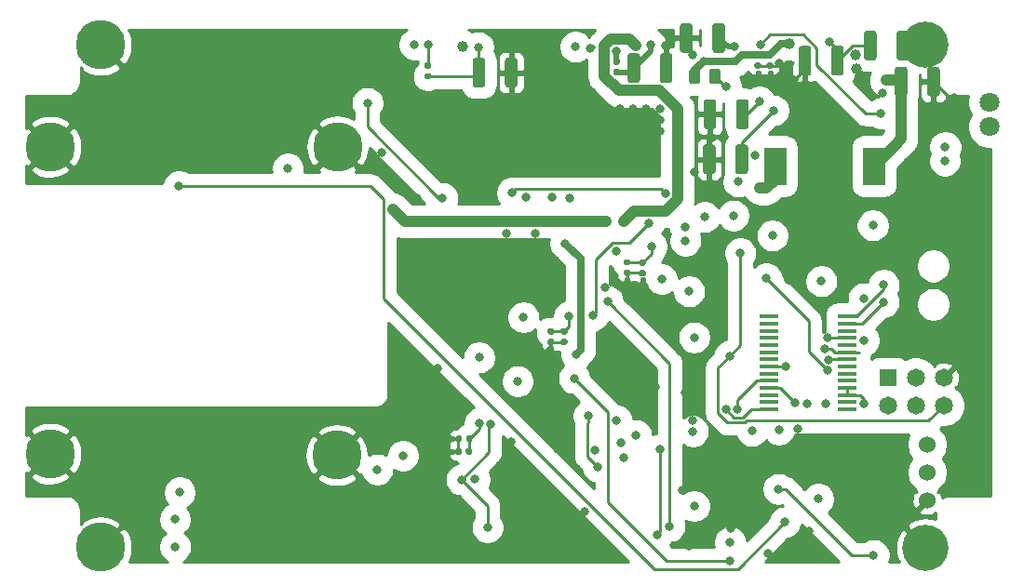
<source format=gbl>
%TF.GenerationSoftware,KiCad,Pcbnew,(5.1.10)-1*%
%TF.CreationDate,2021-07-14T15:21:17-07:00*%
%TF.ProjectId,laser,6c617365-722e-46b6-9963-61645f706362,rev?*%
%TF.SameCoordinates,Original*%
%TF.FileFunction,Copper,L4,Bot*%
%TF.FilePolarity,Positive*%
%FSLAX46Y46*%
G04 Gerber Fmt 4.6, Leading zero omitted, Abs format (unit mm)*
G04 Created by KiCad (PCBNEW (5.1.10)-1) date 2021-07-14 15:21:17*
%MOMM*%
%LPD*%
G01*
G04 APERTURE LIST*
%TA.AperFunction,ComponentPad*%
%ADD10C,4.200000*%
%TD*%
%TA.AperFunction,ComponentPad*%
%ADD11C,4.500000*%
%TD*%
%TA.AperFunction,ComponentPad*%
%ADD12C,1.650000*%
%TD*%
%TA.AperFunction,ComponentPad*%
%ADD13R,1.650000X1.650000*%
%TD*%
%TA.AperFunction,SMDPad,CuDef*%
%ADD14R,1.800000X0.450000*%
%TD*%
%TA.AperFunction,SMDPad,CuDef*%
%ADD15R,2.000000X3.500000*%
%TD*%
%TA.AperFunction,ComponentPad*%
%ADD16C,1.524000*%
%TD*%
%TA.AperFunction,ViaPad*%
%ADD17C,0.800000*%
%TD*%
%TA.AperFunction,ViaPad*%
%ADD18C,1.000000*%
%TD*%
%TA.AperFunction,ViaPad*%
%ADD19C,1.800000*%
%TD*%
%TA.AperFunction,Conductor*%
%ADD20C,0.250000*%
%TD*%
%TA.AperFunction,Conductor*%
%ADD21C,0.500000*%
%TD*%
%TA.AperFunction,Conductor*%
%ADD22C,1.000000*%
%TD*%
%TA.AperFunction,Conductor*%
%ADD23C,0.700000*%
%TD*%
%TA.AperFunction,Conductor*%
%ADD24C,0.254000*%
%TD*%
%TA.AperFunction,Conductor*%
%ADD25C,0.100000*%
%TD*%
G04 APERTURE END LIST*
D10*
%TO.P,REF\u002A\u002A,1*%
%TO.N,GND*%
X205841600Y-129700000D03*
%TD*%
%TO.P,REF\u002A\u002A,1*%
%TO.N,GND*%
X205867000Y-83903800D03*
%TD*%
D11*
%TO.P,REF\u002A\u002A,1*%
%TO.N,GND*%
X126263400Y-93225600D03*
%TD*%
%TO.P,REF\u002A\u002A,1*%
%TO.N,GND*%
X152374600Y-93200200D03*
%TD*%
%TO.P,REF\u002A\u002A,1*%
%TO.N,GND*%
X152298400Y-121267200D03*
%TD*%
%TO.P,REF\u002A\u002A,1*%
%TO.N,GND*%
X126263400Y-121165600D03*
%TD*%
%TO.P,REF\u002A\u002A,1*%
%TO.N,GND*%
X130835400Y-129674600D03*
%TD*%
%TO.P,REF\u002A\u002A,1*%
%TO.N,GND*%
X130830000Y-83930000D03*
%TD*%
D12*
%TO.P,J601,5*%
%TO.N,/ArduinoNano/RESET*%
X207500000Y-116780000D03*
%TO.P,J601,3*%
%TO.N,/ArduinoNano/D13-SCK*%
X204960000Y-116780000D03*
%TO.P,J601,1*%
%TO.N,/ArduinoNano/D12-MISO*%
X202420000Y-116780000D03*
%TO.P,J601,6*%
%TO.N,GND*%
X207500000Y-114240000D03*
%TO.P,J601,4*%
%TO.N,/ArduinoNano/D11-MOSI*%
X204960000Y-114240000D03*
D13*
%TO.P,J601,2*%
%TO.N,5.0V*%
X202420000Y-114240000D03*
%TD*%
%TO.P,R202,2*%
%TO.N,Net-(IC202-Pad3)*%
%TA.AperFunction,SMDPad,CuDef*%
G36*
G01*
X186180000Y-87250002D02*
X186180000Y-86349998D01*
G75*
G02*
X186429998Y-86100000I249998J0D01*
G01*
X186955002Y-86100000D01*
G75*
G02*
X187205000Y-86349998I0J-249998D01*
G01*
X187205000Y-87250002D01*
G75*
G02*
X186955002Y-87500000I-249998J0D01*
G01*
X186429998Y-87500000D01*
G75*
G02*
X186180000Y-87250002I0J249998D01*
G01*
G37*
%TD.AperFunction*%
%TO.P,R202,1*%
%TO.N,Net-(C205-Pad1)*%
%TA.AperFunction,SMDPad,CuDef*%
G36*
G01*
X184355000Y-87250002D02*
X184355000Y-86349998D01*
G75*
G02*
X184604998Y-86100000I249998J0D01*
G01*
X185130002Y-86100000D01*
G75*
G02*
X185380000Y-86349998I0J-249998D01*
G01*
X185380000Y-87250002D01*
G75*
G02*
X185130002Y-87500000I-249998J0D01*
G01*
X184604998Y-87500000D01*
G75*
G02*
X184355000Y-87250002I0J249998D01*
G01*
G37*
%TD.AperFunction*%
%TD*%
%TO.P,C211,2*%
%TO.N,3.3V*%
%TA.AperFunction,SMDPad,CuDef*%
G36*
G01*
X188615000Y-91350001D02*
X188615000Y-89149999D01*
G75*
G02*
X188864999Y-88900000I249999J0D01*
G01*
X189515001Y-88900000D01*
G75*
G02*
X189765000Y-89149999I0J-249999D01*
G01*
X189765000Y-91350001D01*
G75*
G02*
X189515001Y-91600000I-249999J0D01*
G01*
X188864999Y-91600000D01*
G75*
G02*
X188615000Y-91350001I0J249999D01*
G01*
G37*
%TD.AperFunction*%
%TO.P,C211,1*%
%TO.N,GND*%
%TA.AperFunction,SMDPad,CuDef*%
G36*
G01*
X185665000Y-91350001D02*
X185665000Y-89149999D01*
G75*
G02*
X185914999Y-88900000I249999J0D01*
G01*
X186565001Y-88900000D01*
G75*
G02*
X186815000Y-89149999I0J-249999D01*
G01*
X186815000Y-91350001D01*
G75*
G02*
X186565001Y-91600000I-249999J0D01*
G01*
X185914999Y-91600000D01*
G75*
G02*
X185665000Y-91350001I0J249999D01*
G01*
G37*
%TD.AperFunction*%
%TD*%
%TO.P,C209,2*%
%TO.N,GND*%
%TA.AperFunction,SMDPad,CuDef*%
G36*
G01*
X186755000Y-93249999D02*
X186755000Y-95450001D01*
G75*
G02*
X186505001Y-95700000I-249999J0D01*
G01*
X185854999Y-95700000D01*
G75*
G02*
X185605000Y-95450001I0J249999D01*
G01*
X185605000Y-93249999D01*
G75*
G02*
X185854999Y-93000000I249999J0D01*
G01*
X186505001Y-93000000D01*
G75*
G02*
X186755000Y-93249999I0J-249999D01*
G01*
G37*
%TD.AperFunction*%
%TO.P,C209,1*%
%TO.N,Net-(C209-Pad1)*%
%TA.AperFunction,SMDPad,CuDef*%
G36*
G01*
X189705000Y-93249999D02*
X189705000Y-95450001D01*
G75*
G02*
X189455001Y-95700000I-249999J0D01*
G01*
X188804999Y-95700000D01*
G75*
G02*
X188555000Y-95450001I0J249999D01*
G01*
X188555000Y-93249999D01*
G75*
G02*
X188804999Y-93000000I249999J0D01*
G01*
X189455001Y-93000000D01*
G75*
G02*
X189705000Y-93249999I0J-249999D01*
G01*
G37*
%TD.AperFunction*%
%TD*%
%TO.P,C208,2*%
%TO.N,5.0V*%
%TA.AperFunction,SMDPad,CuDef*%
G36*
G01*
X186470000Y-84420001D02*
X186470000Y-82219999D01*
G75*
G02*
X186719999Y-81970000I249999J0D01*
G01*
X187370001Y-81970000D01*
G75*
G02*
X187620000Y-82219999I0J-249999D01*
G01*
X187620000Y-84420001D01*
G75*
G02*
X187370001Y-84670000I-249999J0D01*
G01*
X186719999Y-84670000D01*
G75*
G02*
X186470000Y-84420001I0J249999D01*
G01*
G37*
%TD.AperFunction*%
%TO.P,C208,1*%
%TO.N,GND*%
%TA.AperFunction,SMDPad,CuDef*%
G36*
G01*
X183520000Y-84420001D02*
X183520000Y-82219999D01*
G75*
G02*
X183769999Y-81970000I249999J0D01*
G01*
X184420001Y-81970000D01*
G75*
G02*
X184670000Y-82219999I0J-249999D01*
G01*
X184670000Y-84420001D01*
G75*
G02*
X184420001Y-84670000I-249999J0D01*
G01*
X183769999Y-84670000D01*
G75*
G02*
X183520000Y-84420001I0J249999D01*
G01*
G37*
%TD.AperFunction*%
%TD*%
%TO.P,C204,2*%
%TO.N,Net-(C204-Pad2)*%
%TA.AperFunction,SMDPad,CuDef*%
G36*
G01*
X204200000Y-86179999D02*
X204200000Y-88380001D01*
G75*
G02*
X203950001Y-88630000I-249999J0D01*
G01*
X203299999Y-88630000D01*
G75*
G02*
X203050000Y-88380001I0J249999D01*
G01*
X203050000Y-86179999D01*
G75*
G02*
X203299999Y-85930000I249999J0D01*
G01*
X203950001Y-85930000D01*
G75*
G02*
X204200000Y-86179999I0J-249999D01*
G01*
G37*
%TD.AperFunction*%
%TO.P,C204,1*%
%TO.N,GND*%
%TA.AperFunction,SMDPad,CuDef*%
G36*
G01*
X207150000Y-86179999D02*
X207150000Y-88380001D01*
G75*
G02*
X206900001Y-88630000I-249999J0D01*
G01*
X206249999Y-88630000D01*
G75*
G02*
X206000000Y-88380001I0J249999D01*
G01*
X206000000Y-86179999D01*
G75*
G02*
X206249999Y-85930000I249999J0D01*
G01*
X206900001Y-85930000D01*
G75*
G02*
X207150000Y-86179999I0J-249999D01*
G01*
G37*
%TD.AperFunction*%
%TD*%
%TO.P,C202,2*%
%TO.N,GND*%
%TA.AperFunction,SMDPad,CuDef*%
G36*
G01*
X195460000Y-84289999D02*
X195460000Y-86490001D01*
G75*
G02*
X195210001Y-86740000I-249999J0D01*
G01*
X194559999Y-86740000D01*
G75*
G02*
X194310000Y-86490001I0J249999D01*
G01*
X194310000Y-84289999D01*
G75*
G02*
X194559999Y-84040000I249999J0D01*
G01*
X195210001Y-84040000D01*
G75*
G02*
X195460000Y-84289999I0J-249999D01*
G01*
G37*
%TD.AperFunction*%
%TO.P,C202,1*%
%TO.N,4.2V*%
%TA.AperFunction,SMDPad,CuDef*%
G36*
G01*
X198410000Y-84289999D02*
X198410000Y-86490001D01*
G75*
G02*
X198160001Y-86740000I-249999J0D01*
G01*
X197509999Y-86740000D01*
G75*
G02*
X197260000Y-86490001I0J249999D01*
G01*
X197260000Y-84289999D01*
G75*
G02*
X197509999Y-84040000I249999J0D01*
G01*
X198160001Y-84040000D01*
G75*
G02*
X198410000Y-84289999I0J-249999D01*
G01*
G37*
%TD.AperFunction*%
%TD*%
%TO.P,C201,2*%
%TO.N,GND*%
%TA.AperFunction,SMDPad,CuDef*%
G36*
G01*
X203200000Y-85100001D02*
X203200000Y-82899999D01*
G75*
G02*
X203449999Y-82650000I249999J0D01*
G01*
X204100001Y-82650000D01*
G75*
G02*
X204350000Y-82899999I0J-249999D01*
G01*
X204350000Y-85100001D01*
G75*
G02*
X204100001Y-85350000I-249999J0D01*
G01*
X203449999Y-85350000D01*
G75*
G02*
X203200000Y-85100001I0J249999D01*
G01*
G37*
%TD.AperFunction*%
%TO.P,C201,1*%
%TO.N,4.2V*%
%TA.AperFunction,SMDPad,CuDef*%
G36*
G01*
X200250000Y-85100001D02*
X200250000Y-82899999D01*
G75*
G02*
X200499999Y-82650000I249999J0D01*
G01*
X201150001Y-82650000D01*
G75*
G02*
X201400000Y-82899999I0J-249999D01*
G01*
X201400000Y-85100001D01*
G75*
G02*
X201150001Y-85350000I-249999J0D01*
G01*
X200499999Y-85350000D01*
G75*
G02*
X200250000Y-85100001I0J249999D01*
G01*
G37*
%TD.AperFunction*%
%TD*%
%TO.P,C505,1*%
%TO.N,3.3V*%
%TA.AperFunction,SMDPad,CuDef*%
G36*
G01*
X171600000Y-109740000D02*
X171940000Y-109740000D01*
G75*
G02*
X172080000Y-109880000I0J-140000D01*
G01*
X172080000Y-110160000D01*
G75*
G02*
X171940000Y-110300000I-140000J0D01*
G01*
X171600000Y-110300000D01*
G75*
G02*
X171460000Y-110160000I0J140000D01*
G01*
X171460000Y-109880000D01*
G75*
G02*
X171600000Y-109740000I140000J0D01*
G01*
G37*
%TD.AperFunction*%
%TO.P,C505,2*%
%TO.N,GND*%
%TA.AperFunction,SMDPad,CuDef*%
G36*
G01*
X171600000Y-110700000D02*
X171940000Y-110700000D01*
G75*
G02*
X172080000Y-110840000I0J-140000D01*
G01*
X172080000Y-111120000D01*
G75*
G02*
X171940000Y-111260000I-140000J0D01*
G01*
X171600000Y-111260000D01*
G75*
G02*
X171460000Y-111120000I0J140000D01*
G01*
X171460000Y-110840000D01*
G75*
G02*
X171600000Y-110700000I140000J0D01*
G01*
G37*
%TD.AperFunction*%
%TD*%
%TO.P,C506,2*%
%TO.N,GND*%
%TA.AperFunction,SMDPad,CuDef*%
G36*
G01*
X178530000Y-104400000D02*
X178870000Y-104400000D01*
G75*
G02*
X179010000Y-104540000I0J-140000D01*
G01*
X179010000Y-104820000D01*
G75*
G02*
X178870000Y-104960000I-140000J0D01*
G01*
X178530000Y-104960000D01*
G75*
G02*
X178390000Y-104820000I0J140000D01*
G01*
X178390000Y-104540000D01*
G75*
G02*
X178530000Y-104400000I140000J0D01*
G01*
G37*
%TD.AperFunction*%
%TO.P,C506,1*%
%TO.N,3.3V*%
%TA.AperFunction,SMDPad,CuDef*%
G36*
G01*
X178530000Y-103440000D02*
X178870000Y-103440000D01*
G75*
G02*
X179010000Y-103580000I0J-140000D01*
G01*
X179010000Y-103860000D01*
G75*
G02*
X178870000Y-104000000I-140000J0D01*
G01*
X178530000Y-104000000D01*
G75*
G02*
X178390000Y-103860000I0J140000D01*
G01*
X178390000Y-103580000D01*
G75*
G02*
X178530000Y-103440000I140000J0D01*
G01*
G37*
%TD.AperFunction*%
%TD*%
%TO.P,C206,2*%
%TO.N,Net-(C205-Pad1)*%
%TA.AperFunction,SMDPad,CuDef*%
G36*
G01*
X190770000Y-85150000D02*
X190430000Y-85150000D01*
G75*
G02*
X190290000Y-85010000I0J140000D01*
G01*
X190290000Y-84730000D01*
G75*
G02*
X190430000Y-84590000I140000J0D01*
G01*
X190770000Y-84590000D01*
G75*
G02*
X190910000Y-84730000I0J-140000D01*
G01*
X190910000Y-85010000D01*
G75*
G02*
X190770000Y-85150000I-140000J0D01*
G01*
G37*
%TD.AperFunction*%
%TO.P,C206,1*%
%TO.N,GND*%
%TA.AperFunction,SMDPad,CuDef*%
G36*
G01*
X190770000Y-86110000D02*
X190430000Y-86110000D01*
G75*
G02*
X190290000Y-85970000I0J140000D01*
G01*
X190290000Y-85690000D01*
G75*
G02*
X190430000Y-85550000I140000J0D01*
G01*
X190770000Y-85550000D01*
G75*
G02*
X190910000Y-85690000I0J-140000D01*
G01*
X190910000Y-85970000D01*
G75*
G02*
X190770000Y-86110000I-140000J0D01*
G01*
G37*
%TD.AperFunction*%
%TD*%
%TO.P,C210,1*%
%TO.N,GND*%
%TA.AperFunction,SMDPad,CuDef*%
G36*
G01*
X191870000Y-86110000D02*
X191530000Y-86110000D01*
G75*
G02*
X191390000Y-85970000I0J140000D01*
G01*
X191390000Y-85690000D01*
G75*
G02*
X191530000Y-85550000I140000J0D01*
G01*
X191870000Y-85550000D01*
G75*
G02*
X192010000Y-85690000I0J-140000D01*
G01*
X192010000Y-85970000D01*
G75*
G02*
X191870000Y-86110000I-140000J0D01*
G01*
G37*
%TD.AperFunction*%
%TO.P,C210,2*%
%TO.N,Net-(C205-Pad1)*%
%TA.AperFunction,SMDPad,CuDef*%
G36*
G01*
X191870000Y-85150000D02*
X191530000Y-85150000D01*
G75*
G02*
X191390000Y-85010000I0J140000D01*
G01*
X191390000Y-84730000D01*
G75*
G02*
X191530000Y-84590000I140000J0D01*
G01*
X191870000Y-84590000D01*
G75*
G02*
X192010000Y-84730000I0J-140000D01*
G01*
X192010000Y-85010000D01*
G75*
G02*
X191870000Y-85150000I-140000J0D01*
G01*
G37*
%TD.AperFunction*%
%TD*%
%TO.P,C307,2*%
%TO.N,GND*%
%TA.AperFunction,SMDPad,CuDef*%
G36*
G01*
X160760000Y-86110000D02*
X160420000Y-86110000D01*
G75*
G02*
X160280000Y-85970000I0J140000D01*
G01*
X160280000Y-85690000D01*
G75*
G02*
X160420000Y-85550000I140000J0D01*
G01*
X160760000Y-85550000D01*
G75*
G02*
X160900000Y-85690000I0J-140000D01*
G01*
X160900000Y-85970000D01*
G75*
G02*
X160760000Y-86110000I-140000J0D01*
G01*
G37*
%TD.AperFunction*%
%TO.P,C307,1*%
%TO.N,4.2V*%
%TA.AperFunction,SMDPad,CuDef*%
G36*
G01*
X160760000Y-87070000D02*
X160420000Y-87070000D01*
G75*
G02*
X160280000Y-86930000I0J140000D01*
G01*
X160280000Y-86650000D01*
G75*
G02*
X160420000Y-86510000I140000J0D01*
G01*
X160760000Y-86510000D01*
G75*
G02*
X160900000Y-86650000I0J-140000D01*
G01*
X160900000Y-86930000D01*
G75*
G02*
X160760000Y-87070000I-140000J0D01*
G01*
G37*
%TD.AperFunction*%
%TD*%
%TO.P,C308,2*%
%TO.N,GND*%
%TA.AperFunction,SMDPad,CuDef*%
G36*
G01*
X177930000Y-85740000D02*
X177590000Y-85740000D01*
G75*
G02*
X177450000Y-85600000I0J140000D01*
G01*
X177450000Y-85320000D01*
G75*
G02*
X177590000Y-85180000I140000J0D01*
G01*
X177930000Y-85180000D01*
G75*
G02*
X178070000Y-85320000I0J-140000D01*
G01*
X178070000Y-85600000D01*
G75*
G02*
X177930000Y-85740000I-140000J0D01*
G01*
G37*
%TD.AperFunction*%
%TO.P,C308,1*%
%TO.N,4.2V*%
%TA.AperFunction,SMDPad,CuDef*%
G36*
G01*
X177930000Y-86700000D02*
X177590000Y-86700000D01*
G75*
G02*
X177450000Y-86560000I0J140000D01*
G01*
X177450000Y-86280000D01*
G75*
G02*
X177590000Y-86140000I140000J0D01*
G01*
X177930000Y-86140000D01*
G75*
G02*
X178070000Y-86280000I0J-140000D01*
G01*
X178070000Y-86560000D01*
G75*
G02*
X177930000Y-86700000I-140000J0D01*
G01*
G37*
%TD.AperFunction*%
%TD*%
%TO.P,C403,1*%
%TO.N,3.3V*%
%TA.AperFunction,SMDPad,CuDef*%
G36*
G01*
X164630000Y-119620000D02*
X164630000Y-119960000D01*
G75*
G02*
X164490000Y-120100000I-140000J0D01*
G01*
X164210000Y-120100000D01*
G75*
G02*
X164070000Y-119960000I0J140000D01*
G01*
X164070000Y-119620000D01*
G75*
G02*
X164210000Y-119480000I140000J0D01*
G01*
X164490000Y-119480000D01*
G75*
G02*
X164630000Y-119620000I0J-140000D01*
G01*
G37*
%TD.AperFunction*%
%TO.P,C403,2*%
%TO.N,GND*%
%TA.AperFunction,SMDPad,CuDef*%
G36*
G01*
X163670000Y-119620000D02*
X163670000Y-119960000D01*
G75*
G02*
X163530000Y-120100000I-140000J0D01*
G01*
X163250000Y-120100000D01*
G75*
G02*
X163110000Y-119960000I0J140000D01*
G01*
X163110000Y-119620000D01*
G75*
G02*
X163250000Y-119480000I140000J0D01*
G01*
X163530000Y-119480000D01*
G75*
G02*
X163670000Y-119620000I0J-140000D01*
G01*
G37*
%TD.AperFunction*%
%TD*%
%TO.P,C404,2*%
%TO.N,GND*%
%TA.AperFunction,SMDPad,CuDef*%
G36*
G01*
X163640000Y-120780000D02*
X163640000Y-121120000D01*
G75*
G02*
X163500000Y-121260000I-140000J0D01*
G01*
X163220000Y-121260000D01*
G75*
G02*
X163080000Y-121120000I0J140000D01*
G01*
X163080000Y-120780000D01*
G75*
G02*
X163220000Y-120640000I140000J0D01*
G01*
X163500000Y-120640000D01*
G75*
G02*
X163640000Y-120780000I0J-140000D01*
G01*
G37*
%TD.AperFunction*%
%TO.P,C404,1*%
%TO.N,3.3V*%
%TA.AperFunction,SMDPad,CuDef*%
G36*
G01*
X164600000Y-120780000D02*
X164600000Y-121120000D01*
G75*
G02*
X164460000Y-121260000I-140000J0D01*
G01*
X164180000Y-121260000D01*
G75*
G02*
X164040000Y-121120000I0J140000D01*
G01*
X164040000Y-120780000D01*
G75*
G02*
X164180000Y-120640000I140000J0D01*
G01*
X164460000Y-120640000D01*
G75*
G02*
X164600000Y-120780000I0J-140000D01*
G01*
G37*
%TD.AperFunction*%
%TD*%
%TO.P,C504,1*%
%TO.N,3.3V*%
%TA.AperFunction,SMDPad,CuDef*%
G36*
G01*
X172800000Y-109750000D02*
X173140000Y-109750000D01*
G75*
G02*
X173280000Y-109890000I0J-140000D01*
G01*
X173280000Y-110170000D01*
G75*
G02*
X173140000Y-110310000I-140000J0D01*
G01*
X172800000Y-110310000D01*
G75*
G02*
X172660000Y-110170000I0J140000D01*
G01*
X172660000Y-109890000D01*
G75*
G02*
X172800000Y-109750000I140000J0D01*
G01*
G37*
%TD.AperFunction*%
%TO.P,C504,2*%
%TO.N,GND*%
%TA.AperFunction,SMDPad,CuDef*%
G36*
G01*
X172800000Y-110710000D02*
X173140000Y-110710000D01*
G75*
G02*
X173280000Y-110850000I0J-140000D01*
G01*
X173280000Y-111130000D01*
G75*
G02*
X173140000Y-111270000I-140000J0D01*
G01*
X172800000Y-111270000D01*
G75*
G02*
X172660000Y-111130000I0J140000D01*
G01*
X172660000Y-110850000D01*
G75*
G02*
X172800000Y-110710000I140000J0D01*
G01*
G37*
%TD.AperFunction*%
%TD*%
%TO.P,C507,1*%
%TO.N,3.3V*%
%TA.AperFunction,SMDPad,CuDef*%
G36*
G01*
X179930000Y-103490000D02*
X180270000Y-103490000D01*
G75*
G02*
X180410000Y-103630000I0J-140000D01*
G01*
X180410000Y-103910000D01*
G75*
G02*
X180270000Y-104050000I-140000J0D01*
G01*
X179930000Y-104050000D01*
G75*
G02*
X179790000Y-103910000I0J140000D01*
G01*
X179790000Y-103630000D01*
G75*
G02*
X179930000Y-103490000I140000J0D01*
G01*
G37*
%TD.AperFunction*%
%TO.P,C507,2*%
%TO.N,GND*%
%TA.AperFunction,SMDPad,CuDef*%
G36*
G01*
X179930000Y-104450000D02*
X180270000Y-104450000D01*
G75*
G02*
X180410000Y-104590000I0J-140000D01*
G01*
X180410000Y-104870000D01*
G75*
G02*
X180270000Y-105010000I-140000J0D01*
G01*
X179930000Y-105010000D01*
G75*
G02*
X179790000Y-104870000I0J140000D01*
G01*
X179790000Y-104590000D01*
G75*
G02*
X179930000Y-104450000I140000J0D01*
G01*
G37*
%TD.AperFunction*%
%TD*%
D14*
%TO.P,IC602,1*%
%TO.N,/ArduinoNano/RX*%
X191640000Y-117115000D03*
%TO.P,IC602,2*%
%TO.N,Net-(IC602-Pad2)*%
X191640000Y-116465000D03*
%TO.P,IC602,3*%
%TO.N,Net-(IC602-Pad3)*%
X191640000Y-115815000D03*
%TO.P,IC602,4*%
%TO.N,5.0V*%
X191640000Y-115165000D03*
%TO.P,IC602,5*%
%TO.N,/ArduinoNano/TX*%
X191640000Y-114515000D03*
%TO.P,IC602,6*%
%TO.N,Net-(IC602-Pad6)*%
X191640000Y-113865000D03*
%TO.P,IC602,7*%
%TO.N,GND*%
X191640000Y-113215000D03*
%TO.P,IC602,8*%
%TO.N,Net-(IC602-Pad8)*%
X191640000Y-112565000D03*
%TO.P,IC602,9*%
%TO.N,Net-(IC602-Pad9)*%
X191640000Y-111915000D03*
%TO.P,IC602,10*%
%TO.N,Net-(IC602-Pad10)*%
X191640000Y-111265000D03*
%TO.P,IC602,11*%
%TO.N,Net-(IC602-Pad11)*%
X191640000Y-110615000D03*
%TO.P,IC602,12*%
%TO.N,Net-(IC602-Pad12)*%
X191640000Y-109965000D03*
%TO.P,IC602,13*%
%TO.N,Net-(IC602-Pad13)*%
X191640000Y-109315000D03*
%TO.P,IC602,14*%
%TO.N,Net-(IC602-Pad14)*%
X191640000Y-108665000D03*
%TO.P,IC602,15*%
%TO.N,Net-(IC602-Pad15)*%
X198740000Y-108665000D03*
%TO.P,IC602,16*%
%TO.N,Net-(IC602-Pad16)*%
X198740000Y-109315000D03*
%TO.P,IC602,17*%
%TO.N,Net-(IC602-Pad17)*%
X198740000Y-109965000D03*
%TO.P,IC602,18*%
%TO.N,GND*%
X198740000Y-110615000D03*
%TO.P,IC602,19*%
%TO.N,Net-(IC602-Pad19)*%
X198740000Y-111265000D03*
%TO.P,IC602,20*%
%TO.N,5.0V*%
X198740000Y-111915000D03*
%TO.P,IC602,21*%
%TO.N,GND*%
X198740000Y-112565000D03*
%TO.P,IC602,22*%
%TO.N,Net-(IC602-Pad22)*%
X198740000Y-113215000D03*
%TO.P,IC602,23*%
%TO.N,Net-(IC602-Pad23)*%
X198740000Y-113865000D03*
%TO.P,IC602,24*%
%TO.N,Net-(IC602-Pad24)*%
X198740000Y-114515000D03*
%TO.P,IC602,25*%
%TO.N,GND*%
X198740000Y-115165000D03*
%TO.P,IC602,26*%
X198740000Y-115815000D03*
%TO.P,IC602,27*%
%TO.N,Net-(IC602-Pad27)*%
X198740000Y-116465000D03*
%TO.P,IC602,28*%
%TO.N,Net-(IC602-Pad28)*%
X198740000Y-117115000D03*
%TD*%
D15*
%TO.P,L201,1*%
%TO.N,Net-(C204-Pad2)*%
X201160000Y-94970000D03*
%TO.P,L201,2*%
%TO.N,5.0V*%
X192160000Y-94970000D03*
%TD*%
D16*
%TO.P,U101,3*%
%TO.N,MODULATION_SIGNAL*%
X206000000Y-120320000D03*
%TO.P,U101,2*%
%TO.N,5V_EXTERNAL_Power_Source*%
X206000000Y-122860000D03*
%TO.P,U101,1*%
%TO.N,GND*%
X206000000Y-125400000D03*
%TD*%
%TO.P,C305,1*%
%TO.N,GND*%
%TA.AperFunction,SMDPad,CuDef*%
G36*
G01*
X168750000Y-85359999D02*
X168750000Y-87560001D01*
G75*
G02*
X168500001Y-87810000I-249999J0D01*
G01*
X167849999Y-87810000D01*
G75*
G02*
X167600000Y-87560001I0J249999D01*
G01*
X167600000Y-85359999D01*
G75*
G02*
X167849999Y-85110000I249999J0D01*
G01*
X168500001Y-85110000D01*
G75*
G02*
X168750000Y-85359999I0J-249999D01*
G01*
G37*
%TD.AperFunction*%
%TO.P,C305,2*%
%TO.N,4.2V*%
%TA.AperFunction,SMDPad,CuDef*%
G36*
G01*
X165800000Y-85359999D02*
X165800000Y-87560001D01*
G75*
G02*
X165550001Y-87810000I-249999J0D01*
G01*
X164899999Y-87810000D01*
G75*
G02*
X164650000Y-87560001I0J249999D01*
G01*
X164650000Y-85359999D01*
G75*
G02*
X164899999Y-85110000I249999J0D01*
G01*
X165550001Y-85110000D01*
G75*
G02*
X165800000Y-85359999I0J-249999D01*
G01*
G37*
%TD.AperFunction*%
%TD*%
%TO.P,C306,2*%
%TO.N,4.2V*%
%TA.AperFunction,SMDPad,CuDef*%
G36*
G01*
X179890000Y-84949999D02*
X179890000Y-87150001D01*
G75*
G02*
X179640001Y-87400000I-249999J0D01*
G01*
X178989999Y-87400000D01*
G75*
G02*
X178740000Y-87150001I0J249999D01*
G01*
X178740000Y-84949999D01*
G75*
G02*
X178989999Y-84700000I249999J0D01*
G01*
X179640001Y-84700000D01*
G75*
G02*
X179890000Y-84949999I0J-249999D01*
G01*
G37*
%TD.AperFunction*%
%TO.P,C306,1*%
%TO.N,GND*%
%TA.AperFunction,SMDPad,CuDef*%
G36*
G01*
X182840000Y-84949999D02*
X182840000Y-87150001D01*
G75*
G02*
X182590001Y-87400000I-249999J0D01*
G01*
X181939999Y-87400000D01*
G75*
G02*
X181690000Y-87150001I0J249999D01*
G01*
X181690000Y-84949999D01*
G75*
G02*
X181939999Y-84700000I249999J0D01*
G01*
X182590001Y-84700000D01*
G75*
G02*
X182840000Y-84949999I0J-249999D01*
G01*
G37*
%TD.AperFunction*%
%TD*%
D17*
%TO.N,Butterfly_Thermistor*%
X188090000Y-130930000D03*
X173890000Y-114280000D03*
X147840000Y-95200000D03*
X169290000Y-108730000D03*
%TO.N,4.2V*%
X165170000Y-84140000D03*
X197140000Y-83700000D03*
X180840002Y-83940000D03*
D18*
%TO.N,TEC_Plus*%
X176819999Y-99999999D03*
D17*
X163170001Y-99999999D03*
D18*
X178400000Y-99990000D03*
X179490000Y-84000000D03*
X157405010Y-98910000D03*
%TO.N,TEC_Minus*%
X163780000Y-84130000D03*
D17*
%TO.N,3.3V*%
X192500000Y-118930000D03*
X188070000Y-129200000D03*
X190050000Y-119070000D03*
X138020000Y-124670000D03*
X165250000Y-112400000D03*
X165280000Y-118410000D03*
X137580000Y-127130000D03*
X137610000Y-129630000D03*
X184810000Y-125920000D03*
X180900000Y-102290000D03*
X181720000Y-120790000D03*
X184690000Y-119100000D03*
X181480000Y-128499998D03*
X177750000Y-118120000D03*
X190740000Y-89120000D03*
X185760000Y-99610000D03*
X173440000Y-108670000D03*
%TO.N,Net-(C204-Pad2)*%
X202274999Y-87164999D03*
%TO.N,Net-(C205-Pad1)*%
X185640000Y-85460000D03*
D18*
X193464023Y-83840830D03*
D17*
%TO.N,5.0V*%
X207650000Y-93230000D03*
X188820000Y-96390000D03*
X207610000Y-94500000D03*
X188470000Y-84130000D03*
X196380000Y-105450000D03*
X193980000Y-116520000D03*
X188390000Y-99460000D03*
X190790000Y-96990000D03*
X191910000Y-101290000D03*
X196728047Y-111597281D03*
%TO.N,Net-(C209-Pad1)*%
X192010000Y-89900000D03*
%TO.N,REFERENCE_2.5V*%
X158330000Y-121330000D03*
X174080000Y-112110000D03*
X175188513Y-117720949D03*
X176030000Y-122350009D03*
X184809998Y-110560000D03*
X173070000Y-102010000D03*
%TO.N,Net-(C304-Pad2)*%
X155080000Y-89230000D03*
X161910000Y-97870000D03*
%TO.N,MODULATION_SIGNAL*%
X155990000Y-122590000D03*
%TO.N,Net-(C408-Pad1)*%
X163650000Y-123520000D03*
X166279933Y-118421763D03*
X166010000Y-127860000D03*
%TO.N,Thermal_Control_to_Power_OpAmps*%
X180650000Y-100190000D03*
X175590000Y-108580000D03*
%TO.N,Net-(C602-Pad1)*%
X200245000Y-110820152D03*
X200214990Y-107000000D03*
%TO.N,Net-(IC202-Pad1)*%
X190810000Y-83930000D03*
X201790000Y-90170000D03*
%TO.N,Net-(IC202-Pad3)*%
X187680000Y-87725000D03*
D19*
%TO.N,5V_EXTERNAL_Power_Source*%
X211700001Y-89149999D03*
X211700001Y-91399999D03*
D17*
%TO.N,Arduino_D5_Output*%
X196976300Y-113587972D03*
X191370000Y-105170000D03*
X182184849Y-97485151D03*
X168230000Y-97420000D03*
%TO.N,To_Arduino_AtoD_Pos*%
X174010000Y-84110002D03*
X183960000Y-100480000D03*
%TO.N,To_Arduino_AtoD_Neg*%
X159355000Y-83914998D03*
X184010000Y-101760000D03*
%TO.N,/ArduinoNano/RESET*%
X189000000Y-102900000D03*
X188030000Y-112260000D03*
%TO.N,/ArduinoNano/RX*%
X187690000Y-117140000D03*
%TO.N,/ArduinoNano/TX*%
X188760000Y-117150000D03*
%TO.N,Net-(IC602-Pad15)*%
X202055127Y-105792042D03*
%TO.N,Net-(IC602-Pad16)*%
X202040000Y-107360000D03*
%TO.N,Current_to_AtoD*%
X164847500Y-123497500D03*
X196100000Y-125260000D03*
%TO.N,DtoA_Output_to_Current*%
X179520000Y-119440000D03*
X168750000Y-114550000D03*
%TO.N,DtoA_Output_(Setpoint)*%
X182580000Y-127740000D03*
X176920000Y-107270000D03*
%TO.N,Net-(R504-Pad1)*%
X177712420Y-102692115D03*
X181870000Y-105260000D03*
X184350000Y-106380000D03*
%TO.N,Monitor+_To_AIN2*%
X193050150Y-127392520D03*
X137950000Y-96810000D03*
%TO.N,GND*%
X159900000Y-89670000D03*
X168060000Y-89670000D03*
X166820000Y-89650000D03*
X164420000Y-89640000D03*
X163270000Y-89620000D03*
X162130000Y-89620000D03*
X172150000Y-126880000D03*
X178160000Y-120170000D03*
X181250000Y-115060000D03*
X184010000Y-115550000D03*
D18*
X199520000Y-84890000D03*
X196800000Y-89450000D03*
D17*
X186410000Y-92400000D03*
X178700000Y-106450000D03*
X168420000Y-111950000D03*
X167200000Y-112300000D03*
X161500000Y-113400000D03*
X160900000Y-125180000D03*
X158250000Y-123520000D03*
X156100000Y-126550000D03*
D18*
X143080000Y-89120000D03*
X135460000Y-89140000D03*
D17*
X184650000Y-84850000D03*
X170650000Y-85200000D03*
X156663700Y-86063700D03*
X184863700Y-95486300D03*
X192960000Y-103450000D03*
X194210000Y-118890000D03*
X200310000Y-127120000D03*
X196750000Y-130680000D03*
D18*
X199550000Y-86080000D03*
D17*
X193870000Y-87160000D03*
X183740000Y-124460000D03*
X174850000Y-126400000D03*
X184360000Y-129540000D03*
X167760000Y-101100000D03*
X165720000Y-97950000D03*
X188100000Y-127940000D03*
X195240000Y-128160000D03*
X191520000Y-130190000D03*
X158880000Y-113430000D03*
X182200000Y-84000000D03*
X201910012Y-88354993D03*
X168150000Y-84010000D03*
X175340000Y-84250000D03*
X193170000Y-113240000D03*
X197040000Y-112590000D03*
X200984029Y-103573059D03*
X139170002Y-89259998D03*
X159630000Y-97900000D03*
X173450000Y-97870000D03*
X170340000Y-101110000D03*
X168470002Y-129940000D03*
X171019995Y-112050005D03*
X184679475Y-118100053D03*
X172359998Y-120780000D03*
X205900000Y-91970000D03*
X208450000Y-88740000D03*
X195100000Y-116620000D03*
X190380000Y-94010000D03*
X160996089Y-89626089D03*
X165620000Y-89630000D03*
X159900000Y-90670000D03*
X159900000Y-91670000D03*
X162130000Y-90620000D03*
X162130000Y-91620000D03*
X160996089Y-90626089D03*
X160996089Y-91626089D03*
X164420000Y-90640000D03*
X164420000Y-91640000D03*
X165620000Y-90630000D03*
X165620000Y-91630000D03*
X163270000Y-90620000D03*
X163270000Y-91620000D03*
X168060000Y-90670000D03*
X168060000Y-91670000D03*
X166820000Y-90650000D03*
X166820000Y-91650000D03*
X173550000Y-90800000D03*
X181710000Y-90800000D03*
X180470000Y-91780000D03*
X179270000Y-90760000D03*
X179270000Y-91760000D03*
X181710000Y-91800000D03*
X175780000Y-90750000D03*
X180470000Y-90780000D03*
X178070000Y-91770000D03*
X174646089Y-91756089D03*
X176920000Y-91750000D03*
X174646089Y-90756089D03*
X176920000Y-90750000D03*
X178070000Y-90770000D03*
X175780000Y-91750000D03*
X173550000Y-89800000D03*
X173550000Y-91800000D03*
X175780000Y-89750000D03*
X174646089Y-89756089D03*
X178070000Y-89770000D03*
X179270000Y-89760000D03*
X176920000Y-89750000D03*
X181710000Y-89800000D03*
X180470000Y-89780000D03*
X160617660Y-83917660D03*
X171875000Y-97795010D03*
X169516551Y-97795010D03*
X156372340Y-93727660D03*
X177760000Y-84520000D03*
X196940000Y-110620000D03*
X193380000Y-105300000D03*
X192573361Y-85595010D03*
X168180000Y-120080000D03*
X175910000Y-113760000D03*
X176712660Y-106037340D03*
X161330000Y-121390000D03*
X200240012Y-116630000D03*
%TO.N,/AtoD_DtoA/SDA*%
X178370000Y-121495000D03*
X175790000Y-120870000D03*
%TO.N,Net-(C808-Pad1)*%
X192480000Y-124365000D03*
X201130000Y-130370000D03*
%TO.N,Net-(C601-Pad1)*%
X196810000Y-116610000D03*
X201050000Y-100380000D03*
%TD*%
D20*
%TO.N,Butterfly_Thermistor*%
X176020000Y-116410000D02*
X173890000Y-114280000D01*
X176930000Y-117320000D02*
X176020000Y-116410000D01*
X182276998Y-130930000D02*
X176930000Y-125583002D01*
X176930000Y-125583002D02*
X176930000Y-117320000D01*
X188090000Y-130930000D02*
X182276998Y-130930000D01*
%TO.N,4.2V*%
X164895000Y-86790000D02*
X165225000Y-86460000D01*
X160590000Y-86790000D02*
X164895000Y-86790000D01*
X165246299Y-86460000D02*
X165225000Y-86460000D01*
X165225000Y-84195000D02*
X165170000Y-84140000D01*
X165225000Y-86460000D02*
X165225000Y-84195000D01*
X197835000Y-85390000D02*
X199160001Y-84064999D01*
X199225000Y-84000000D02*
X199160001Y-84064999D01*
X200825000Y-84000000D02*
X199225000Y-84000000D01*
D21*
X178945000Y-86420000D02*
X177760000Y-86420000D01*
X179315000Y-86050000D02*
X178945000Y-86420000D01*
D20*
X197835000Y-84395000D02*
X197140000Y-83700000D01*
X197835000Y-85390000D02*
X197835000Y-84395000D01*
D21*
X179315000Y-86050000D02*
X180840002Y-84524998D01*
X180840002Y-84524998D02*
X180840002Y-83940000D01*
D22*
%TO.N,TEC_Plus*%
X163170001Y-99999999D02*
X176819999Y-99999999D01*
X178909999Y-83419999D02*
X179490000Y-84000000D01*
X176659999Y-83991999D02*
X177231999Y-83419999D01*
X176659999Y-86817955D02*
X176659999Y-83991999D01*
X177231999Y-83419999D02*
X178909999Y-83419999D01*
X177942054Y-88100010D02*
X176659999Y-86817955D01*
X181638012Y-88100010D02*
X177942054Y-88100010D01*
X183284851Y-97983153D02*
X183284851Y-89746849D01*
X183284851Y-89746849D02*
X181638012Y-88100010D01*
X182178005Y-99089999D02*
X183284851Y-97983153D01*
X179300001Y-99089999D02*
X182178005Y-99089999D01*
X178400000Y-99990000D02*
X179300001Y-99089999D01*
X163170001Y-99999999D02*
X158495009Y-99999999D01*
X158495009Y-99999999D02*
X157405010Y-98910000D01*
D20*
%TO.N,3.3V*%
X164350000Y-120920000D02*
X164320000Y-120950000D01*
X164350000Y-119790000D02*
X164350000Y-120920000D01*
X165280000Y-118860000D02*
X164350000Y-119790000D01*
X165280000Y-118410000D02*
X165280000Y-118860000D01*
X180900000Y-102970000D02*
X180100000Y-103770000D01*
X180900000Y-102290000D02*
X180900000Y-102970000D01*
X178750000Y-103770000D02*
X178700000Y-103720000D01*
X180100000Y-103770000D02*
X178750000Y-103770000D01*
X172960000Y-110020000D02*
X172970000Y-110030000D01*
X171770000Y-110020000D02*
X172960000Y-110020000D01*
X189610000Y-90250000D02*
X190740000Y-89120000D01*
X189190000Y-90250000D02*
X189610000Y-90250000D01*
X181720000Y-128259998D02*
X181480000Y-128499998D01*
X181720000Y-120790000D02*
X181720000Y-128259998D01*
X173440000Y-109560000D02*
X172970000Y-110030000D01*
X173440000Y-108670000D02*
X173440000Y-109560000D01*
%TO.N,Net-(C204-Pad2)*%
X202274999Y-87164999D02*
X202274999Y-87164999D01*
D22*
X203010013Y-93119987D02*
X201160000Y-94970000D01*
X203509999Y-87164999D02*
X203625000Y-87280000D01*
X202274999Y-87164999D02*
X203509999Y-87164999D01*
X203625000Y-92505000D02*
X203010013Y-93119987D01*
X203625000Y-87280000D02*
X203625000Y-92505000D01*
D23*
%TO.N,Net-(C205-Pad1)*%
X191266001Y-84880001D02*
X190600000Y-84880001D01*
X191276002Y-84870000D02*
X191266001Y-84880001D01*
X191700000Y-84870000D02*
X191276002Y-84870000D01*
X188546002Y-85460000D02*
X185640000Y-85460000D01*
X189136002Y-84870000D02*
X188546002Y-85460000D01*
X190600000Y-84870000D02*
X189136002Y-84870000D01*
X184867500Y-86232500D02*
X185640000Y-85460000D01*
X184867500Y-86800000D02*
X184867500Y-86232500D01*
X192729170Y-83840830D02*
X193464023Y-83840830D01*
X191700000Y-84870000D02*
X192729170Y-83840830D01*
D22*
%TO.N,5.0V*%
X191355685Y-96990000D02*
X190790000Y-96990000D01*
X192160000Y-96185685D02*
X191355685Y-96990000D01*
X192160000Y-94970000D02*
X192160000Y-96185685D01*
D21*
X187855000Y-84130000D02*
X187045000Y-83320000D01*
X188470000Y-84130000D02*
X187855000Y-84130000D01*
D20*
X192625000Y-115165000D02*
X193980000Y-116520000D01*
X191640000Y-115165000D02*
X192625000Y-115165000D01*
X198740000Y-111915000D02*
X199800002Y-111915000D01*
X197590000Y-111915000D02*
X197272281Y-111597281D01*
X197272281Y-111597281D02*
X196728047Y-111597281D01*
X198740000Y-111915000D02*
X197590000Y-111915000D01*
%TO.N,Net-(C209-Pad1)*%
X189130000Y-94350000D02*
X189130000Y-92780000D01*
X189130000Y-92780000D02*
X192010000Y-89900000D01*
%TO.N,REFERENCE_2.5V*%
X175188513Y-117720949D02*
X175188513Y-118286634D01*
X175188513Y-118286634D02*
X175064999Y-118410148D01*
X175064999Y-121385008D02*
X176030000Y-122350009D01*
X175064999Y-118410148D02*
X175064999Y-121385008D01*
X174165001Y-112024999D02*
X174080000Y-112110000D01*
D23*
X174479999Y-111710001D02*
X174479999Y-103419999D01*
X174080000Y-112110000D02*
X174479999Y-111710001D01*
X174479999Y-103419999D02*
X173070000Y-102010000D01*
D20*
%TO.N,Net-(C304-Pad2)*%
X161540000Y-97870000D02*
X161910000Y-97870000D01*
X155080000Y-91410000D02*
X161540000Y-97870000D01*
X155080000Y-89230000D02*
X155080000Y-91410000D01*
%TO.N,Net-(C408-Pad1)*%
X163650000Y-123520000D02*
X166130000Y-121040000D01*
X166130000Y-118571696D02*
X166279933Y-118421763D01*
X166130000Y-121040000D02*
X166130000Y-118571696D01*
X163650000Y-123520000D02*
X166010000Y-125880000D01*
X166010000Y-125880000D02*
X166010000Y-127860000D01*
%TO.N,Thermal_Control_to_Power_OpAmps*%
X177364419Y-101967114D02*
X175850001Y-103481532D01*
X178872886Y-101967114D02*
X177364419Y-101967114D01*
X180650000Y-100190000D02*
X178872886Y-101967114D01*
X175850001Y-108319999D02*
X175590000Y-108580000D01*
X175850001Y-103481532D02*
X175850001Y-108319999D01*
%TO.N,Net-(IC202-Pad1)*%
X194749002Y-83015812D02*
X195960000Y-84226810D01*
X195960000Y-85753190D02*
X200376810Y-90170000D01*
X195960000Y-84226810D02*
X195960000Y-85753190D01*
X200376810Y-90170000D02*
X201790000Y-90170000D01*
X191724188Y-83015812D02*
X194749002Y-83015812D01*
X190810000Y-83930000D02*
X191724188Y-83015812D01*
%TO.N,Net-(IC202-Pad3)*%
X187617500Y-87725000D02*
X186692500Y-86800000D01*
X187680000Y-87725000D02*
X187617500Y-87725000D01*
%TO.N,Arduino_D5_Output*%
X196976300Y-113587972D02*
X195240000Y-111851672D01*
X195240000Y-109040000D02*
X191370000Y-105170000D01*
X195240000Y-111851672D02*
X195240000Y-109040000D01*
X168580000Y-97070000D02*
X168230000Y-97420000D01*
X181769698Y-97070000D02*
X168580000Y-97070000D01*
X182184849Y-97485151D02*
X181769698Y-97070000D01*
%TO.N,/ArduinoNano/RESET*%
X189000000Y-102900000D02*
X189000000Y-111290000D01*
X189000000Y-111290000D02*
X188030000Y-112260000D01*
X186964999Y-113325001D02*
X188030000Y-112260000D01*
X186964999Y-117488001D02*
X186964999Y-113325001D01*
X189391400Y-118325010D02*
X187802008Y-118325010D01*
X189551411Y-118164999D02*
X189391400Y-118325010D01*
X187802008Y-118325010D02*
X186964999Y-117488001D01*
X206115001Y-118164999D02*
X189551411Y-118164999D01*
X207500000Y-116780000D02*
X206115001Y-118164999D01*
%TO.N,/ArduinoNano/RX*%
X188425001Y-117875001D02*
X189204999Y-117875001D01*
X187690000Y-117140000D02*
X188425001Y-117875001D01*
X189965000Y-117115000D02*
X191640000Y-117115000D01*
X189204999Y-117875001D02*
X189965000Y-117115000D01*
%TO.N,/ArduinoNano/TX*%
X190490000Y-114515000D02*
X191640000Y-114515000D01*
X188760000Y-116245000D02*
X190490000Y-114515000D01*
X188760000Y-117150000D02*
X188760000Y-116245000D01*
%TO.N,Net-(IC602-Pad15)*%
X202055127Y-106186221D02*
X202055127Y-105792042D01*
X199576348Y-108665000D02*
X202055127Y-106186221D01*
X198740000Y-108665000D02*
X199576348Y-108665000D01*
%TO.N,Net-(IC602-Pad16)*%
X200085000Y-109315000D02*
X202040000Y-107360000D01*
X198740000Y-109315000D02*
X200085000Y-109315000D01*
%TO.N,DtoA_Output_(Setpoint)*%
X182580000Y-127740000D02*
X182580000Y-112930000D01*
X182580000Y-112930000D02*
X176920000Y-107270000D01*
%TO.N,Monitor+_To_AIN2*%
X155404917Y-96810000D02*
X137950000Y-96810000D01*
X181235001Y-131655001D02*
X156580000Y-107000000D01*
X156580000Y-97985083D02*
X155404917Y-96810000D01*
X193050150Y-127392520D02*
X188787669Y-131655001D01*
X156580000Y-107000000D02*
X156580000Y-97985083D01*
X188787669Y-131655001D02*
X181235001Y-131655001D01*
%TO.N,GND*%
X191700000Y-85830000D02*
X190600000Y-85830000D01*
X168175000Y-86460000D02*
X168175000Y-84035000D01*
X168175000Y-84035000D02*
X168150000Y-84010000D01*
X175600000Y-84180000D02*
X175620000Y-84160000D01*
X198740000Y-115165000D02*
X198740000Y-115815000D01*
X193145000Y-113215000D02*
X193170000Y-113240000D01*
X191640000Y-113215000D02*
X193145000Y-113215000D01*
X197590000Y-110615000D02*
X198740000Y-110615000D01*
X197065000Y-112565000D02*
X197040000Y-112590000D01*
X198740000Y-112565000D02*
X197065000Y-112565000D01*
D21*
X182265000Y-84065000D02*
X182200000Y-84000000D01*
X182265000Y-86050000D02*
X182265000Y-84065000D01*
X175630000Y-84170000D02*
X175620000Y-84160000D01*
D20*
X163360000Y-119820000D02*
X163390000Y-119790000D01*
X163360000Y-120950000D02*
X163360000Y-119820000D01*
X178700000Y-104680000D02*
X178700000Y-106450000D01*
X180050000Y-104680000D02*
X180100000Y-104730000D01*
X178700000Y-104680000D02*
X180050000Y-104680000D01*
X171780000Y-110990000D02*
X171770000Y-110980000D01*
X172970000Y-110990000D02*
X171780000Y-110990000D01*
X171770000Y-111300000D02*
X171019995Y-112050005D01*
X171770000Y-110980000D02*
X171770000Y-111300000D01*
X207995000Y-88740000D02*
X208450000Y-88740000D01*
X206415000Y-87160000D02*
X207995000Y-88740000D01*
X186240000Y-92230000D02*
X186410000Y-92400000D01*
X186240000Y-90250000D02*
X186240000Y-92230000D01*
X192940000Y-88090000D02*
X193870000Y-87160000D01*
X192940000Y-88175000D02*
X192940000Y-88090000D01*
X194885000Y-86145000D02*
X193870000Y-87160000D01*
X194885000Y-85390000D02*
X194885000Y-86145000D01*
X160590000Y-83945320D02*
X160617660Y-83917660D01*
X160590000Y-85830000D02*
X160590000Y-83945320D01*
D21*
X177760000Y-85460000D02*
X177760000Y-84520000D01*
D20*
X196945000Y-110615000D02*
X196940000Y-110620000D01*
X198740000Y-110615000D02*
X196945000Y-110615000D01*
X191700000Y-85830000D02*
X192338371Y-85830000D01*
X192338371Y-85830000D02*
X192573361Y-85595010D01*
X161770000Y-120950000D02*
X161330000Y-121390000D01*
X163360000Y-120950000D02*
X161770000Y-120950000D01*
X198740000Y-115815000D02*
X199890000Y-115815000D01*
X199890000Y-115815000D02*
X200240012Y-116165012D01*
X200240012Y-116165012D02*
X200240012Y-116630000D01*
%TO.N,Net-(C808-Pad1)*%
X192480000Y-124365000D02*
X193105000Y-124365000D01*
X199110000Y-130370000D02*
X201130000Y-130370000D01*
X193105000Y-124365000D02*
X199110000Y-130370000D01*
%TD*%
D24*
%TO.N,GND*%
X197950804Y-130981400D02*
X191231865Y-130981400D01*
X193316887Y-128896379D01*
X193495560Y-128860839D01*
X193773456Y-128745730D01*
X194023556Y-128578619D01*
X194236249Y-128365926D01*
X194403360Y-128115826D01*
X194518469Y-127837930D01*
X194566394Y-127596990D01*
X197950804Y-130981400D01*
%TA.AperFunction,Conductor*%
D25*
G36*
X197950804Y-130981400D02*
G01*
X191231865Y-130981400D01*
X193316887Y-128896379D01*
X193495560Y-128860839D01*
X193773456Y-128745730D01*
X194023556Y-128578619D01*
X194236249Y-128365926D01*
X194403360Y-128115826D01*
X194518469Y-127837930D01*
X194566394Y-127596990D01*
X197950804Y-130981400D01*
G37*
%TD.AperFunction*%
D24*
X164775544Y-116966139D02*
X164556694Y-117056790D01*
X164306594Y-117223901D01*
X164093901Y-117436594D01*
X163926790Y-117686694D01*
X163811681Y-117964590D01*
X163753000Y-118259604D01*
X163753000Y-118435323D01*
X163723053Y-118444407D01*
X163503063Y-118561994D01*
X163310240Y-118720240D01*
X163161153Y-118901903D01*
X163104250Y-118845000D01*
X162982652Y-118854765D01*
X162863122Y-118891623D01*
X162753079Y-118951092D01*
X162656753Y-119030887D01*
X162577844Y-119127941D01*
X162519386Y-119238524D01*
X162483625Y-119358387D01*
X162471935Y-119482923D01*
X162475000Y-119504250D01*
X162633750Y-119663000D01*
X162937547Y-119663000D01*
X162937547Y-119917000D01*
X162633750Y-119917000D01*
X162475000Y-120075750D01*
X162471935Y-120097077D01*
X162483625Y-120221613D01*
X162519386Y-120341476D01*
X162519465Y-120341625D01*
X162489386Y-120398524D01*
X162453625Y-120518387D01*
X162441935Y-120642923D01*
X162445000Y-120664250D01*
X162603750Y-120823000D01*
X162907547Y-120823000D01*
X162907547Y-121077000D01*
X162603750Y-121077000D01*
X162445000Y-121235750D01*
X162441935Y-121257077D01*
X162453625Y-121381613D01*
X162489386Y-121501476D01*
X162547844Y-121612059D01*
X162626753Y-121709113D01*
X162723079Y-121788908D01*
X162833122Y-121848377D01*
X162952652Y-121885235D01*
X163074250Y-121895000D01*
X163131153Y-121838097D01*
X163280240Y-122019760D01*
X163296789Y-122033342D01*
X163204590Y-122051681D01*
X162926694Y-122166790D01*
X162676594Y-122333901D01*
X162463901Y-122546594D01*
X162296790Y-122796694D01*
X162181681Y-123074590D01*
X162123000Y-123369604D01*
X162123000Y-123670396D01*
X162181681Y-123965410D01*
X162296790Y-124243306D01*
X162463901Y-124493406D01*
X162676594Y-124706099D01*
X162926694Y-124873210D01*
X163204590Y-124988319D01*
X163383264Y-125023859D01*
X164758000Y-126398596D01*
X164758001Y-126985221D01*
X164656790Y-127136694D01*
X164541681Y-127414590D01*
X164483000Y-127709604D01*
X164483000Y-128010396D01*
X164541681Y-128305410D01*
X164656790Y-128583306D01*
X164823901Y-128833406D01*
X165036594Y-129046099D01*
X165286694Y-129213210D01*
X165564590Y-129328319D01*
X165859604Y-129387000D01*
X166160396Y-129387000D01*
X166455410Y-129328319D01*
X166733306Y-129213210D01*
X166983406Y-129046099D01*
X167196099Y-128833406D01*
X167363210Y-128583306D01*
X167478319Y-128305410D01*
X167537000Y-128010396D01*
X167537000Y-127709604D01*
X167478319Y-127414590D01*
X167363210Y-127136694D01*
X167262000Y-126985222D01*
X167262000Y-125941495D01*
X167268057Y-125879999D01*
X167262000Y-125818502D01*
X167243884Y-125634565D01*
X167172293Y-125398562D01*
X167056036Y-125181061D01*
X166959916Y-125063938D01*
X166938783Y-125038187D01*
X166899581Y-124990419D01*
X166851814Y-124951218D01*
X166168944Y-124268348D01*
X166200710Y-124220806D01*
X166315819Y-123942910D01*
X166374500Y-123647896D01*
X166374500Y-123347104D01*
X166315819Y-123052090D01*
X166200710Y-122774194D01*
X166186968Y-122753627D01*
X166971809Y-121968786D01*
X167019581Y-121929581D01*
X167176036Y-121738939D01*
X167292293Y-121521438D01*
X167363884Y-121285435D01*
X167382000Y-121101498D01*
X167382000Y-121101496D01*
X167388057Y-121040000D01*
X167382000Y-120978504D01*
X167382000Y-119572595D01*
X178790805Y-130981400D01*
X138336015Y-130981400D01*
X138583406Y-130816099D01*
X138796099Y-130603406D01*
X138963210Y-130353306D01*
X139078319Y-130075410D01*
X139137000Y-129780396D01*
X139137000Y-129479604D01*
X139078319Y-129184590D01*
X138963210Y-128906694D01*
X138796099Y-128656594D01*
X138583406Y-128443901D01*
X138472771Y-128369977D01*
X138553406Y-128316099D01*
X138766099Y-128103406D01*
X138933210Y-127853306D01*
X139048319Y-127575410D01*
X139107000Y-127280396D01*
X139107000Y-126979604D01*
X139048319Y-126684590D01*
X138933210Y-126406694D01*
X138766099Y-126156594D01*
X138665106Y-126055601D01*
X138743306Y-126023210D01*
X138993406Y-125856099D01*
X139206099Y-125643406D01*
X139373210Y-125393306D01*
X139488319Y-125115410D01*
X139547000Y-124820396D01*
X139547000Y-124519604D01*
X139488319Y-124224590D01*
X139373210Y-123946694D01*
X139206099Y-123696594D01*
X138993406Y-123483901D01*
X138743306Y-123316790D01*
X138684762Y-123292540D01*
X150452665Y-123292540D01*
X150698816Y-123684904D01*
X151201222Y-123950512D01*
X151745793Y-124113001D01*
X152311599Y-124166128D01*
X152876898Y-124107852D01*
X153419966Y-123940410D01*
X153897984Y-123684904D01*
X154144135Y-123292540D01*
X152298400Y-121446805D01*
X150452665Y-123292540D01*
X138684762Y-123292540D01*
X138465410Y-123201681D01*
X138170396Y-123143000D01*
X137869604Y-123143000D01*
X137574590Y-123201681D01*
X137296694Y-123316790D01*
X137046594Y-123483901D01*
X136833901Y-123696594D01*
X136666790Y-123946694D01*
X136551681Y-124224590D01*
X136493000Y-124519604D01*
X136493000Y-124820396D01*
X136551681Y-125115410D01*
X136666790Y-125393306D01*
X136833901Y-125643406D01*
X136934894Y-125744399D01*
X136856694Y-125776790D01*
X136606594Y-125943901D01*
X136393901Y-126156594D01*
X136226790Y-126406694D01*
X136111681Y-126684590D01*
X136053000Y-126979604D01*
X136053000Y-127280396D01*
X136111681Y-127575410D01*
X136226790Y-127853306D01*
X136393901Y-128103406D01*
X136606594Y-128316099D01*
X136717229Y-128390023D01*
X136636594Y-128443901D01*
X136423901Y-128656594D01*
X136256790Y-128906694D01*
X136141681Y-129184590D01*
X136083000Y-129479604D01*
X136083000Y-129780396D01*
X136141681Y-130075410D01*
X136256790Y-130353306D01*
X136423901Y-130603406D01*
X136636594Y-130816099D01*
X136883985Y-130981400D01*
X133407891Y-130981400D01*
X133518712Y-130771778D01*
X133681201Y-130227207D01*
X133734328Y-129661401D01*
X133676052Y-129096102D01*
X133508610Y-128553034D01*
X133253104Y-128075016D01*
X132860740Y-127828865D01*
X131015005Y-129674600D01*
X131029148Y-129688743D01*
X130849543Y-129868348D01*
X130835400Y-129854205D01*
X130821258Y-129868348D01*
X130641653Y-129688743D01*
X130655795Y-129674600D01*
X130641653Y-129660458D01*
X130821258Y-129480853D01*
X130835400Y-129494995D01*
X132681135Y-127649260D01*
X132434984Y-127256896D01*
X131932578Y-126991288D01*
X131388007Y-126828799D01*
X130822201Y-126775672D01*
X130256902Y-126833948D01*
X129713834Y-127001390D01*
X129235816Y-127256896D01*
X128997000Y-127637568D01*
X128997000Y-126275951D01*
X129002944Y-126215600D01*
X128979223Y-125974752D01*
X128908970Y-125743160D01*
X128794886Y-125529724D01*
X128641354Y-125342646D01*
X128454276Y-125189114D01*
X128240840Y-125075030D01*
X128009248Y-125004777D01*
X127828752Y-124987000D01*
X127828751Y-124987000D01*
X127768400Y-124981056D01*
X127708048Y-124987000D01*
X124018600Y-124987000D01*
X124018600Y-123190940D01*
X124417665Y-123190940D01*
X124663816Y-123583304D01*
X125166222Y-123848912D01*
X125710793Y-124011401D01*
X126276599Y-124064528D01*
X126841898Y-124006252D01*
X127384966Y-123838810D01*
X127862984Y-123583304D01*
X128109135Y-123190940D01*
X126263400Y-121345205D01*
X124417665Y-123190940D01*
X124018600Y-123190940D01*
X124018600Y-122873656D01*
X124238060Y-123011335D01*
X126083795Y-121165600D01*
X126443005Y-121165600D01*
X128288740Y-123011335D01*
X128681104Y-122765184D01*
X128946712Y-122262778D01*
X129109201Y-121718207D01*
X129150309Y-121280399D01*
X149399472Y-121280399D01*
X149457748Y-121845698D01*
X149625190Y-122388766D01*
X149880696Y-122866784D01*
X150273060Y-123112935D01*
X152118795Y-121267200D01*
X152478005Y-121267200D01*
X154323740Y-123112935D01*
X154513431Y-122993932D01*
X154521681Y-123035410D01*
X154636790Y-123313306D01*
X154803901Y-123563406D01*
X155016594Y-123776099D01*
X155266694Y-123943210D01*
X155544590Y-124058319D01*
X155839604Y-124117000D01*
X156140396Y-124117000D01*
X156435410Y-124058319D01*
X156713306Y-123943210D01*
X156963406Y-123776099D01*
X157176099Y-123563406D01*
X157343210Y-123313306D01*
X157458319Y-123035410D01*
X157517000Y-122740396D01*
X157517000Y-122623279D01*
X157606694Y-122683210D01*
X157884590Y-122798319D01*
X158179604Y-122857000D01*
X158480396Y-122857000D01*
X158775410Y-122798319D01*
X159053306Y-122683210D01*
X159303406Y-122516099D01*
X159516099Y-122303406D01*
X159683210Y-122053306D01*
X159798319Y-121775410D01*
X159857000Y-121480396D01*
X159857000Y-121179604D01*
X159798319Y-120884590D01*
X159683210Y-120606694D01*
X159516099Y-120356594D01*
X159303406Y-120143901D01*
X159053306Y-119976790D01*
X158775410Y-119861681D01*
X158480396Y-119803000D01*
X158179604Y-119803000D01*
X157884590Y-119861681D01*
X157606694Y-119976790D01*
X157356594Y-120143901D01*
X157143901Y-120356594D01*
X156976790Y-120606694D01*
X156861681Y-120884590D01*
X156803000Y-121179604D01*
X156803000Y-121296721D01*
X156713306Y-121236790D01*
X156435410Y-121121681D01*
X156140396Y-121063000D01*
X155839604Y-121063000D01*
X155544590Y-121121681D01*
X155266694Y-121236790D01*
X155194409Y-121285089D01*
X155197328Y-121254001D01*
X155139052Y-120688702D01*
X154971610Y-120145634D01*
X154716104Y-119667616D01*
X154323740Y-119421465D01*
X152478005Y-121267200D01*
X152118795Y-121267200D01*
X150273060Y-119421465D01*
X149880696Y-119667616D01*
X149615088Y-120170022D01*
X149452599Y-120714593D01*
X149399472Y-121280399D01*
X129150309Y-121280399D01*
X129162328Y-121152401D01*
X129104052Y-120587102D01*
X128936610Y-120044034D01*
X128681104Y-119566016D01*
X128288740Y-119319865D01*
X126443005Y-121165600D01*
X126083795Y-121165600D01*
X124238060Y-119319865D01*
X124018600Y-119457544D01*
X124018600Y-119140260D01*
X124417665Y-119140260D01*
X126263400Y-120985995D01*
X128007535Y-119241860D01*
X150452665Y-119241860D01*
X152298400Y-121087595D01*
X154144135Y-119241860D01*
X153897984Y-118849496D01*
X153395578Y-118583888D01*
X152851007Y-118421399D01*
X152285201Y-118368272D01*
X151719902Y-118426548D01*
X151176834Y-118593990D01*
X150698816Y-118849496D01*
X150452665Y-119241860D01*
X128007535Y-119241860D01*
X128109135Y-119140260D01*
X127862984Y-118747896D01*
X127360578Y-118482288D01*
X126816007Y-118319799D01*
X126250201Y-118266672D01*
X125684902Y-118324948D01*
X125141834Y-118492390D01*
X124663816Y-118747896D01*
X124417665Y-119140260D01*
X124018600Y-119140260D01*
X124018600Y-116979400D01*
X155724249Y-116979400D01*
X155784600Y-116985344D01*
X155917498Y-116972255D01*
X156025448Y-116961623D01*
X156257040Y-116891370D01*
X156470476Y-116777286D01*
X156657554Y-116623754D01*
X156811086Y-116436676D01*
X156925170Y-116223240D01*
X156995423Y-115991648D01*
X157008001Y-115863938D01*
X157013200Y-115811152D01*
X157019144Y-115750800D01*
X157013200Y-115690448D01*
X157013200Y-109203795D01*
X164775544Y-116966139D01*
%TA.AperFunction,Conductor*%
D25*
G36*
X164775544Y-116966139D02*
G01*
X164556694Y-117056790D01*
X164306594Y-117223901D01*
X164093901Y-117436594D01*
X163926790Y-117686694D01*
X163811681Y-117964590D01*
X163753000Y-118259604D01*
X163753000Y-118435323D01*
X163723053Y-118444407D01*
X163503063Y-118561994D01*
X163310240Y-118720240D01*
X163161153Y-118901903D01*
X163104250Y-118845000D01*
X162982652Y-118854765D01*
X162863122Y-118891623D01*
X162753079Y-118951092D01*
X162656753Y-119030887D01*
X162577844Y-119127941D01*
X162519386Y-119238524D01*
X162483625Y-119358387D01*
X162471935Y-119482923D01*
X162475000Y-119504250D01*
X162633750Y-119663000D01*
X162937547Y-119663000D01*
X162937547Y-119917000D01*
X162633750Y-119917000D01*
X162475000Y-120075750D01*
X162471935Y-120097077D01*
X162483625Y-120221613D01*
X162519386Y-120341476D01*
X162519465Y-120341625D01*
X162489386Y-120398524D01*
X162453625Y-120518387D01*
X162441935Y-120642923D01*
X162445000Y-120664250D01*
X162603750Y-120823000D01*
X162907547Y-120823000D01*
X162907547Y-121077000D01*
X162603750Y-121077000D01*
X162445000Y-121235750D01*
X162441935Y-121257077D01*
X162453625Y-121381613D01*
X162489386Y-121501476D01*
X162547844Y-121612059D01*
X162626753Y-121709113D01*
X162723079Y-121788908D01*
X162833122Y-121848377D01*
X162952652Y-121885235D01*
X163074250Y-121895000D01*
X163131153Y-121838097D01*
X163280240Y-122019760D01*
X163296789Y-122033342D01*
X163204590Y-122051681D01*
X162926694Y-122166790D01*
X162676594Y-122333901D01*
X162463901Y-122546594D01*
X162296790Y-122796694D01*
X162181681Y-123074590D01*
X162123000Y-123369604D01*
X162123000Y-123670396D01*
X162181681Y-123965410D01*
X162296790Y-124243306D01*
X162463901Y-124493406D01*
X162676594Y-124706099D01*
X162926694Y-124873210D01*
X163204590Y-124988319D01*
X163383264Y-125023859D01*
X164758000Y-126398596D01*
X164758001Y-126985221D01*
X164656790Y-127136694D01*
X164541681Y-127414590D01*
X164483000Y-127709604D01*
X164483000Y-128010396D01*
X164541681Y-128305410D01*
X164656790Y-128583306D01*
X164823901Y-128833406D01*
X165036594Y-129046099D01*
X165286694Y-129213210D01*
X165564590Y-129328319D01*
X165859604Y-129387000D01*
X166160396Y-129387000D01*
X166455410Y-129328319D01*
X166733306Y-129213210D01*
X166983406Y-129046099D01*
X167196099Y-128833406D01*
X167363210Y-128583306D01*
X167478319Y-128305410D01*
X167537000Y-128010396D01*
X167537000Y-127709604D01*
X167478319Y-127414590D01*
X167363210Y-127136694D01*
X167262000Y-126985222D01*
X167262000Y-125941495D01*
X167268057Y-125879999D01*
X167262000Y-125818502D01*
X167243884Y-125634565D01*
X167172293Y-125398562D01*
X167056036Y-125181061D01*
X166959916Y-125063938D01*
X166938783Y-125038187D01*
X166899581Y-124990419D01*
X166851814Y-124951218D01*
X166168944Y-124268348D01*
X166200710Y-124220806D01*
X166315819Y-123942910D01*
X166374500Y-123647896D01*
X166374500Y-123347104D01*
X166315819Y-123052090D01*
X166200710Y-122774194D01*
X166186968Y-122753627D01*
X166971809Y-121968786D01*
X167019581Y-121929581D01*
X167176036Y-121738939D01*
X167292293Y-121521438D01*
X167363884Y-121285435D01*
X167382000Y-121101498D01*
X167382000Y-121101496D01*
X167388057Y-121040000D01*
X167382000Y-120978504D01*
X167382000Y-119572595D01*
X178790805Y-130981400D01*
X138336015Y-130981400D01*
X138583406Y-130816099D01*
X138796099Y-130603406D01*
X138963210Y-130353306D01*
X139078319Y-130075410D01*
X139137000Y-129780396D01*
X139137000Y-129479604D01*
X139078319Y-129184590D01*
X138963210Y-128906694D01*
X138796099Y-128656594D01*
X138583406Y-128443901D01*
X138472771Y-128369977D01*
X138553406Y-128316099D01*
X138766099Y-128103406D01*
X138933210Y-127853306D01*
X139048319Y-127575410D01*
X139107000Y-127280396D01*
X139107000Y-126979604D01*
X139048319Y-126684590D01*
X138933210Y-126406694D01*
X138766099Y-126156594D01*
X138665106Y-126055601D01*
X138743306Y-126023210D01*
X138993406Y-125856099D01*
X139206099Y-125643406D01*
X139373210Y-125393306D01*
X139488319Y-125115410D01*
X139547000Y-124820396D01*
X139547000Y-124519604D01*
X139488319Y-124224590D01*
X139373210Y-123946694D01*
X139206099Y-123696594D01*
X138993406Y-123483901D01*
X138743306Y-123316790D01*
X138684762Y-123292540D01*
X150452665Y-123292540D01*
X150698816Y-123684904D01*
X151201222Y-123950512D01*
X151745793Y-124113001D01*
X152311599Y-124166128D01*
X152876898Y-124107852D01*
X153419966Y-123940410D01*
X153897984Y-123684904D01*
X154144135Y-123292540D01*
X152298400Y-121446805D01*
X150452665Y-123292540D01*
X138684762Y-123292540D01*
X138465410Y-123201681D01*
X138170396Y-123143000D01*
X137869604Y-123143000D01*
X137574590Y-123201681D01*
X137296694Y-123316790D01*
X137046594Y-123483901D01*
X136833901Y-123696594D01*
X136666790Y-123946694D01*
X136551681Y-124224590D01*
X136493000Y-124519604D01*
X136493000Y-124820396D01*
X136551681Y-125115410D01*
X136666790Y-125393306D01*
X136833901Y-125643406D01*
X136934894Y-125744399D01*
X136856694Y-125776790D01*
X136606594Y-125943901D01*
X136393901Y-126156594D01*
X136226790Y-126406694D01*
X136111681Y-126684590D01*
X136053000Y-126979604D01*
X136053000Y-127280396D01*
X136111681Y-127575410D01*
X136226790Y-127853306D01*
X136393901Y-128103406D01*
X136606594Y-128316099D01*
X136717229Y-128390023D01*
X136636594Y-128443901D01*
X136423901Y-128656594D01*
X136256790Y-128906694D01*
X136141681Y-129184590D01*
X136083000Y-129479604D01*
X136083000Y-129780396D01*
X136141681Y-130075410D01*
X136256790Y-130353306D01*
X136423901Y-130603406D01*
X136636594Y-130816099D01*
X136883985Y-130981400D01*
X133407891Y-130981400D01*
X133518712Y-130771778D01*
X133681201Y-130227207D01*
X133734328Y-129661401D01*
X133676052Y-129096102D01*
X133508610Y-128553034D01*
X133253104Y-128075016D01*
X132860740Y-127828865D01*
X131015005Y-129674600D01*
X131029148Y-129688743D01*
X130849543Y-129868348D01*
X130835400Y-129854205D01*
X130821258Y-129868348D01*
X130641653Y-129688743D01*
X130655795Y-129674600D01*
X130641653Y-129660458D01*
X130821258Y-129480853D01*
X130835400Y-129494995D01*
X132681135Y-127649260D01*
X132434984Y-127256896D01*
X131932578Y-126991288D01*
X131388007Y-126828799D01*
X130822201Y-126775672D01*
X130256902Y-126833948D01*
X129713834Y-127001390D01*
X129235816Y-127256896D01*
X128997000Y-127637568D01*
X128997000Y-126275951D01*
X129002944Y-126215600D01*
X128979223Y-125974752D01*
X128908970Y-125743160D01*
X128794886Y-125529724D01*
X128641354Y-125342646D01*
X128454276Y-125189114D01*
X128240840Y-125075030D01*
X128009248Y-125004777D01*
X127828752Y-124987000D01*
X127828751Y-124987000D01*
X127768400Y-124981056D01*
X127708048Y-124987000D01*
X124018600Y-124987000D01*
X124018600Y-123190940D01*
X124417665Y-123190940D01*
X124663816Y-123583304D01*
X125166222Y-123848912D01*
X125710793Y-124011401D01*
X126276599Y-124064528D01*
X126841898Y-124006252D01*
X127384966Y-123838810D01*
X127862984Y-123583304D01*
X128109135Y-123190940D01*
X126263400Y-121345205D01*
X124417665Y-123190940D01*
X124018600Y-123190940D01*
X124018600Y-122873656D01*
X124238060Y-123011335D01*
X126083795Y-121165600D01*
X126443005Y-121165600D01*
X128288740Y-123011335D01*
X128681104Y-122765184D01*
X128946712Y-122262778D01*
X129109201Y-121718207D01*
X129150309Y-121280399D01*
X149399472Y-121280399D01*
X149457748Y-121845698D01*
X149625190Y-122388766D01*
X149880696Y-122866784D01*
X150273060Y-123112935D01*
X152118795Y-121267200D01*
X152478005Y-121267200D01*
X154323740Y-123112935D01*
X154513431Y-122993932D01*
X154521681Y-123035410D01*
X154636790Y-123313306D01*
X154803901Y-123563406D01*
X155016594Y-123776099D01*
X155266694Y-123943210D01*
X155544590Y-124058319D01*
X155839604Y-124117000D01*
X156140396Y-124117000D01*
X156435410Y-124058319D01*
X156713306Y-123943210D01*
X156963406Y-123776099D01*
X157176099Y-123563406D01*
X157343210Y-123313306D01*
X157458319Y-123035410D01*
X157517000Y-122740396D01*
X157517000Y-122623279D01*
X157606694Y-122683210D01*
X157884590Y-122798319D01*
X158179604Y-122857000D01*
X158480396Y-122857000D01*
X158775410Y-122798319D01*
X159053306Y-122683210D01*
X159303406Y-122516099D01*
X159516099Y-122303406D01*
X159683210Y-122053306D01*
X159798319Y-121775410D01*
X159857000Y-121480396D01*
X159857000Y-121179604D01*
X159798319Y-120884590D01*
X159683210Y-120606694D01*
X159516099Y-120356594D01*
X159303406Y-120143901D01*
X159053306Y-119976790D01*
X158775410Y-119861681D01*
X158480396Y-119803000D01*
X158179604Y-119803000D01*
X157884590Y-119861681D01*
X157606694Y-119976790D01*
X157356594Y-120143901D01*
X157143901Y-120356594D01*
X156976790Y-120606694D01*
X156861681Y-120884590D01*
X156803000Y-121179604D01*
X156803000Y-121296721D01*
X156713306Y-121236790D01*
X156435410Y-121121681D01*
X156140396Y-121063000D01*
X155839604Y-121063000D01*
X155544590Y-121121681D01*
X155266694Y-121236790D01*
X155194409Y-121285089D01*
X155197328Y-121254001D01*
X155139052Y-120688702D01*
X154971610Y-120145634D01*
X154716104Y-119667616D01*
X154323740Y-119421465D01*
X152478005Y-121267200D01*
X152118795Y-121267200D01*
X150273060Y-119421465D01*
X149880696Y-119667616D01*
X149615088Y-120170022D01*
X149452599Y-120714593D01*
X149399472Y-121280399D01*
X129150309Y-121280399D01*
X129162328Y-121152401D01*
X129104052Y-120587102D01*
X128936610Y-120044034D01*
X128681104Y-119566016D01*
X128288740Y-119319865D01*
X126443005Y-121165600D01*
X126083795Y-121165600D01*
X124238060Y-119319865D01*
X124018600Y-119457544D01*
X124018600Y-119140260D01*
X124417665Y-119140260D01*
X126263400Y-120985995D01*
X128007535Y-119241860D01*
X150452665Y-119241860D01*
X152298400Y-121087595D01*
X154144135Y-119241860D01*
X153897984Y-118849496D01*
X153395578Y-118583888D01*
X152851007Y-118421399D01*
X152285201Y-118368272D01*
X151719902Y-118426548D01*
X151176834Y-118593990D01*
X150698816Y-118849496D01*
X150452665Y-119241860D01*
X128007535Y-119241860D01*
X128109135Y-119140260D01*
X127862984Y-118747896D01*
X127360578Y-118482288D01*
X126816007Y-118319799D01*
X126250201Y-118266672D01*
X125684902Y-118324948D01*
X125141834Y-118492390D01*
X124663816Y-118747896D01*
X124417665Y-119140260D01*
X124018600Y-119140260D01*
X124018600Y-116979400D01*
X155724249Y-116979400D01*
X155784600Y-116985344D01*
X155917498Y-116972255D01*
X156025448Y-116961623D01*
X156257040Y-116891370D01*
X156470476Y-116777286D01*
X156657554Y-116623754D01*
X156811086Y-116436676D01*
X156925170Y-116223240D01*
X156995423Y-115991648D01*
X157008001Y-115863938D01*
X157013200Y-115811152D01*
X157019144Y-115750800D01*
X157013200Y-115690448D01*
X157013200Y-109203795D01*
X164775544Y-116966139D01*
G37*
%TD.AperFunction*%
D24*
X193303778Y-85467830D02*
X193624268Y-85467830D01*
X193675000Y-85457739D01*
X193675000Y-85517002D01*
X193833748Y-85517002D01*
X193675000Y-85675750D01*
X193671928Y-86740000D01*
X193684188Y-86864482D01*
X193720498Y-86984180D01*
X193779463Y-87094494D01*
X193858815Y-87191185D01*
X193955506Y-87270537D01*
X194065820Y-87329502D01*
X194185518Y-87365812D01*
X194310000Y-87378072D01*
X194599250Y-87375000D01*
X194758000Y-87216250D01*
X194758000Y-86103731D01*
X194761646Y-86115750D01*
X194797707Y-86234627D01*
X194913964Y-86452128D01*
X195012000Y-86571586D01*
X195012000Y-87216250D01*
X195170750Y-87375000D01*
X195460000Y-87378072D01*
X195584482Y-87365812D01*
X195704180Y-87329502D01*
X195744282Y-87308067D01*
X199448023Y-91011808D01*
X199487229Y-91059581D01*
X199677871Y-91216036D01*
X199895372Y-91332293D01*
X200131375Y-91403884D01*
X200315312Y-91422000D01*
X200315314Y-91422000D01*
X200376810Y-91428057D01*
X200438306Y-91422000D01*
X200915222Y-91422000D01*
X201066694Y-91523210D01*
X201344590Y-91638319D01*
X201639604Y-91697000D01*
X201940396Y-91697000D01*
X201998001Y-91685542D01*
X201998001Y-91831074D01*
X201741528Y-92087547D01*
X200160000Y-92087547D01*
X199939069Y-92109307D01*
X199726629Y-92173750D01*
X199530843Y-92278400D01*
X199359235Y-92419235D01*
X199218400Y-92590843D01*
X199113750Y-92786629D01*
X199049307Y-92999069D01*
X199027547Y-93220000D01*
X199027547Y-96720000D01*
X199049307Y-96940931D01*
X199113750Y-97153371D01*
X199218400Y-97349157D01*
X199359235Y-97520765D01*
X199530843Y-97661600D01*
X199726629Y-97766250D01*
X199939069Y-97830693D01*
X200160000Y-97852453D01*
X202160000Y-97852453D01*
X202380931Y-97830693D01*
X202593371Y-97766250D01*
X202789157Y-97661600D01*
X202960765Y-97520765D01*
X203101600Y-97349157D01*
X203206250Y-97153371D01*
X203270693Y-96940931D01*
X203292453Y-96720000D01*
X203292453Y-95138472D01*
X204081321Y-94349604D01*
X206083000Y-94349604D01*
X206083000Y-94650396D01*
X206141681Y-94945410D01*
X206256790Y-95223306D01*
X206423901Y-95473406D01*
X206636594Y-95686099D01*
X206886694Y-95853210D01*
X207164590Y-95968319D01*
X207459604Y-96027000D01*
X207760396Y-96027000D01*
X208055410Y-95968319D01*
X208333306Y-95853210D01*
X208583406Y-95686099D01*
X208796099Y-95473406D01*
X208963210Y-95223306D01*
X209078319Y-94945410D01*
X209137000Y-94650396D01*
X209137000Y-94349604D01*
X209078319Y-94054590D01*
X209019788Y-93913284D01*
X209118319Y-93675410D01*
X209177000Y-93380396D01*
X209177000Y-93079604D01*
X209118319Y-92784590D01*
X209003210Y-92506694D01*
X208836099Y-92256594D01*
X208623406Y-92043901D01*
X208373306Y-91876790D01*
X208095410Y-91761681D01*
X207800396Y-91703000D01*
X207499604Y-91703000D01*
X207204590Y-91761681D01*
X206926694Y-91876790D01*
X206676594Y-92043901D01*
X206463901Y-92256594D01*
X206296790Y-92506694D01*
X206181681Y-92784590D01*
X206123000Y-93079604D01*
X206123000Y-93380396D01*
X206181681Y-93675410D01*
X206240212Y-93816716D01*
X206141681Y-94054590D01*
X206083000Y-94349604D01*
X204081321Y-94349604D01*
X204718945Y-93711980D01*
X204781029Y-93661029D01*
X204984346Y-93413286D01*
X205135425Y-93130638D01*
X205228458Y-92823948D01*
X205252000Y-92584925D01*
X205252000Y-92584915D01*
X205259871Y-92505000D01*
X205252000Y-92425086D01*
X205252000Y-88827354D01*
X205305890Y-88649704D01*
X205307830Y-88630000D01*
X205361928Y-88630000D01*
X205374188Y-88754482D01*
X205410498Y-88874180D01*
X205469463Y-88984494D01*
X205548815Y-89081185D01*
X205645506Y-89160537D01*
X205755820Y-89219502D01*
X205875518Y-89255812D01*
X206000000Y-89268072D01*
X206289250Y-89265000D01*
X206448000Y-89106250D01*
X206448000Y-87407000D01*
X205523750Y-87407000D01*
X205365000Y-87565750D01*
X205361928Y-88630000D01*
X205307830Y-88630000D01*
X205332453Y-88380001D01*
X205332453Y-86597816D01*
X205349614Y-86602892D01*
X205363874Y-86604196D01*
X205365000Y-86994250D01*
X205523750Y-87153000D01*
X206448000Y-87153000D01*
X206448000Y-87133000D01*
X206702000Y-87133000D01*
X206702000Y-87153000D01*
X206722000Y-87153000D01*
X206722000Y-87407000D01*
X206702000Y-87407000D01*
X206702000Y-89106250D01*
X206860750Y-89265000D01*
X207150000Y-89268072D01*
X207274482Y-89255812D01*
X207394180Y-89219502D01*
X207504494Y-89160537D01*
X207601185Y-89081185D01*
X207680537Y-88984494D01*
X207739502Y-88874180D01*
X207775812Y-88754482D01*
X207788072Y-88630000D01*
X207787823Y-88543659D01*
X207981600Y-88562744D01*
X208041951Y-88556800D01*
X209751703Y-88556800D01*
X209750897Y-88558745D01*
X209673001Y-88950357D01*
X209673001Y-89349641D01*
X209750897Y-89741253D01*
X209903697Y-90110144D01*
X210013850Y-90274999D01*
X209903697Y-90439854D01*
X209750897Y-90808745D01*
X209673001Y-91200357D01*
X209673001Y-91599641D01*
X209750897Y-91991253D01*
X209903697Y-92360144D01*
X210125527Y-92692136D01*
X210407864Y-92974473D01*
X210739856Y-93196303D01*
X211108747Y-93349103D01*
X211500359Y-93426999D01*
X211756801Y-93426999D01*
X211756800Y-124987000D01*
X208041952Y-124987000D01*
X207981600Y-124981056D01*
X207921249Y-124987000D01*
X207921248Y-124987000D01*
X207740752Y-125004777D01*
X207509160Y-125075030D01*
X207374639Y-125146933D01*
X207360922Y-125055867D01*
X207267636Y-124796977D01*
X207205656Y-124681020D01*
X206965567Y-124614041D01*
X207081977Y-124497631D01*
X207028803Y-124444457D01*
X207204167Y-124327282D01*
X207467282Y-124064167D01*
X207674010Y-123754777D01*
X207816407Y-123411001D01*
X207889000Y-123046050D01*
X207889000Y-122673950D01*
X207816407Y-122308999D01*
X207674010Y-121965223D01*
X207467282Y-121655833D01*
X207401449Y-121590000D01*
X207467282Y-121524167D01*
X207674010Y-121214777D01*
X207816407Y-120871001D01*
X207889000Y-120506050D01*
X207889000Y-120133950D01*
X207816407Y-119768999D01*
X207674010Y-119425223D01*
X207467282Y-119115833D01*
X207204167Y-118852718D01*
X207200397Y-118850199D01*
X207318595Y-118732000D01*
X207692255Y-118732000D01*
X208069377Y-118656986D01*
X208424619Y-118509840D01*
X208744328Y-118296217D01*
X209016217Y-118024328D01*
X209229840Y-117704619D01*
X209376986Y-117349377D01*
X209452000Y-116972255D01*
X209452000Y-116587745D01*
X209376986Y-116210623D01*
X209229840Y-115855381D01*
X209016217Y-115535672D01*
X208744328Y-115263783D01*
X208620957Y-115181349D01*
X208510553Y-115070945D01*
X208757073Y-114996337D01*
X208880473Y-114736561D01*
X208950823Y-114457703D01*
X208965417Y-114170479D01*
X208923697Y-113885926D01*
X208827265Y-113614980D01*
X208757073Y-113483663D01*
X208510551Y-113409054D01*
X207679605Y-114240000D01*
X207693748Y-114254143D01*
X207514143Y-114433748D01*
X207500000Y-114419605D01*
X207485858Y-114433748D01*
X207306253Y-114254143D01*
X207320395Y-114240000D01*
X207306253Y-114225858D01*
X207485858Y-114046253D01*
X207500000Y-114060395D01*
X208330946Y-113229449D01*
X208256337Y-112982927D01*
X207996561Y-112859527D01*
X207717703Y-112789177D01*
X207430479Y-112774583D01*
X207145926Y-112816303D01*
X206874980Y-112912735D01*
X206743663Y-112982927D01*
X206669055Y-113229447D01*
X206558651Y-113119043D01*
X206476217Y-112995672D01*
X206204328Y-112723783D01*
X205884619Y-112510160D01*
X205529377Y-112363014D01*
X205152255Y-112288000D01*
X204767745Y-112288000D01*
X204390623Y-112363014D01*
X204035381Y-112510160D01*
X203971202Y-112553043D01*
X203874157Y-112473400D01*
X203678371Y-112368750D01*
X203465931Y-112304307D01*
X203245000Y-112282547D01*
X201595000Y-112282547D01*
X201374069Y-112304307D01*
X201161629Y-112368750D01*
X200965843Y-112473400D01*
X200886238Y-112538730D01*
X200962295Y-112396438D01*
X201033886Y-112160435D01*
X201037143Y-112127367D01*
X201218406Y-112006251D01*
X201431099Y-111793558D01*
X201598210Y-111543458D01*
X201713319Y-111265562D01*
X201772000Y-110970548D01*
X201772000Y-110669756D01*
X201713319Y-110374742D01*
X201598210Y-110096846D01*
X201431099Y-109846746D01*
X201377474Y-109793121D01*
X202306736Y-108863859D01*
X202485410Y-108828319D01*
X202763306Y-108713210D01*
X203013406Y-108546099D01*
X203226099Y-108333406D01*
X203393210Y-108083306D01*
X203508319Y-107805410D01*
X203567000Y-107510396D01*
X203567000Y-107404679D01*
X204973000Y-107404679D01*
X204973000Y-107715321D01*
X205033604Y-108019994D01*
X205152481Y-108306989D01*
X205325064Y-108565279D01*
X205544721Y-108784936D01*
X205803011Y-108957519D01*
X206090006Y-109076396D01*
X206394679Y-109137000D01*
X206705321Y-109137000D01*
X207009994Y-109076396D01*
X207296989Y-108957519D01*
X207555279Y-108784936D01*
X207774936Y-108565279D01*
X207947519Y-108306989D01*
X208066396Y-108019994D01*
X208127000Y-107715321D01*
X208127000Y-107404679D01*
X208066396Y-107100006D01*
X207947519Y-106813011D01*
X207774936Y-106554721D01*
X207555279Y-106335064D01*
X207296989Y-106162481D01*
X207009994Y-106043604D01*
X206705321Y-105983000D01*
X206394679Y-105983000D01*
X206090006Y-106043604D01*
X205803011Y-106162481D01*
X205544721Y-106335064D01*
X205325064Y-106554721D01*
X205152481Y-106813011D01*
X205033604Y-107100006D01*
X204973000Y-107404679D01*
X203567000Y-107404679D01*
X203567000Y-107209604D01*
X203508319Y-106914590D01*
X203393210Y-106636694D01*
X203360233Y-106587341D01*
X203408337Y-106515348D01*
X203523446Y-106237452D01*
X203582127Y-105942438D01*
X203582127Y-105641646D01*
X203523446Y-105346632D01*
X203408337Y-105068736D01*
X203241226Y-104818636D01*
X203028533Y-104605943D01*
X202778433Y-104438832D01*
X202500537Y-104323723D01*
X202205523Y-104265042D01*
X201904731Y-104265042D01*
X201609717Y-104323723D01*
X201331821Y-104438832D01*
X201081721Y-104605943D01*
X200869028Y-104818636D01*
X200701917Y-105068736D01*
X200586808Y-105346632D01*
X200554202Y-105510557D01*
X200365386Y-105473000D01*
X200064594Y-105473000D01*
X199769580Y-105531681D01*
X199491684Y-105646790D01*
X199241584Y-105813901D01*
X199028891Y-106026594D01*
X198861780Y-106276694D01*
X198746671Y-106554590D01*
X198687990Y-106849604D01*
X198687990Y-107150396D01*
X198719249Y-107307547D01*
X197840000Y-107307547D01*
X197619069Y-107329307D01*
X197406629Y-107393750D01*
X197210843Y-107498400D01*
X197039235Y-107639235D01*
X196898400Y-107810843D01*
X196793750Y-108006629D01*
X196729307Y-108219069D01*
X196707547Y-108440000D01*
X196707547Y-108890000D01*
X196717396Y-108990000D01*
X196707547Y-109090000D01*
X196707547Y-109540000D01*
X196717396Y-109640000D01*
X196707547Y-109740000D01*
X196707547Y-110070281D01*
X196577651Y-110070281D01*
X196492000Y-110087318D01*
X196492000Y-109101495D01*
X196498057Y-109039999D01*
X196489933Y-108957519D01*
X196473884Y-108794565D01*
X196402293Y-108558562D01*
X196292530Y-108353210D01*
X196286036Y-108341060D01*
X196205893Y-108243406D01*
X196129581Y-108150419D01*
X196081808Y-108111213D01*
X193270199Y-105299604D01*
X194853000Y-105299604D01*
X194853000Y-105600396D01*
X194911681Y-105895410D01*
X195026790Y-106173306D01*
X195193901Y-106423406D01*
X195406594Y-106636099D01*
X195656694Y-106803210D01*
X195934590Y-106918319D01*
X196229604Y-106977000D01*
X196530396Y-106977000D01*
X196825410Y-106918319D01*
X197103306Y-106803210D01*
X197353406Y-106636099D01*
X197566099Y-106423406D01*
X197733210Y-106173306D01*
X197848319Y-105895410D01*
X197907000Y-105600396D01*
X197907000Y-105299604D01*
X197848319Y-105004590D01*
X197733210Y-104726694D01*
X197566099Y-104476594D01*
X197353406Y-104263901D01*
X197103306Y-104096790D01*
X196825410Y-103981681D01*
X196530396Y-103923000D01*
X196229604Y-103923000D01*
X195934590Y-103981681D01*
X195656694Y-104096790D01*
X195406594Y-104263901D01*
X195193901Y-104476594D01*
X195026790Y-104726694D01*
X194911681Y-105004590D01*
X194853000Y-105299604D01*
X193270199Y-105299604D01*
X192873859Y-104903264D01*
X192838319Y-104724590D01*
X192723210Y-104446694D01*
X192556099Y-104196594D01*
X192343406Y-103983901D01*
X192224842Y-103904679D01*
X204973000Y-103904679D01*
X204973000Y-104215321D01*
X205033604Y-104519994D01*
X205152481Y-104806989D01*
X205325064Y-105065279D01*
X205544721Y-105284936D01*
X205803011Y-105457519D01*
X206090006Y-105576396D01*
X206394679Y-105637000D01*
X206705321Y-105637000D01*
X207009994Y-105576396D01*
X207296989Y-105457519D01*
X207555279Y-105284936D01*
X207774936Y-105065279D01*
X207947519Y-104806989D01*
X208066396Y-104519994D01*
X208127000Y-104215321D01*
X208127000Y-103904679D01*
X208066396Y-103600006D01*
X207947519Y-103313011D01*
X207774936Y-103054721D01*
X207555279Y-102835064D01*
X207296989Y-102662481D01*
X207009994Y-102543604D01*
X206705321Y-102483000D01*
X206394679Y-102483000D01*
X206090006Y-102543604D01*
X205803011Y-102662481D01*
X205544721Y-102835064D01*
X205325064Y-103054721D01*
X205152481Y-103313011D01*
X205033604Y-103600006D01*
X204973000Y-103904679D01*
X192224842Y-103904679D01*
X192093306Y-103816790D01*
X191815410Y-103701681D01*
X191520396Y-103643000D01*
X191219604Y-103643000D01*
X190924590Y-103701681D01*
X190646694Y-103816790D01*
X190396594Y-103983901D01*
X190252000Y-104128495D01*
X190252000Y-103774778D01*
X190353210Y-103623306D01*
X190468319Y-103345410D01*
X190527000Y-103050396D01*
X190527000Y-102749604D01*
X190468319Y-102454590D01*
X190353210Y-102176694D01*
X190186099Y-101926594D01*
X189973406Y-101713901D01*
X189723306Y-101546790D01*
X189445410Y-101431681D01*
X189150396Y-101373000D01*
X188849604Y-101373000D01*
X188554590Y-101431681D01*
X188276694Y-101546790D01*
X188026594Y-101713901D01*
X187813901Y-101926594D01*
X187646790Y-102176694D01*
X187531681Y-102454590D01*
X187473000Y-102749604D01*
X187473000Y-103050396D01*
X187531681Y-103345410D01*
X187646790Y-103623306D01*
X187748000Y-103774778D01*
X187748001Y-110759177D01*
X187584590Y-110791681D01*
X187306694Y-110906790D01*
X187056594Y-111073901D01*
X186843901Y-111286594D01*
X186676790Y-111536694D01*
X186561681Y-111814590D01*
X186526141Y-111993264D01*
X186123187Y-112396218D01*
X186075419Y-112435420D01*
X186036217Y-112483188D01*
X186036216Y-112483189D01*
X185918963Y-112626063D01*
X185802706Y-112843564D01*
X185767917Y-112958250D01*
X185743488Y-113038783D01*
X185731116Y-113079567D01*
X185706942Y-113325001D01*
X185713000Y-113386506D01*
X185712999Y-117426505D01*
X185706942Y-117488001D01*
X185712999Y-117549497D01*
X185712999Y-117549498D01*
X185731115Y-117733435D01*
X185802706Y-117969438D01*
X185918963Y-118186939D01*
X186075418Y-118377582D01*
X186123191Y-118416788D01*
X186873221Y-119166818D01*
X186912427Y-119214591D01*
X187026932Y-119308562D01*
X187103068Y-119371046D01*
X187155146Y-119398882D01*
X187320570Y-119487303D01*
X187556573Y-119558894D01*
X187740510Y-119577010D01*
X187740511Y-119577010D01*
X187802007Y-119583067D01*
X187863503Y-119577010D01*
X188607197Y-119577010D01*
X188696790Y-119793306D01*
X188863901Y-120043406D01*
X189076594Y-120256099D01*
X189326694Y-120423210D01*
X189604590Y-120538319D01*
X189899604Y-120597000D01*
X190200396Y-120597000D01*
X190495410Y-120538319D01*
X190773306Y-120423210D01*
X191023406Y-120256099D01*
X191236099Y-120043406D01*
X191323338Y-119912843D01*
X191526594Y-120116099D01*
X191776694Y-120283210D01*
X192054590Y-120398319D01*
X192349604Y-120457000D01*
X192650396Y-120457000D01*
X192945410Y-120398319D01*
X193223306Y-120283210D01*
X193473406Y-120116099D01*
X193686099Y-119903406D01*
X193853210Y-119653306D01*
X193951092Y-119416999D01*
X204331485Y-119416999D01*
X204325990Y-119425223D01*
X204183593Y-119768999D01*
X204111000Y-120133950D01*
X204111000Y-120506050D01*
X204183593Y-120871001D01*
X204325990Y-121214777D01*
X204532718Y-121524167D01*
X204598551Y-121590000D01*
X204532718Y-121655833D01*
X204325990Y-121965223D01*
X204183593Y-122308999D01*
X204111000Y-122673950D01*
X204111000Y-123046050D01*
X204183593Y-123411001D01*
X204325990Y-123754777D01*
X204532718Y-124064167D01*
X204795833Y-124327282D01*
X204971197Y-124444457D01*
X204918023Y-124497631D01*
X205034433Y-124614041D01*
X204794344Y-124681020D01*
X204677244Y-124930048D01*
X204610977Y-125197135D01*
X204598090Y-125472017D01*
X204639078Y-125744133D01*
X204732364Y-126003023D01*
X204794344Y-126118980D01*
X205034435Y-126185960D01*
X205820395Y-125400000D01*
X205806253Y-125385858D01*
X205985858Y-125206253D01*
X206000000Y-125220395D01*
X206014143Y-125206253D01*
X206193748Y-125385858D01*
X206179605Y-125400000D01*
X206193748Y-125414143D01*
X206014143Y-125593748D01*
X206000000Y-125579605D01*
X205214040Y-126365565D01*
X205281020Y-126605656D01*
X205530048Y-126722756D01*
X205797135Y-126789023D01*
X206072017Y-126801910D01*
X206344133Y-126760922D01*
X206603023Y-126667636D01*
X206718980Y-126605656D01*
X206753001Y-126483707D01*
X206753001Y-127117444D01*
X206358986Y-127000908D01*
X205822478Y-126951833D01*
X205286704Y-127008369D01*
X204772255Y-127168343D01*
X204330699Y-127404359D01*
X204102565Y-127781360D01*
X205841600Y-129520395D01*
X205855743Y-129506253D01*
X206035348Y-129685858D01*
X206021205Y-129700000D01*
X206035348Y-129714143D01*
X205855743Y-129893748D01*
X205841600Y-129879605D01*
X205827458Y-129893748D01*
X205647853Y-129714143D01*
X205661995Y-129700000D01*
X203922960Y-127960965D01*
X203545959Y-128189099D01*
X203295308Y-128665989D01*
X203142508Y-129182614D01*
X203093433Y-129719122D01*
X203149969Y-130254896D01*
X203309943Y-130769345D01*
X203423288Y-130981400D01*
X202529563Y-130981400D01*
X202598319Y-130815410D01*
X202657000Y-130520396D01*
X202657000Y-130219604D01*
X202598319Y-129924590D01*
X202483210Y-129646694D01*
X202316099Y-129396594D01*
X202103406Y-129183901D01*
X201853306Y-129016790D01*
X201575410Y-128901681D01*
X201280396Y-128843000D01*
X200979604Y-128843000D01*
X200684590Y-128901681D01*
X200406694Y-129016790D01*
X200255222Y-129118000D01*
X199628596Y-129118000D01*
X197003442Y-126492847D01*
X197073406Y-126446099D01*
X197286099Y-126233406D01*
X197453210Y-125983306D01*
X197568319Y-125705410D01*
X197627000Y-125410396D01*
X197627000Y-125109604D01*
X197568319Y-124814590D01*
X197453210Y-124536694D01*
X197286099Y-124286594D01*
X197073406Y-124073901D01*
X196823306Y-123906790D01*
X196545410Y-123791681D01*
X196250396Y-123733000D01*
X195949604Y-123733000D01*
X195654590Y-123791681D01*
X195376694Y-123906790D01*
X195126594Y-124073901D01*
X194913901Y-124286594D01*
X194867153Y-124356558D01*
X194033787Y-123523192D01*
X193994581Y-123475419D01*
X193803939Y-123318964D01*
X193586438Y-123202707D01*
X193408045Y-123148592D01*
X193203306Y-123011790D01*
X192925410Y-122896681D01*
X192630396Y-122838000D01*
X192329604Y-122838000D01*
X192034590Y-122896681D01*
X191756694Y-123011790D01*
X191506594Y-123178901D01*
X191293901Y-123391594D01*
X191126790Y-123641694D01*
X191011681Y-123919590D01*
X190953000Y-124214604D01*
X190953000Y-124515396D01*
X191011681Y-124810410D01*
X191126790Y-125088306D01*
X191293901Y-125338406D01*
X191506594Y-125551099D01*
X191756694Y-125718210D01*
X192034590Y-125833319D01*
X192329604Y-125892000D01*
X192630396Y-125892000D01*
X192823079Y-125853674D01*
X192845681Y-125876276D01*
X192604740Y-125924201D01*
X192326844Y-126039310D01*
X192076744Y-126206421D01*
X191864051Y-126419114D01*
X191696940Y-126669214D01*
X191581831Y-126947110D01*
X191546291Y-127125783D01*
X189597000Y-129075075D01*
X189597000Y-129049604D01*
X189538319Y-128754590D01*
X189423210Y-128476694D01*
X189256099Y-128226594D01*
X189043406Y-128013901D01*
X188793306Y-127846790D01*
X188515410Y-127731681D01*
X188220396Y-127673000D01*
X187919604Y-127673000D01*
X187624590Y-127731681D01*
X187346694Y-127846790D01*
X187096594Y-128013901D01*
X186883901Y-128226594D01*
X186716790Y-128476694D01*
X186601681Y-128754590D01*
X186543000Y-129049604D01*
X186543000Y-129350396D01*
X186601681Y-129645410D01*
X186615180Y-129678000D01*
X182795594Y-129678000D01*
X182628548Y-129510955D01*
X182666099Y-129473404D01*
X182815297Y-129250112D01*
X183025410Y-129208319D01*
X183303306Y-129093210D01*
X183553406Y-128926099D01*
X183766099Y-128713406D01*
X183933210Y-128463306D01*
X184048319Y-128185410D01*
X184107000Y-127890396D01*
X184107000Y-127589604D01*
X184048319Y-127294590D01*
X184021388Y-127229574D01*
X184086694Y-127273210D01*
X184364590Y-127388319D01*
X184659604Y-127447000D01*
X184960396Y-127447000D01*
X185255410Y-127388319D01*
X185533306Y-127273210D01*
X185783406Y-127106099D01*
X185996099Y-126893406D01*
X186163210Y-126643306D01*
X186278319Y-126365410D01*
X186337000Y-126070396D01*
X186337000Y-125769604D01*
X186278319Y-125474590D01*
X186163210Y-125196694D01*
X185996099Y-124946594D01*
X185783406Y-124733901D01*
X185533306Y-124566790D01*
X185255410Y-124451681D01*
X184960396Y-124393000D01*
X184659604Y-124393000D01*
X184364590Y-124451681D01*
X184086694Y-124566790D01*
X183836594Y-124733901D01*
X183832000Y-124738495D01*
X183832000Y-120363211D01*
X183966694Y-120453210D01*
X184244590Y-120568319D01*
X184539604Y-120627000D01*
X184840396Y-120627000D01*
X185135410Y-120568319D01*
X185413306Y-120453210D01*
X185663406Y-120286099D01*
X185876099Y-120073406D01*
X186043210Y-119823306D01*
X186158319Y-119545410D01*
X186217000Y-119250396D01*
X186217000Y-118949604D01*
X186158319Y-118654590D01*
X186043210Y-118376694D01*
X185876099Y-118126594D01*
X185663406Y-117913901D01*
X185413306Y-117746790D01*
X185135410Y-117631681D01*
X184840396Y-117573000D01*
X184539604Y-117573000D01*
X184244590Y-117631681D01*
X183966694Y-117746790D01*
X183832000Y-117836789D01*
X183832000Y-112991496D01*
X183838057Y-112930000D01*
X183831116Y-112859527D01*
X183813884Y-112684565D01*
X183742293Y-112448562D01*
X183626036Y-112231061D01*
X183469581Y-112040419D01*
X183421808Y-112001213D01*
X181830199Y-110409604D01*
X183282998Y-110409604D01*
X183282998Y-110710396D01*
X183341679Y-111005410D01*
X183456788Y-111283306D01*
X183623899Y-111533406D01*
X183836592Y-111746099D01*
X184086692Y-111913210D01*
X184364588Y-112028319D01*
X184659602Y-112087000D01*
X184960394Y-112087000D01*
X185255408Y-112028319D01*
X185533304Y-111913210D01*
X185783404Y-111746099D01*
X185996097Y-111533406D01*
X186163208Y-111283306D01*
X186278317Y-111005410D01*
X186336998Y-110710396D01*
X186336998Y-110409604D01*
X186278317Y-110114590D01*
X186163208Y-109836694D01*
X185996097Y-109586594D01*
X185783404Y-109373901D01*
X185533304Y-109206790D01*
X185255408Y-109091681D01*
X184960394Y-109033000D01*
X184659602Y-109033000D01*
X184364588Y-109091681D01*
X184086692Y-109206790D01*
X183836592Y-109373901D01*
X183623899Y-109586594D01*
X183456788Y-109836694D01*
X183341679Y-110114590D01*
X183282998Y-110409604D01*
X181830199Y-110409604D01*
X178423859Y-107003264D01*
X178388319Y-106824590D01*
X178273210Y-106546694D01*
X178106099Y-106296594D01*
X177893406Y-106083901D01*
X177643306Y-105916790D01*
X177365410Y-105801681D01*
X177102001Y-105749287D01*
X177102001Y-104092085D01*
X177267010Y-104160434D01*
X177299808Y-104166958D01*
X177354407Y-104346947D01*
X177471994Y-104566937D01*
X177630240Y-104759760D01*
X177811903Y-104908847D01*
X177755000Y-104965750D01*
X177764765Y-105087348D01*
X177801623Y-105206878D01*
X177861092Y-105316921D01*
X177940887Y-105413247D01*
X178037941Y-105492156D01*
X178148524Y-105550614D01*
X178268387Y-105586375D01*
X178392923Y-105598065D01*
X178414250Y-105595000D01*
X178573000Y-105436250D01*
X178573000Y-105132453D01*
X178827000Y-105132453D01*
X178827000Y-105436250D01*
X178985750Y-105595000D01*
X179007077Y-105598065D01*
X179131613Y-105586375D01*
X179251476Y-105550614D01*
X179362059Y-105492156D01*
X179369251Y-105486308D01*
X179437941Y-105542156D01*
X179548524Y-105600614D01*
X179668387Y-105636375D01*
X179792923Y-105648065D01*
X179814250Y-105645000D01*
X179973000Y-105486250D01*
X179973000Y-105182453D01*
X180227000Y-105182453D01*
X180227000Y-105486250D01*
X180385750Y-105645000D01*
X180389780Y-105645579D01*
X180401681Y-105705410D01*
X180516790Y-105983306D01*
X180683901Y-106233406D01*
X180896594Y-106446099D01*
X181146694Y-106613210D01*
X181424590Y-106728319D01*
X181719604Y-106787000D01*
X182020396Y-106787000D01*
X182315410Y-106728319D01*
X182593306Y-106613210D01*
X182823000Y-106459734D01*
X182823000Y-106530396D01*
X182881681Y-106825410D01*
X182996790Y-107103306D01*
X183163901Y-107353406D01*
X183376594Y-107566099D01*
X183626694Y-107733210D01*
X183904590Y-107848319D01*
X184199604Y-107907000D01*
X184500396Y-107907000D01*
X184795410Y-107848319D01*
X185073306Y-107733210D01*
X185323406Y-107566099D01*
X185536099Y-107353406D01*
X185703210Y-107103306D01*
X185818319Y-106825410D01*
X185877000Y-106530396D01*
X185877000Y-106229604D01*
X185818319Y-105934590D01*
X185703210Y-105656694D01*
X185536099Y-105406594D01*
X185323406Y-105193901D01*
X185073306Y-105026790D01*
X184795410Y-104911681D01*
X184500396Y-104853000D01*
X184199604Y-104853000D01*
X183904590Y-104911681D01*
X183626694Y-105026790D01*
X183397000Y-105180266D01*
X183397000Y-105109604D01*
X183338319Y-104814590D01*
X183223210Y-104536694D01*
X183056099Y-104286594D01*
X182843406Y-104073901D01*
X182593306Y-103906790D01*
X182315410Y-103791681D01*
X182020396Y-103733000D01*
X181893463Y-103733000D01*
X181946036Y-103668939D01*
X182062293Y-103451438D01*
X182133884Y-103215434D01*
X182136604Y-103187820D01*
X182253210Y-103013306D01*
X182368319Y-102735410D01*
X182427000Y-102440396D01*
X182427000Y-102139604D01*
X182368319Y-101844590D01*
X182253210Y-101566694D01*
X182086099Y-101316594D01*
X181874876Y-101105371D01*
X182003210Y-100913306D01*
X182084524Y-100716999D01*
X182098091Y-100716999D01*
X182178005Y-100724870D01*
X182257919Y-100716999D01*
X182257930Y-100716999D01*
X182446531Y-100698423D01*
X182491681Y-100925410D01*
X182597283Y-101180355D01*
X182541681Y-101314590D01*
X182483000Y-101609604D01*
X182483000Y-101910396D01*
X182541681Y-102205410D01*
X182656790Y-102483306D01*
X182823901Y-102733406D01*
X183036594Y-102946099D01*
X183286694Y-103113210D01*
X183564590Y-103228319D01*
X183859604Y-103287000D01*
X184160396Y-103287000D01*
X184455410Y-103228319D01*
X184733306Y-103113210D01*
X184983406Y-102946099D01*
X185196099Y-102733406D01*
X185363210Y-102483306D01*
X185478319Y-102205410D01*
X185537000Y-101910396D01*
X185537000Y-101609604D01*
X185478319Y-101314590D01*
X185405837Y-101139604D01*
X190383000Y-101139604D01*
X190383000Y-101440396D01*
X190441681Y-101735410D01*
X190556790Y-102013306D01*
X190723901Y-102263406D01*
X190936594Y-102476099D01*
X191186694Y-102643210D01*
X191464590Y-102758319D01*
X191759604Y-102817000D01*
X192060396Y-102817000D01*
X192355410Y-102758319D01*
X192633306Y-102643210D01*
X192883406Y-102476099D01*
X193096099Y-102263406D01*
X193263210Y-102013306D01*
X193378319Y-101735410D01*
X193437000Y-101440396D01*
X193437000Y-101139604D01*
X193378319Y-100844590D01*
X193263210Y-100566694D01*
X193096099Y-100316594D01*
X193009109Y-100229604D01*
X199523000Y-100229604D01*
X199523000Y-100530396D01*
X199581681Y-100825410D01*
X199696790Y-101103306D01*
X199863901Y-101353406D01*
X200076594Y-101566099D01*
X200326694Y-101733210D01*
X200604590Y-101848319D01*
X200899604Y-101907000D01*
X201200396Y-101907000D01*
X201495410Y-101848319D01*
X201773306Y-101733210D01*
X202023406Y-101566099D01*
X202236099Y-101353406D01*
X202403210Y-101103306D01*
X202518319Y-100825410D01*
X202577000Y-100530396D01*
X202577000Y-100229604D01*
X202518319Y-99934590D01*
X202403210Y-99656694D01*
X202236099Y-99406594D01*
X202023406Y-99193901D01*
X201773306Y-99026790D01*
X201495410Y-98911681D01*
X201200396Y-98853000D01*
X200899604Y-98853000D01*
X200604590Y-98911681D01*
X200326694Y-99026790D01*
X200076594Y-99193901D01*
X199863901Y-99406594D01*
X199696790Y-99656694D01*
X199581681Y-99934590D01*
X199523000Y-100229604D01*
X193009109Y-100229604D01*
X192883406Y-100103901D01*
X192633306Y-99936790D01*
X192355410Y-99821681D01*
X192060396Y-99763000D01*
X191759604Y-99763000D01*
X191464590Y-99821681D01*
X191186694Y-99936790D01*
X190936594Y-100103901D01*
X190723901Y-100316594D01*
X190556790Y-100566694D01*
X190441681Y-100844590D01*
X190383000Y-101139604D01*
X185405837Y-101139604D01*
X185386365Y-101092596D01*
X185609604Y-101137000D01*
X185910396Y-101137000D01*
X186205410Y-101078319D01*
X186483306Y-100963210D01*
X186733406Y-100796099D01*
X186946099Y-100583406D01*
X187113210Y-100333306D01*
X187122320Y-100311312D01*
X187203901Y-100433406D01*
X187416594Y-100646099D01*
X187666694Y-100813210D01*
X187944590Y-100928319D01*
X188239604Y-100987000D01*
X188540396Y-100987000D01*
X188835410Y-100928319D01*
X189113306Y-100813210D01*
X189363406Y-100646099D01*
X189576099Y-100433406D01*
X189743210Y-100183306D01*
X189858319Y-99905410D01*
X189917000Y-99610396D01*
X189917000Y-99309604D01*
X189858319Y-99014590D01*
X189743210Y-98736694D01*
X189576099Y-98486594D01*
X189363406Y-98273901D01*
X189113306Y-98106790D01*
X188835410Y-97991681D01*
X188540396Y-97933000D01*
X188239604Y-97933000D01*
X187944590Y-97991681D01*
X187666694Y-98106790D01*
X187416594Y-98273901D01*
X187203901Y-98486594D01*
X187036790Y-98736694D01*
X187027680Y-98758688D01*
X186946099Y-98636594D01*
X186733406Y-98423901D01*
X186483306Y-98256790D01*
X186205410Y-98141681D01*
X185910396Y-98083000D01*
X185609604Y-98083000D01*
X185314590Y-98141681D01*
X185036694Y-98256790D01*
X184867826Y-98369623D01*
X184888309Y-98302101D01*
X184911851Y-98063078D01*
X184911851Y-98063077D01*
X184919723Y-97983153D01*
X184911851Y-97903228D01*
X184911851Y-95700000D01*
X184966928Y-95700000D01*
X184979188Y-95824482D01*
X185015498Y-95944180D01*
X185074463Y-96054494D01*
X185153815Y-96151185D01*
X185250506Y-96230537D01*
X185360820Y-96289502D01*
X185480518Y-96325812D01*
X185605000Y-96338072D01*
X185894250Y-96335000D01*
X186053000Y-96176250D01*
X186053000Y-94477000D01*
X186307000Y-94477000D01*
X186307000Y-96176250D01*
X186465750Y-96335000D01*
X186755000Y-96338072D01*
X186879482Y-96325812D01*
X186999180Y-96289502D01*
X187109494Y-96230537D01*
X187206185Y-96151185D01*
X187285537Y-96054494D01*
X187344502Y-95944180D01*
X187380812Y-95824482D01*
X187393072Y-95700000D01*
X187390000Y-94635750D01*
X187231250Y-94477000D01*
X186307000Y-94477000D01*
X186053000Y-94477000D01*
X185128750Y-94477000D01*
X184970000Y-94635750D01*
X184966928Y-95700000D01*
X184911851Y-95700000D01*
X184911851Y-93000000D01*
X184966928Y-93000000D01*
X184970000Y-94064250D01*
X185128750Y-94223000D01*
X186053000Y-94223000D01*
X186053000Y-92523750D01*
X186307000Y-92523750D01*
X186307000Y-94223000D01*
X187231250Y-94223000D01*
X187390000Y-94064250D01*
X187393072Y-93000000D01*
X187380812Y-92875518D01*
X187344502Y-92755820D01*
X187285537Y-92645506D01*
X187206185Y-92548815D01*
X187109494Y-92469463D01*
X186999180Y-92410498D01*
X186879482Y-92374188D01*
X186755000Y-92361928D01*
X186465750Y-92365000D01*
X186307000Y-92523750D01*
X186053000Y-92523750D01*
X185894250Y-92365000D01*
X185605000Y-92361928D01*
X185480518Y-92374188D01*
X185360820Y-92410498D01*
X185250506Y-92469463D01*
X185153815Y-92548815D01*
X185074463Y-92645506D01*
X185015498Y-92755820D01*
X184979188Y-92875518D01*
X184966928Y-93000000D01*
X184911851Y-93000000D01*
X184911851Y-91600000D01*
X185026928Y-91600000D01*
X185039188Y-91724482D01*
X185075498Y-91844180D01*
X185134463Y-91954494D01*
X185213815Y-92051185D01*
X185310506Y-92130537D01*
X185420820Y-92189502D01*
X185540518Y-92225812D01*
X185665000Y-92238072D01*
X185954250Y-92235000D01*
X186113000Y-92076250D01*
X186113000Y-90377000D01*
X186367000Y-90377000D01*
X186367000Y-92076250D01*
X186525750Y-92235000D01*
X186815000Y-92238072D01*
X186939482Y-92225812D01*
X187059180Y-92189502D01*
X187169494Y-92130537D01*
X187266185Y-92051185D01*
X187345537Y-91954494D01*
X187404502Y-91844180D01*
X187440812Y-91724482D01*
X187453072Y-91600000D01*
X187450000Y-90535750D01*
X187291250Y-90377000D01*
X186367000Y-90377000D01*
X186113000Y-90377000D01*
X185188750Y-90377000D01*
X185030000Y-90535750D01*
X185026928Y-91600000D01*
X184911851Y-91600000D01*
X184911851Y-89826763D01*
X184919722Y-89746848D01*
X184911851Y-89666934D01*
X184911851Y-89666924D01*
X184888309Y-89427901D01*
X184795276Y-89121211D01*
X184644197Y-88838563D01*
X184605983Y-88791999D01*
X184491829Y-88652901D01*
X184491826Y-88652898D01*
X184463620Y-88618529D01*
X184604998Y-88632453D01*
X185087988Y-88632453D01*
X185075498Y-88655820D01*
X185039188Y-88775518D01*
X185026928Y-88900000D01*
X185030000Y-89964250D01*
X185188750Y-90123000D01*
X186113000Y-90123000D01*
X186113000Y-90103000D01*
X186367000Y-90103000D01*
X186367000Y-90123000D01*
X187291250Y-90123000D01*
X187450000Y-89964250D01*
X187452100Y-89236584D01*
X187482547Y-89242640D01*
X187482547Y-91350001D01*
X187509110Y-91619704D01*
X187587780Y-91879042D01*
X187715532Y-92118050D01*
X187836298Y-92265203D01*
X187827458Y-92272458D01*
X187655532Y-92481950D01*
X187527780Y-92720958D01*
X187449110Y-92980296D01*
X187422547Y-93249999D01*
X187422547Y-95450001D01*
X187448288Y-95711361D01*
X187351681Y-95944590D01*
X187293000Y-96239604D01*
X187293000Y-96540396D01*
X187351681Y-96835410D01*
X187466790Y-97113306D01*
X187633901Y-97363406D01*
X187846594Y-97576099D01*
X188096694Y-97743210D01*
X188374590Y-97858319D01*
X188669604Y-97917000D01*
X188970396Y-97917000D01*
X189265410Y-97858319D01*
X189383210Y-97809524D01*
X189430654Y-97898286D01*
X189633971Y-98146029D01*
X189881714Y-98349346D01*
X190164362Y-98500425D01*
X190471052Y-98593458D01*
X190710075Y-98617000D01*
X191275771Y-98617000D01*
X191355685Y-98624871D01*
X191435599Y-98617000D01*
X191435610Y-98617000D01*
X191674633Y-98593458D01*
X191981323Y-98500425D01*
X192263971Y-98349346D01*
X192511714Y-98146029D01*
X192562665Y-98083945D01*
X192794157Y-97852453D01*
X193160000Y-97852453D01*
X193380931Y-97830693D01*
X193593371Y-97766250D01*
X193789157Y-97661600D01*
X193960765Y-97520765D01*
X194101600Y-97349157D01*
X194206250Y-97153371D01*
X194270693Y-96940931D01*
X194292453Y-96720000D01*
X194292453Y-93220000D01*
X194270693Y-92999069D01*
X194206250Y-92786629D01*
X194101600Y-92590843D01*
X193960765Y-92419235D01*
X193789157Y-92278400D01*
X193593371Y-92173750D01*
X193380931Y-92109307D01*
X193160000Y-92087547D01*
X191593049Y-92087547D01*
X192276737Y-91403859D01*
X192455410Y-91368319D01*
X192733306Y-91253210D01*
X192983406Y-91086099D01*
X193196099Y-90873406D01*
X193363210Y-90623306D01*
X193478319Y-90345410D01*
X193537000Y-90050396D01*
X193537000Y-89749604D01*
X193478319Y-89454590D01*
X193363210Y-89176694D01*
X193196099Y-88926594D01*
X192983406Y-88713901D01*
X192733306Y-88546790D01*
X192455410Y-88431681D01*
X192160396Y-88373000D01*
X192077378Y-88373000D01*
X191926099Y-88146594D01*
X191713406Y-87933901D01*
X191463306Y-87766790D01*
X191185410Y-87651681D01*
X190890396Y-87593000D01*
X190589604Y-87593000D01*
X190294590Y-87651681D01*
X190016694Y-87766790D01*
X189916137Y-87833980D01*
X189784704Y-87794110D01*
X189515001Y-87767547D01*
X189207000Y-87767547D01*
X189207000Y-87574604D01*
X189148319Y-87279590D01*
X189033210Y-87001694D01*
X188952082Y-86880277D01*
X189113960Y-86831172D01*
X189370549Y-86694022D01*
X189595452Y-86509450D01*
X189641711Y-86453083D01*
X189714355Y-86380439D01*
X189761092Y-86466921D01*
X189840887Y-86563247D01*
X189937941Y-86642156D01*
X190048524Y-86700614D01*
X190168387Y-86736375D01*
X190292923Y-86748065D01*
X190314250Y-86745000D01*
X190473000Y-86586250D01*
X190473000Y-86351639D01*
X190527444Y-86357001D01*
X190727000Y-86357001D01*
X190727000Y-86586250D01*
X190885750Y-86745000D01*
X190907077Y-86748065D01*
X191031613Y-86736375D01*
X191150000Y-86701054D01*
X191268387Y-86736375D01*
X191392923Y-86748065D01*
X191414250Y-86745000D01*
X191573000Y-86586250D01*
X191573000Y-86347000D01*
X191627447Y-86347000D01*
X191700000Y-86354146D01*
X191772553Y-86347000D01*
X191772556Y-86347000D01*
X191827000Y-86341638D01*
X191827000Y-86586250D01*
X191985750Y-86745000D01*
X192007077Y-86748065D01*
X192131613Y-86736375D01*
X192251476Y-86700614D01*
X192362059Y-86642156D01*
X192459113Y-86563247D01*
X192538908Y-86466921D01*
X192598377Y-86356878D01*
X192635235Y-86237348D01*
X192645000Y-86115750D01*
X192588097Y-86058847D01*
X192769760Y-85909760D01*
X192864624Y-85794169D01*
X193209680Y-85449113D01*
X193303778Y-85467830D01*
%TA.AperFunction,Conductor*%
D25*
G36*
X193303778Y-85467830D02*
G01*
X193624268Y-85467830D01*
X193675000Y-85457739D01*
X193675000Y-85517002D01*
X193833748Y-85517002D01*
X193675000Y-85675750D01*
X193671928Y-86740000D01*
X193684188Y-86864482D01*
X193720498Y-86984180D01*
X193779463Y-87094494D01*
X193858815Y-87191185D01*
X193955506Y-87270537D01*
X194065820Y-87329502D01*
X194185518Y-87365812D01*
X194310000Y-87378072D01*
X194599250Y-87375000D01*
X194758000Y-87216250D01*
X194758000Y-86103731D01*
X194761646Y-86115750D01*
X194797707Y-86234627D01*
X194913964Y-86452128D01*
X195012000Y-86571586D01*
X195012000Y-87216250D01*
X195170750Y-87375000D01*
X195460000Y-87378072D01*
X195584482Y-87365812D01*
X195704180Y-87329502D01*
X195744282Y-87308067D01*
X199448023Y-91011808D01*
X199487229Y-91059581D01*
X199677871Y-91216036D01*
X199895372Y-91332293D01*
X200131375Y-91403884D01*
X200315312Y-91422000D01*
X200315314Y-91422000D01*
X200376810Y-91428057D01*
X200438306Y-91422000D01*
X200915222Y-91422000D01*
X201066694Y-91523210D01*
X201344590Y-91638319D01*
X201639604Y-91697000D01*
X201940396Y-91697000D01*
X201998001Y-91685542D01*
X201998001Y-91831074D01*
X201741528Y-92087547D01*
X200160000Y-92087547D01*
X199939069Y-92109307D01*
X199726629Y-92173750D01*
X199530843Y-92278400D01*
X199359235Y-92419235D01*
X199218400Y-92590843D01*
X199113750Y-92786629D01*
X199049307Y-92999069D01*
X199027547Y-93220000D01*
X199027547Y-96720000D01*
X199049307Y-96940931D01*
X199113750Y-97153371D01*
X199218400Y-97349157D01*
X199359235Y-97520765D01*
X199530843Y-97661600D01*
X199726629Y-97766250D01*
X199939069Y-97830693D01*
X200160000Y-97852453D01*
X202160000Y-97852453D01*
X202380931Y-97830693D01*
X202593371Y-97766250D01*
X202789157Y-97661600D01*
X202960765Y-97520765D01*
X203101600Y-97349157D01*
X203206250Y-97153371D01*
X203270693Y-96940931D01*
X203292453Y-96720000D01*
X203292453Y-95138472D01*
X204081321Y-94349604D01*
X206083000Y-94349604D01*
X206083000Y-94650396D01*
X206141681Y-94945410D01*
X206256790Y-95223306D01*
X206423901Y-95473406D01*
X206636594Y-95686099D01*
X206886694Y-95853210D01*
X207164590Y-95968319D01*
X207459604Y-96027000D01*
X207760396Y-96027000D01*
X208055410Y-95968319D01*
X208333306Y-95853210D01*
X208583406Y-95686099D01*
X208796099Y-95473406D01*
X208963210Y-95223306D01*
X209078319Y-94945410D01*
X209137000Y-94650396D01*
X209137000Y-94349604D01*
X209078319Y-94054590D01*
X209019788Y-93913284D01*
X209118319Y-93675410D01*
X209177000Y-93380396D01*
X209177000Y-93079604D01*
X209118319Y-92784590D01*
X209003210Y-92506694D01*
X208836099Y-92256594D01*
X208623406Y-92043901D01*
X208373306Y-91876790D01*
X208095410Y-91761681D01*
X207800396Y-91703000D01*
X207499604Y-91703000D01*
X207204590Y-91761681D01*
X206926694Y-91876790D01*
X206676594Y-92043901D01*
X206463901Y-92256594D01*
X206296790Y-92506694D01*
X206181681Y-92784590D01*
X206123000Y-93079604D01*
X206123000Y-93380396D01*
X206181681Y-93675410D01*
X206240212Y-93816716D01*
X206141681Y-94054590D01*
X206083000Y-94349604D01*
X204081321Y-94349604D01*
X204718945Y-93711980D01*
X204781029Y-93661029D01*
X204984346Y-93413286D01*
X205135425Y-93130638D01*
X205228458Y-92823948D01*
X205252000Y-92584925D01*
X205252000Y-92584915D01*
X205259871Y-92505000D01*
X205252000Y-92425086D01*
X205252000Y-88827354D01*
X205305890Y-88649704D01*
X205307830Y-88630000D01*
X205361928Y-88630000D01*
X205374188Y-88754482D01*
X205410498Y-88874180D01*
X205469463Y-88984494D01*
X205548815Y-89081185D01*
X205645506Y-89160537D01*
X205755820Y-89219502D01*
X205875518Y-89255812D01*
X206000000Y-89268072D01*
X206289250Y-89265000D01*
X206448000Y-89106250D01*
X206448000Y-87407000D01*
X205523750Y-87407000D01*
X205365000Y-87565750D01*
X205361928Y-88630000D01*
X205307830Y-88630000D01*
X205332453Y-88380001D01*
X205332453Y-86597816D01*
X205349614Y-86602892D01*
X205363874Y-86604196D01*
X205365000Y-86994250D01*
X205523750Y-87153000D01*
X206448000Y-87153000D01*
X206448000Y-87133000D01*
X206702000Y-87133000D01*
X206702000Y-87153000D01*
X206722000Y-87153000D01*
X206722000Y-87407000D01*
X206702000Y-87407000D01*
X206702000Y-89106250D01*
X206860750Y-89265000D01*
X207150000Y-89268072D01*
X207274482Y-89255812D01*
X207394180Y-89219502D01*
X207504494Y-89160537D01*
X207601185Y-89081185D01*
X207680537Y-88984494D01*
X207739502Y-88874180D01*
X207775812Y-88754482D01*
X207788072Y-88630000D01*
X207787823Y-88543659D01*
X207981600Y-88562744D01*
X208041951Y-88556800D01*
X209751703Y-88556800D01*
X209750897Y-88558745D01*
X209673001Y-88950357D01*
X209673001Y-89349641D01*
X209750897Y-89741253D01*
X209903697Y-90110144D01*
X210013850Y-90274999D01*
X209903697Y-90439854D01*
X209750897Y-90808745D01*
X209673001Y-91200357D01*
X209673001Y-91599641D01*
X209750897Y-91991253D01*
X209903697Y-92360144D01*
X210125527Y-92692136D01*
X210407864Y-92974473D01*
X210739856Y-93196303D01*
X211108747Y-93349103D01*
X211500359Y-93426999D01*
X211756801Y-93426999D01*
X211756800Y-124987000D01*
X208041952Y-124987000D01*
X207981600Y-124981056D01*
X207921249Y-124987000D01*
X207921248Y-124987000D01*
X207740752Y-125004777D01*
X207509160Y-125075030D01*
X207374639Y-125146933D01*
X207360922Y-125055867D01*
X207267636Y-124796977D01*
X207205656Y-124681020D01*
X206965567Y-124614041D01*
X207081977Y-124497631D01*
X207028803Y-124444457D01*
X207204167Y-124327282D01*
X207467282Y-124064167D01*
X207674010Y-123754777D01*
X207816407Y-123411001D01*
X207889000Y-123046050D01*
X207889000Y-122673950D01*
X207816407Y-122308999D01*
X207674010Y-121965223D01*
X207467282Y-121655833D01*
X207401449Y-121590000D01*
X207467282Y-121524167D01*
X207674010Y-121214777D01*
X207816407Y-120871001D01*
X207889000Y-120506050D01*
X207889000Y-120133950D01*
X207816407Y-119768999D01*
X207674010Y-119425223D01*
X207467282Y-119115833D01*
X207204167Y-118852718D01*
X207200397Y-118850199D01*
X207318595Y-118732000D01*
X207692255Y-118732000D01*
X208069377Y-118656986D01*
X208424619Y-118509840D01*
X208744328Y-118296217D01*
X209016217Y-118024328D01*
X209229840Y-117704619D01*
X209376986Y-117349377D01*
X209452000Y-116972255D01*
X209452000Y-116587745D01*
X209376986Y-116210623D01*
X209229840Y-115855381D01*
X209016217Y-115535672D01*
X208744328Y-115263783D01*
X208620957Y-115181349D01*
X208510553Y-115070945D01*
X208757073Y-114996337D01*
X208880473Y-114736561D01*
X208950823Y-114457703D01*
X208965417Y-114170479D01*
X208923697Y-113885926D01*
X208827265Y-113614980D01*
X208757073Y-113483663D01*
X208510551Y-113409054D01*
X207679605Y-114240000D01*
X207693748Y-114254143D01*
X207514143Y-114433748D01*
X207500000Y-114419605D01*
X207485858Y-114433748D01*
X207306253Y-114254143D01*
X207320395Y-114240000D01*
X207306253Y-114225858D01*
X207485858Y-114046253D01*
X207500000Y-114060395D01*
X208330946Y-113229449D01*
X208256337Y-112982927D01*
X207996561Y-112859527D01*
X207717703Y-112789177D01*
X207430479Y-112774583D01*
X207145926Y-112816303D01*
X206874980Y-112912735D01*
X206743663Y-112982927D01*
X206669055Y-113229447D01*
X206558651Y-113119043D01*
X206476217Y-112995672D01*
X206204328Y-112723783D01*
X205884619Y-112510160D01*
X205529377Y-112363014D01*
X205152255Y-112288000D01*
X204767745Y-112288000D01*
X204390623Y-112363014D01*
X204035381Y-112510160D01*
X203971202Y-112553043D01*
X203874157Y-112473400D01*
X203678371Y-112368750D01*
X203465931Y-112304307D01*
X203245000Y-112282547D01*
X201595000Y-112282547D01*
X201374069Y-112304307D01*
X201161629Y-112368750D01*
X200965843Y-112473400D01*
X200886238Y-112538730D01*
X200962295Y-112396438D01*
X201033886Y-112160435D01*
X201037143Y-112127367D01*
X201218406Y-112006251D01*
X201431099Y-111793558D01*
X201598210Y-111543458D01*
X201713319Y-111265562D01*
X201772000Y-110970548D01*
X201772000Y-110669756D01*
X201713319Y-110374742D01*
X201598210Y-110096846D01*
X201431099Y-109846746D01*
X201377474Y-109793121D01*
X202306736Y-108863859D01*
X202485410Y-108828319D01*
X202763306Y-108713210D01*
X203013406Y-108546099D01*
X203226099Y-108333406D01*
X203393210Y-108083306D01*
X203508319Y-107805410D01*
X203567000Y-107510396D01*
X203567000Y-107404679D01*
X204973000Y-107404679D01*
X204973000Y-107715321D01*
X205033604Y-108019994D01*
X205152481Y-108306989D01*
X205325064Y-108565279D01*
X205544721Y-108784936D01*
X205803011Y-108957519D01*
X206090006Y-109076396D01*
X206394679Y-109137000D01*
X206705321Y-109137000D01*
X207009994Y-109076396D01*
X207296989Y-108957519D01*
X207555279Y-108784936D01*
X207774936Y-108565279D01*
X207947519Y-108306989D01*
X208066396Y-108019994D01*
X208127000Y-107715321D01*
X208127000Y-107404679D01*
X208066396Y-107100006D01*
X207947519Y-106813011D01*
X207774936Y-106554721D01*
X207555279Y-106335064D01*
X207296989Y-106162481D01*
X207009994Y-106043604D01*
X206705321Y-105983000D01*
X206394679Y-105983000D01*
X206090006Y-106043604D01*
X205803011Y-106162481D01*
X205544721Y-106335064D01*
X205325064Y-106554721D01*
X205152481Y-106813011D01*
X205033604Y-107100006D01*
X204973000Y-107404679D01*
X203567000Y-107404679D01*
X203567000Y-107209604D01*
X203508319Y-106914590D01*
X203393210Y-106636694D01*
X203360233Y-106587341D01*
X203408337Y-106515348D01*
X203523446Y-106237452D01*
X203582127Y-105942438D01*
X203582127Y-105641646D01*
X203523446Y-105346632D01*
X203408337Y-105068736D01*
X203241226Y-104818636D01*
X203028533Y-104605943D01*
X202778433Y-104438832D01*
X202500537Y-104323723D01*
X202205523Y-104265042D01*
X201904731Y-104265042D01*
X201609717Y-104323723D01*
X201331821Y-104438832D01*
X201081721Y-104605943D01*
X200869028Y-104818636D01*
X200701917Y-105068736D01*
X200586808Y-105346632D01*
X200554202Y-105510557D01*
X200365386Y-105473000D01*
X200064594Y-105473000D01*
X199769580Y-105531681D01*
X199491684Y-105646790D01*
X199241584Y-105813901D01*
X199028891Y-106026594D01*
X198861780Y-106276694D01*
X198746671Y-106554590D01*
X198687990Y-106849604D01*
X198687990Y-107150396D01*
X198719249Y-107307547D01*
X197840000Y-107307547D01*
X197619069Y-107329307D01*
X197406629Y-107393750D01*
X197210843Y-107498400D01*
X197039235Y-107639235D01*
X196898400Y-107810843D01*
X196793750Y-108006629D01*
X196729307Y-108219069D01*
X196707547Y-108440000D01*
X196707547Y-108890000D01*
X196717396Y-108990000D01*
X196707547Y-109090000D01*
X196707547Y-109540000D01*
X196717396Y-109640000D01*
X196707547Y-109740000D01*
X196707547Y-110070281D01*
X196577651Y-110070281D01*
X196492000Y-110087318D01*
X196492000Y-109101495D01*
X196498057Y-109039999D01*
X196489933Y-108957519D01*
X196473884Y-108794565D01*
X196402293Y-108558562D01*
X196292530Y-108353210D01*
X196286036Y-108341060D01*
X196205893Y-108243406D01*
X196129581Y-108150419D01*
X196081808Y-108111213D01*
X193270199Y-105299604D01*
X194853000Y-105299604D01*
X194853000Y-105600396D01*
X194911681Y-105895410D01*
X195026790Y-106173306D01*
X195193901Y-106423406D01*
X195406594Y-106636099D01*
X195656694Y-106803210D01*
X195934590Y-106918319D01*
X196229604Y-106977000D01*
X196530396Y-106977000D01*
X196825410Y-106918319D01*
X197103306Y-106803210D01*
X197353406Y-106636099D01*
X197566099Y-106423406D01*
X197733210Y-106173306D01*
X197848319Y-105895410D01*
X197907000Y-105600396D01*
X197907000Y-105299604D01*
X197848319Y-105004590D01*
X197733210Y-104726694D01*
X197566099Y-104476594D01*
X197353406Y-104263901D01*
X197103306Y-104096790D01*
X196825410Y-103981681D01*
X196530396Y-103923000D01*
X196229604Y-103923000D01*
X195934590Y-103981681D01*
X195656694Y-104096790D01*
X195406594Y-104263901D01*
X195193901Y-104476594D01*
X195026790Y-104726694D01*
X194911681Y-105004590D01*
X194853000Y-105299604D01*
X193270199Y-105299604D01*
X192873859Y-104903264D01*
X192838319Y-104724590D01*
X192723210Y-104446694D01*
X192556099Y-104196594D01*
X192343406Y-103983901D01*
X192224842Y-103904679D01*
X204973000Y-103904679D01*
X204973000Y-104215321D01*
X205033604Y-104519994D01*
X205152481Y-104806989D01*
X205325064Y-105065279D01*
X205544721Y-105284936D01*
X205803011Y-105457519D01*
X206090006Y-105576396D01*
X206394679Y-105637000D01*
X206705321Y-105637000D01*
X207009994Y-105576396D01*
X207296989Y-105457519D01*
X207555279Y-105284936D01*
X207774936Y-105065279D01*
X207947519Y-104806989D01*
X208066396Y-104519994D01*
X208127000Y-104215321D01*
X208127000Y-103904679D01*
X208066396Y-103600006D01*
X207947519Y-103313011D01*
X207774936Y-103054721D01*
X207555279Y-102835064D01*
X207296989Y-102662481D01*
X207009994Y-102543604D01*
X206705321Y-102483000D01*
X206394679Y-102483000D01*
X206090006Y-102543604D01*
X205803011Y-102662481D01*
X205544721Y-102835064D01*
X205325064Y-103054721D01*
X205152481Y-103313011D01*
X205033604Y-103600006D01*
X204973000Y-103904679D01*
X192224842Y-103904679D01*
X192093306Y-103816790D01*
X191815410Y-103701681D01*
X191520396Y-103643000D01*
X191219604Y-103643000D01*
X190924590Y-103701681D01*
X190646694Y-103816790D01*
X190396594Y-103983901D01*
X190252000Y-104128495D01*
X190252000Y-103774778D01*
X190353210Y-103623306D01*
X190468319Y-103345410D01*
X190527000Y-103050396D01*
X190527000Y-102749604D01*
X190468319Y-102454590D01*
X190353210Y-102176694D01*
X190186099Y-101926594D01*
X189973406Y-101713901D01*
X189723306Y-101546790D01*
X189445410Y-101431681D01*
X189150396Y-101373000D01*
X188849604Y-101373000D01*
X188554590Y-101431681D01*
X188276694Y-101546790D01*
X188026594Y-101713901D01*
X187813901Y-101926594D01*
X187646790Y-102176694D01*
X187531681Y-102454590D01*
X187473000Y-102749604D01*
X187473000Y-103050396D01*
X187531681Y-103345410D01*
X187646790Y-103623306D01*
X187748000Y-103774778D01*
X187748001Y-110759177D01*
X187584590Y-110791681D01*
X187306694Y-110906790D01*
X187056594Y-111073901D01*
X186843901Y-111286594D01*
X186676790Y-111536694D01*
X186561681Y-111814590D01*
X186526141Y-111993264D01*
X186123187Y-112396218D01*
X186075419Y-112435420D01*
X186036217Y-112483188D01*
X186036216Y-112483189D01*
X185918963Y-112626063D01*
X185802706Y-112843564D01*
X185767917Y-112958250D01*
X185743488Y-113038783D01*
X185731116Y-113079567D01*
X185706942Y-113325001D01*
X185713000Y-113386506D01*
X185712999Y-117426505D01*
X185706942Y-117488001D01*
X185712999Y-117549497D01*
X185712999Y-117549498D01*
X185731115Y-117733435D01*
X185802706Y-117969438D01*
X185918963Y-118186939D01*
X186075418Y-118377582D01*
X186123191Y-118416788D01*
X186873221Y-119166818D01*
X186912427Y-119214591D01*
X187026932Y-119308562D01*
X187103068Y-119371046D01*
X187155146Y-119398882D01*
X187320570Y-119487303D01*
X187556573Y-119558894D01*
X187740510Y-119577010D01*
X187740511Y-119577010D01*
X187802007Y-119583067D01*
X187863503Y-119577010D01*
X188607197Y-119577010D01*
X188696790Y-119793306D01*
X188863901Y-120043406D01*
X189076594Y-120256099D01*
X189326694Y-120423210D01*
X189604590Y-120538319D01*
X189899604Y-120597000D01*
X190200396Y-120597000D01*
X190495410Y-120538319D01*
X190773306Y-120423210D01*
X191023406Y-120256099D01*
X191236099Y-120043406D01*
X191323338Y-119912843D01*
X191526594Y-120116099D01*
X191776694Y-120283210D01*
X192054590Y-120398319D01*
X192349604Y-120457000D01*
X192650396Y-120457000D01*
X192945410Y-120398319D01*
X193223306Y-120283210D01*
X193473406Y-120116099D01*
X193686099Y-119903406D01*
X193853210Y-119653306D01*
X193951092Y-119416999D01*
X204331485Y-119416999D01*
X204325990Y-119425223D01*
X204183593Y-119768999D01*
X204111000Y-120133950D01*
X204111000Y-120506050D01*
X204183593Y-120871001D01*
X204325990Y-121214777D01*
X204532718Y-121524167D01*
X204598551Y-121590000D01*
X204532718Y-121655833D01*
X204325990Y-121965223D01*
X204183593Y-122308999D01*
X204111000Y-122673950D01*
X204111000Y-123046050D01*
X204183593Y-123411001D01*
X204325990Y-123754777D01*
X204532718Y-124064167D01*
X204795833Y-124327282D01*
X204971197Y-124444457D01*
X204918023Y-124497631D01*
X205034433Y-124614041D01*
X204794344Y-124681020D01*
X204677244Y-124930048D01*
X204610977Y-125197135D01*
X204598090Y-125472017D01*
X204639078Y-125744133D01*
X204732364Y-126003023D01*
X204794344Y-126118980D01*
X205034435Y-126185960D01*
X205820395Y-125400000D01*
X205806253Y-125385858D01*
X205985858Y-125206253D01*
X206000000Y-125220395D01*
X206014143Y-125206253D01*
X206193748Y-125385858D01*
X206179605Y-125400000D01*
X206193748Y-125414143D01*
X206014143Y-125593748D01*
X206000000Y-125579605D01*
X205214040Y-126365565D01*
X205281020Y-126605656D01*
X205530048Y-126722756D01*
X205797135Y-126789023D01*
X206072017Y-126801910D01*
X206344133Y-126760922D01*
X206603023Y-126667636D01*
X206718980Y-126605656D01*
X206753001Y-126483707D01*
X206753001Y-127117444D01*
X206358986Y-127000908D01*
X205822478Y-126951833D01*
X205286704Y-127008369D01*
X204772255Y-127168343D01*
X204330699Y-127404359D01*
X204102565Y-127781360D01*
X205841600Y-129520395D01*
X205855743Y-129506253D01*
X206035348Y-129685858D01*
X206021205Y-129700000D01*
X206035348Y-129714143D01*
X205855743Y-129893748D01*
X205841600Y-129879605D01*
X205827458Y-129893748D01*
X205647853Y-129714143D01*
X205661995Y-129700000D01*
X203922960Y-127960965D01*
X203545959Y-128189099D01*
X203295308Y-128665989D01*
X203142508Y-129182614D01*
X203093433Y-129719122D01*
X203149969Y-130254896D01*
X203309943Y-130769345D01*
X203423288Y-130981400D01*
X202529563Y-130981400D01*
X202598319Y-130815410D01*
X202657000Y-130520396D01*
X202657000Y-130219604D01*
X202598319Y-129924590D01*
X202483210Y-129646694D01*
X202316099Y-129396594D01*
X202103406Y-129183901D01*
X201853306Y-129016790D01*
X201575410Y-128901681D01*
X201280396Y-128843000D01*
X200979604Y-128843000D01*
X200684590Y-128901681D01*
X200406694Y-129016790D01*
X200255222Y-129118000D01*
X199628596Y-129118000D01*
X197003442Y-126492847D01*
X197073406Y-126446099D01*
X197286099Y-126233406D01*
X197453210Y-125983306D01*
X197568319Y-125705410D01*
X197627000Y-125410396D01*
X197627000Y-125109604D01*
X197568319Y-124814590D01*
X197453210Y-124536694D01*
X197286099Y-124286594D01*
X197073406Y-124073901D01*
X196823306Y-123906790D01*
X196545410Y-123791681D01*
X196250396Y-123733000D01*
X195949604Y-123733000D01*
X195654590Y-123791681D01*
X195376694Y-123906790D01*
X195126594Y-124073901D01*
X194913901Y-124286594D01*
X194867153Y-124356558D01*
X194033787Y-123523192D01*
X193994581Y-123475419D01*
X193803939Y-123318964D01*
X193586438Y-123202707D01*
X193408045Y-123148592D01*
X193203306Y-123011790D01*
X192925410Y-122896681D01*
X192630396Y-122838000D01*
X192329604Y-122838000D01*
X192034590Y-122896681D01*
X191756694Y-123011790D01*
X191506594Y-123178901D01*
X191293901Y-123391594D01*
X191126790Y-123641694D01*
X191011681Y-123919590D01*
X190953000Y-124214604D01*
X190953000Y-124515396D01*
X191011681Y-124810410D01*
X191126790Y-125088306D01*
X191293901Y-125338406D01*
X191506594Y-125551099D01*
X191756694Y-125718210D01*
X192034590Y-125833319D01*
X192329604Y-125892000D01*
X192630396Y-125892000D01*
X192823079Y-125853674D01*
X192845681Y-125876276D01*
X192604740Y-125924201D01*
X192326844Y-126039310D01*
X192076744Y-126206421D01*
X191864051Y-126419114D01*
X191696940Y-126669214D01*
X191581831Y-126947110D01*
X191546291Y-127125783D01*
X189597000Y-129075075D01*
X189597000Y-129049604D01*
X189538319Y-128754590D01*
X189423210Y-128476694D01*
X189256099Y-128226594D01*
X189043406Y-128013901D01*
X188793306Y-127846790D01*
X188515410Y-127731681D01*
X188220396Y-127673000D01*
X187919604Y-127673000D01*
X187624590Y-127731681D01*
X187346694Y-127846790D01*
X187096594Y-128013901D01*
X186883901Y-128226594D01*
X186716790Y-128476694D01*
X186601681Y-128754590D01*
X186543000Y-129049604D01*
X186543000Y-129350396D01*
X186601681Y-129645410D01*
X186615180Y-129678000D01*
X182795594Y-129678000D01*
X182628548Y-129510955D01*
X182666099Y-129473404D01*
X182815297Y-129250112D01*
X183025410Y-129208319D01*
X183303306Y-129093210D01*
X183553406Y-128926099D01*
X183766099Y-128713406D01*
X183933210Y-128463306D01*
X184048319Y-128185410D01*
X184107000Y-127890396D01*
X184107000Y-127589604D01*
X184048319Y-127294590D01*
X184021388Y-127229574D01*
X184086694Y-127273210D01*
X184364590Y-127388319D01*
X184659604Y-127447000D01*
X184960396Y-127447000D01*
X185255410Y-127388319D01*
X185533306Y-127273210D01*
X185783406Y-127106099D01*
X185996099Y-126893406D01*
X186163210Y-126643306D01*
X186278319Y-126365410D01*
X186337000Y-126070396D01*
X186337000Y-125769604D01*
X186278319Y-125474590D01*
X186163210Y-125196694D01*
X185996099Y-124946594D01*
X185783406Y-124733901D01*
X185533306Y-124566790D01*
X185255410Y-124451681D01*
X184960396Y-124393000D01*
X184659604Y-124393000D01*
X184364590Y-124451681D01*
X184086694Y-124566790D01*
X183836594Y-124733901D01*
X183832000Y-124738495D01*
X183832000Y-120363211D01*
X183966694Y-120453210D01*
X184244590Y-120568319D01*
X184539604Y-120627000D01*
X184840396Y-120627000D01*
X185135410Y-120568319D01*
X185413306Y-120453210D01*
X185663406Y-120286099D01*
X185876099Y-120073406D01*
X186043210Y-119823306D01*
X186158319Y-119545410D01*
X186217000Y-119250396D01*
X186217000Y-118949604D01*
X186158319Y-118654590D01*
X186043210Y-118376694D01*
X185876099Y-118126594D01*
X185663406Y-117913901D01*
X185413306Y-117746790D01*
X185135410Y-117631681D01*
X184840396Y-117573000D01*
X184539604Y-117573000D01*
X184244590Y-117631681D01*
X183966694Y-117746790D01*
X183832000Y-117836789D01*
X183832000Y-112991496D01*
X183838057Y-112930000D01*
X183831116Y-112859527D01*
X183813884Y-112684565D01*
X183742293Y-112448562D01*
X183626036Y-112231061D01*
X183469581Y-112040419D01*
X183421808Y-112001213D01*
X181830199Y-110409604D01*
X183282998Y-110409604D01*
X183282998Y-110710396D01*
X183341679Y-111005410D01*
X183456788Y-111283306D01*
X183623899Y-111533406D01*
X183836592Y-111746099D01*
X184086692Y-111913210D01*
X184364588Y-112028319D01*
X184659602Y-112087000D01*
X184960394Y-112087000D01*
X185255408Y-112028319D01*
X185533304Y-111913210D01*
X185783404Y-111746099D01*
X185996097Y-111533406D01*
X186163208Y-111283306D01*
X186278317Y-111005410D01*
X186336998Y-110710396D01*
X186336998Y-110409604D01*
X186278317Y-110114590D01*
X186163208Y-109836694D01*
X185996097Y-109586594D01*
X185783404Y-109373901D01*
X185533304Y-109206790D01*
X185255408Y-109091681D01*
X184960394Y-109033000D01*
X184659602Y-109033000D01*
X184364588Y-109091681D01*
X184086692Y-109206790D01*
X183836592Y-109373901D01*
X183623899Y-109586594D01*
X183456788Y-109836694D01*
X183341679Y-110114590D01*
X183282998Y-110409604D01*
X181830199Y-110409604D01*
X178423859Y-107003264D01*
X178388319Y-106824590D01*
X178273210Y-106546694D01*
X178106099Y-106296594D01*
X177893406Y-106083901D01*
X177643306Y-105916790D01*
X177365410Y-105801681D01*
X177102001Y-105749287D01*
X177102001Y-104092085D01*
X177267010Y-104160434D01*
X177299808Y-104166958D01*
X177354407Y-104346947D01*
X177471994Y-104566937D01*
X177630240Y-104759760D01*
X177811903Y-104908847D01*
X177755000Y-104965750D01*
X177764765Y-105087348D01*
X177801623Y-105206878D01*
X177861092Y-105316921D01*
X177940887Y-105413247D01*
X178037941Y-105492156D01*
X178148524Y-105550614D01*
X178268387Y-105586375D01*
X178392923Y-105598065D01*
X178414250Y-105595000D01*
X178573000Y-105436250D01*
X178573000Y-105132453D01*
X178827000Y-105132453D01*
X178827000Y-105436250D01*
X178985750Y-105595000D01*
X179007077Y-105598065D01*
X179131613Y-105586375D01*
X179251476Y-105550614D01*
X179362059Y-105492156D01*
X179369251Y-105486308D01*
X179437941Y-105542156D01*
X179548524Y-105600614D01*
X179668387Y-105636375D01*
X179792923Y-105648065D01*
X179814250Y-105645000D01*
X179973000Y-105486250D01*
X179973000Y-105182453D01*
X180227000Y-105182453D01*
X180227000Y-105486250D01*
X180385750Y-105645000D01*
X180389780Y-105645579D01*
X180401681Y-105705410D01*
X180516790Y-105983306D01*
X180683901Y-106233406D01*
X180896594Y-106446099D01*
X181146694Y-106613210D01*
X181424590Y-106728319D01*
X181719604Y-106787000D01*
X182020396Y-106787000D01*
X182315410Y-106728319D01*
X182593306Y-106613210D01*
X182823000Y-106459734D01*
X182823000Y-106530396D01*
X182881681Y-106825410D01*
X182996790Y-107103306D01*
X183163901Y-107353406D01*
X183376594Y-107566099D01*
X183626694Y-107733210D01*
X183904590Y-107848319D01*
X184199604Y-107907000D01*
X184500396Y-107907000D01*
X184795410Y-107848319D01*
X185073306Y-107733210D01*
X185323406Y-107566099D01*
X185536099Y-107353406D01*
X185703210Y-107103306D01*
X185818319Y-106825410D01*
X185877000Y-106530396D01*
X185877000Y-106229604D01*
X185818319Y-105934590D01*
X185703210Y-105656694D01*
X185536099Y-105406594D01*
X185323406Y-105193901D01*
X185073306Y-105026790D01*
X184795410Y-104911681D01*
X184500396Y-104853000D01*
X184199604Y-104853000D01*
X183904590Y-104911681D01*
X183626694Y-105026790D01*
X183397000Y-105180266D01*
X183397000Y-105109604D01*
X183338319Y-104814590D01*
X183223210Y-104536694D01*
X183056099Y-104286594D01*
X182843406Y-104073901D01*
X182593306Y-103906790D01*
X182315410Y-103791681D01*
X182020396Y-103733000D01*
X181893463Y-103733000D01*
X181946036Y-103668939D01*
X182062293Y-103451438D01*
X182133884Y-103215434D01*
X182136604Y-103187820D01*
X182253210Y-103013306D01*
X182368319Y-102735410D01*
X182427000Y-102440396D01*
X182427000Y-102139604D01*
X182368319Y-101844590D01*
X182253210Y-101566694D01*
X182086099Y-101316594D01*
X181874876Y-101105371D01*
X182003210Y-100913306D01*
X182084524Y-100716999D01*
X182098091Y-100716999D01*
X182178005Y-100724870D01*
X182257919Y-100716999D01*
X182257930Y-100716999D01*
X182446531Y-100698423D01*
X182491681Y-100925410D01*
X182597283Y-101180355D01*
X182541681Y-101314590D01*
X182483000Y-101609604D01*
X182483000Y-101910396D01*
X182541681Y-102205410D01*
X182656790Y-102483306D01*
X182823901Y-102733406D01*
X183036594Y-102946099D01*
X183286694Y-103113210D01*
X183564590Y-103228319D01*
X183859604Y-103287000D01*
X184160396Y-103287000D01*
X184455410Y-103228319D01*
X184733306Y-103113210D01*
X184983406Y-102946099D01*
X185196099Y-102733406D01*
X185363210Y-102483306D01*
X185478319Y-102205410D01*
X185537000Y-101910396D01*
X185537000Y-101609604D01*
X185478319Y-101314590D01*
X185405837Y-101139604D01*
X190383000Y-101139604D01*
X190383000Y-101440396D01*
X190441681Y-101735410D01*
X190556790Y-102013306D01*
X190723901Y-102263406D01*
X190936594Y-102476099D01*
X191186694Y-102643210D01*
X191464590Y-102758319D01*
X191759604Y-102817000D01*
X192060396Y-102817000D01*
X192355410Y-102758319D01*
X192633306Y-102643210D01*
X192883406Y-102476099D01*
X193096099Y-102263406D01*
X193263210Y-102013306D01*
X193378319Y-101735410D01*
X193437000Y-101440396D01*
X193437000Y-101139604D01*
X193378319Y-100844590D01*
X193263210Y-100566694D01*
X193096099Y-100316594D01*
X193009109Y-100229604D01*
X199523000Y-100229604D01*
X199523000Y-100530396D01*
X199581681Y-100825410D01*
X199696790Y-101103306D01*
X199863901Y-101353406D01*
X200076594Y-101566099D01*
X200326694Y-101733210D01*
X200604590Y-101848319D01*
X200899604Y-101907000D01*
X201200396Y-101907000D01*
X201495410Y-101848319D01*
X201773306Y-101733210D01*
X202023406Y-101566099D01*
X202236099Y-101353406D01*
X202403210Y-101103306D01*
X202518319Y-100825410D01*
X202577000Y-100530396D01*
X202577000Y-100229604D01*
X202518319Y-99934590D01*
X202403210Y-99656694D01*
X202236099Y-99406594D01*
X202023406Y-99193901D01*
X201773306Y-99026790D01*
X201495410Y-98911681D01*
X201200396Y-98853000D01*
X200899604Y-98853000D01*
X200604590Y-98911681D01*
X200326694Y-99026790D01*
X200076594Y-99193901D01*
X199863901Y-99406594D01*
X199696790Y-99656694D01*
X199581681Y-99934590D01*
X199523000Y-100229604D01*
X193009109Y-100229604D01*
X192883406Y-100103901D01*
X192633306Y-99936790D01*
X192355410Y-99821681D01*
X192060396Y-99763000D01*
X191759604Y-99763000D01*
X191464590Y-99821681D01*
X191186694Y-99936790D01*
X190936594Y-100103901D01*
X190723901Y-100316594D01*
X190556790Y-100566694D01*
X190441681Y-100844590D01*
X190383000Y-101139604D01*
X185405837Y-101139604D01*
X185386365Y-101092596D01*
X185609604Y-101137000D01*
X185910396Y-101137000D01*
X186205410Y-101078319D01*
X186483306Y-100963210D01*
X186733406Y-100796099D01*
X186946099Y-100583406D01*
X187113210Y-100333306D01*
X187122320Y-100311312D01*
X187203901Y-100433406D01*
X187416594Y-100646099D01*
X187666694Y-100813210D01*
X187944590Y-100928319D01*
X188239604Y-100987000D01*
X188540396Y-100987000D01*
X188835410Y-100928319D01*
X189113306Y-100813210D01*
X189363406Y-100646099D01*
X189576099Y-100433406D01*
X189743210Y-100183306D01*
X189858319Y-99905410D01*
X189917000Y-99610396D01*
X189917000Y-99309604D01*
X189858319Y-99014590D01*
X189743210Y-98736694D01*
X189576099Y-98486594D01*
X189363406Y-98273901D01*
X189113306Y-98106790D01*
X188835410Y-97991681D01*
X188540396Y-97933000D01*
X188239604Y-97933000D01*
X187944590Y-97991681D01*
X187666694Y-98106790D01*
X187416594Y-98273901D01*
X187203901Y-98486594D01*
X187036790Y-98736694D01*
X187027680Y-98758688D01*
X186946099Y-98636594D01*
X186733406Y-98423901D01*
X186483306Y-98256790D01*
X186205410Y-98141681D01*
X185910396Y-98083000D01*
X185609604Y-98083000D01*
X185314590Y-98141681D01*
X185036694Y-98256790D01*
X184867826Y-98369623D01*
X184888309Y-98302101D01*
X184911851Y-98063078D01*
X184911851Y-98063077D01*
X184919723Y-97983153D01*
X184911851Y-97903228D01*
X184911851Y-95700000D01*
X184966928Y-95700000D01*
X184979188Y-95824482D01*
X185015498Y-95944180D01*
X185074463Y-96054494D01*
X185153815Y-96151185D01*
X185250506Y-96230537D01*
X185360820Y-96289502D01*
X185480518Y-96325812D01*
X185605000Y-96338072D01*
X185894250Y-96335000D01*
X186053000Y-96176250D01*
X186053000Y-94477000D01*
X186307000Y-94477000D01*
X186307000Y-96176250D01*
X186465750Y-96335000D01*
X186755000Y-96338072D01*
X186879482Y-96325812D01*
X186999180Y-96289502D01*
X187109494Y-96230537D01*
X187206185Y-96151185D01*
X187285537Y-96054494D01*
X187344502Y-95944180D01*
X187380812Y-95824482D01*
X187393072Y-95700000D01*
X187390000Y-94635750D01*
X187231250Y-94477000D01*
X186307000Y-94477000D01*
X186053000Y-94477000D01*
X185128750Y-94477000D01*
X184970000Y-94635750D01*
X184966928Y-95700000D01*
X184911851Y-95700000D01*
X184911851Y-93000000D01*
X184966928Y-93000000D01*
X184970000Y-94064250D01*
X185128750Y-94223000D01*
X186053000Y-94223000D01*
X186053000Y-92523750D01*
X186307000Y-92523750D01*
X186307000Y-94223000D01*
X187231250Y-94223000D01*
X187390000Y-94064250D01*
X187393072Y-93000000D01*
X187380812Y-92875518D01*
X187344502Y-92755820D01*
X187285537Y-92645506D01*
X187206185Y-92548815D01*
X187109494Y-92469463D01*
X186999180Y-92410498D01*
X186879482Y-92374188D01*
X186755000Y-92361928D01*
X186465750Y-92365000D01*
X186307000Y-92523750D01*
X186053000Y-92523750D01*
X185894250Y-92365000D01*
X185605000Y-92361928D01*
X185480518Y-92374188D01*
X185360820Y-92410498D01*
X185250506Y-92469463D01*
X185153815Y-92548815D01*
X185074463Y-92645506D01*
X185015498Y-92755820D01*
X184979188Y-92875518D01*
X184966928Y-93000000D01*
X184911851Y-93000000D01*
X184911851Y-91600000D01*
X185026928Y-91600000D01*
X185039188Y-91724482D01*
X185075498Y-91844180D01*
X185134463Y-91954494D01*
X185213815Y-92051185D01*
X185310506Y-92130537D01*
X185420820Y-92189502D01*
X185540518Y-92225812D01*
X185665000Y-92238072D01*
X185954250Y-92235000D01*
X186113000Y-92076250D01*
X186113000Y-90377000D01*
X186367000Y-90377000D01*
X186367000Y-92076250D01*
X186525750Y-92235000D01*
X186815000Y-92238072D01*
X186939482Y-92225812D01*
X187059180Y-92189502D01*
X187169494Y-92130537D01*
X187266185Y-92051185D01*
X187345537Y-91954494D01*
X187404502Y-91844180D01*
X187440812Y-91724482D01*
X187453072Y-91600000D01*
X187450000Y-90535750D01*
X187291250Y-90377000D01*
X186367000Y-90377000D01*
X186113000Y-90377000D01*
X185188750Y-90377000D01*
X185030000Y-90535750D01*
X185026928Y-91600000D01*
X184911851Y-91600000D01*
X184911851Y-89826763D01*
X184919722Y-89746848D01*
X184911851Y-89666934D01*
X184911851Y-89666924D01*
X184888309Y-89427901D01*
X184795276Y-89121211D01*
X184644197Y-88838563D01*
X184605983Y-88791999D01*
X184491829Y-88652901D01*
X184491826Y-88652898D01*
X184463620Y-88618529D01*
X184604998Y-88632453D01*
X185087988Y-88632453D01*
X185075498Y-88655820D01*
X185039188Y-88775518D01*
X185026928Y-88900000D01*
X185030000Y-89964250D01*
X185188750Y-90123000D01*
X186113000Y-90123000D01*
X186113000Y-90103000D01*
X186367000Y-90103000D01*
X186367000Y-90123000D01*
X187291250Y-90123000D01*
X187450000Y-89964250D01*
X187452100Y-89236584D01*
X187482547Y-89242640D01*
X187482547Y-91350001D01*
X187509110Y-91619704D01*
X187587780Y-91879042D01*
X187715532Y-92118050D01*
X187836298Y-92265203D01*
X187827458Y-92272458D01*
X187655532Y-92481950D01*
X187527780Y-92720958D01*
X187449110Y-92980296D01*
X187422547Y-93249999D01*
X187422547Y-95450001D01*
X187448288Y-95711361D01*
X187351681Y-95944590D01*
X187293000Y-96239604D01*
X187293000Y-96540396D01*
X187351681Y-96835410D01*
X187466790Y-97113306D01*
X187633901Y-97363406D01*
X187846594Y-97576099D01*
X188096694Y-97743210D01*
X188374590Y-97858319D01*
X188669604Y-97917000D01*
X188970396Y-97917000D01*
X189265410Y-97858319D01*
X189383210Y-97809524D01*
X189430654Y-97898286D01*
X189633971Y-98146029D01*
X189881714Y-98349346D01*
X190164362Y-98500425D01*
X190471052Y-98593458D01*
X190710075Y-98617000D01*
X191275771Y-98617000D01*
X191355685Y-98624871D01*
X191435599Y-98617000D01*
X191435610Y-98617000D01*
X191674633Y-98593458D01*
X191981323Y-98500425D01*
X192263971Y-98349346D01*
X192511714Y-98146029D01*
X192562665Y-98083945D01*
X192794157Y-97852453D01*
X193160000Y-97852453D01*
X193380931Y-97830693D01*
X193593371Y-97766250D01*
X193789157Y-97661600D01*
X193960765Y-97520765D01*
X194101600Y-97349157D01*
X194206250Y-97153371D01*
X194270693Y-96940931D01*
X194292453Y-96720000D01*
X194292453Y-93220000D01*
X194270693Y-92999069D01*
X194206250Y-92786629D01*
X194101600Y-92590843D01*
X193960765Y-92419235D01*
X193789157Y-92278400D01*
X193593371Y-92173750D01*
X193380931Y-92109307D01*
X193160000Y-92087547D01*
X191593049Y-92087547D01*
X192276737Y-91403859D01*
X192455410Y-91368319D01*
X192733306Y-91253210D01*
X192983406Y-91086099D01*
X193196099Y-90873406D01*
X193363210Y-90623306D01*
X193478319Y-90345410D01*
X193537000Y-90050396D01*
X193537000Y-89749604D01*
X193478319Y-89454590D01*
X193363210Y-89176694D01*
X193196099Y-88926594D01*
X192983406Y-88713901D01*
X192733306Y-88546790D01*
X192455410Y-88431681D01*
X192160396Y-88373000D01*
X192077378Y-88373000D01*
X191926099Y-88146594D01*
X191713406Y-87933901D01*
X191463306Y-87766790D01*
X191185410Y-87651681D01*
X190890396Y-87593000D01*
X190589604Y-87593000D01*
X190294590Y-87651681D01*
X190016694Y-87766790D01*
X189916137Y-87833980D01*
X189784704Y-87794110D01*
X189515001Y-87767547D01*
X189207000Y-87767547D01*
X189207000Y-87574604D01*
X189148319Y-87279590D01*
X189033210Y-87001694D01*
X188952082Y-86880277D01*
X189113960Y-86831172D01*
X189370549Y-86694022D01*
X189595452Y-86509450D01*
X189641711Y-86453083D01*
X189714355Y-86380439D01*
X189761092Y-86466921D01*
X189840887Y-86563247D01*
X189937941Y-86642156D01*
X190048524Y-86700614D01*
X190168387Y-86736375D01*
X190292923Y-86748065D01*
X190314250Y-86745000D01*
X190473000Y-86586250D01*
X190473000Y-86351639D01*
X190527444Y-86357001D01*
X190727000Y-86357001D01*
X190727000Y-86586250D01*
X190885750Y-86745000D01*
X190907077Y-86748065D01*
X191031613Y-86736375D01*
X191150000Y-86701054D01*
X191268387Y-86736375D01*
X191392923Y-86748065D01*
X191414250Y-86745000D01*
X191573000Y-86586250D01*
X191573000Y-86347000D01*
X191627447Y-86347000D01*
X191700000Y-86354146D01*
X191772553Y-86347000D01*
X191772556Y-86347000D01*
X191827000Y-86341638D01*
X191827000Y-86586250D01*
X191985750Y-86745000D01*
X192007077Y-86748065D01*
X192131613Y-86736375D01*
X192251476Y-86700614D01*
X192362059Y-86642156D01*
X192459113Y-86563247D01*
X192538908Y-86466921D01*
X192598377Y-86356878D01*
X192635235Y-86237348D01*
X192645000Y-86115750D01*
X192588097Y-86058847D01*
X192769760Y-85909760D01*
X192864624Y-85794169D01*
X193209680Y-85449113D01*
X193303778Y-85467830D01*
G37*
%TD.AperFunction*%
D24*
X157869371Y-101510424D02*
X158176061Y-101603457D01*
X158415084Y-101626999D01*
X158415094Y-101626999D01*
X158495008Y-101634870D01*
X158574923Y-101626999D01*
X171589267Y-101626999D01*
X171543000Y-101859604D01*
X171543000Y-102160396D01*
X171601681Y-102455410D01*
X171716790Y-102733306D01*
X171883901Y-102983406D01*
X172096594Y-103196099D01*
X172309698Y-103338490D01*
X173003000Y-104031793D01*
X173003000Y-107200008D01*
X172994590Y-107201681D01*
X172716694Y-107316790D01*
X172466594Y-107483901D01*
X172253901Y-107696594D01*
X172086790Y-107946694D01*
X171971681Y-108224590D01*
X171913000Y-108519604D01*
X171913000Y-108607547D01*
X171600000Y-108607547D01*
X171351757Y-108631997D01*
X171113053Y-108704407D01*
X170893063Y-108821994D01*
X170816044Y-108885202D01*
X170817000Y-108880396D01*
X170817000Y-108579604D01*
X170758319Y-108284590D01*
X170643210Y-108006694D01*
X170476099Y-107756594D01*
X170263406Y-107543901D01*
X170013306Y-107376790D01*
X169735410Y-107261681D01*
X169440396Y-107203000D01*
X169139604Y-107203000D01*
X168844590Y-107261681D01*
X168566694Y-107376790D01*
X168316594Y-107543901D01*
X168103901Y-107756594D01*
X167936790Y-108006694D01*
X167821681Y-108284590D01*
X167763000Y-108579604D01*
X167763000Y-108880396D01*
X167821681Y-109175410D01*
X167936790Y-109453306D01*
X168103901Y-109703406D01*
X168316594Y-109916099D01*
X168566694Y-110083210D01*
X168844590Y-110198319D01*
X169139604Y-110257000D01*
X169440396Y-110257000D01*
X169735410Y-110198319D01*
X170013306Y-110083210D01*
X170263406Y-109916099D01*
X170330611Y-109848894D01*
X170327547Y-109880000D01*
X170327547Y-110160000D01*
X170351997Y-110408243D01*
X170424407Y-110646947D01*
X170541994Y-110866937D01*
X170700240Y-111059760D01*
X170881903Y-111208847D01*
X170825000Y-111265750D01*
X170834765Y-111387348D01*
X170871623Y-111506878D01*
X170931092Y-111616921D01*
X171010887Y-111713247D01*
X171107941Y-111792156D01*
X171218524Y-111850614D01*
X171338387Y-111886375D01*
X171462923Y-111898065D01*
X171484250Y-111895000D01*
X171643000Y-111736250D01*
X171643000Y-111432453D01*
X171897000Y-111432453D01*
X171897000Y-111736250D01*
X172055750Y-111895000D01*
X172077077Y-111898065D01*
X172201613Y-111886375D01*
X172321476Y-111850614D01*
X172360542Y-111829963D01*
X172418524Y-111860614D01*
X172538387Y-111896375D01*
X172565078Y-111898880D01*
X172553000Y-111959604D01*
X172553000Y-112260396D01*
X172611681Y-112555410D01*
X172726790Y-112833306D01*
X172893901Y-113083406D01*
X172910495Y-113100000D01*
X172703901Y-113306594D01*
X172536790Y-113556694D01*
X172421681Y-113834590D01*
X172363000Y-114129604D01*
X172363000Y-114430396D01*
X172421681Y-114725410D01*
X172536790Y-115003306D01*
X172703901Y-115253406D01*
X172916594Y-115466099D01*
X173166694Y-115633210D01*
X173444590Y-115748319D01*
X173623264Y-115783859D01*
X174310509Y-116471104D01*
X174215107Y-116534850D01*
X174002414Y-116747543D01*
X173835303Y-116997643D01*
X173720194Y-117275539D01*
X173661513Y-117570553D01*
X173661513Y-117871345D01*
X173720194Y-118166359D01*
X173809676Y-118382387D01*
X173806942Y-118410148D01*
X173812999Y-118471644D01*
X173813000Y-121323503D01*
X173806942Y-121385008D01*
X173827458Y-121593306D01*
X173831116Y-121630443D01*
X173837373Y-121651070D01*
X173902706Y-121866445D01*
X174018963Y-122083946D01*
X174133254Y-122223210D01*
X174175419Y-122274589D01*
X174223187Y-122313791D01*
X174526141Y-122616745D01*
X174561681Y-122795419D01*
X174676790Y-123073315D01*
X174843901Y-123323415D01*
X175056594Y-123536108D01*
X175306694Y-123703219D01*
X175584590Y-123818328D01*
X175678000Y-123836908D01*
X175678000Y-124327405D01*
X165750199Y-114399604D01*
X167223000Y-114399604D01*
X167223000Y-114700396D01*
X167281681Y-114995410D01*
X167396790Y-115273306D01*
X167563901Y-115523406D01*
X167776594Y-115736099D01*
X168026694Y-115903210D01*
X168304590Y-116018319D01*
X168599604Y-116077000D01*
X168900396Y-116077000D01*
X169195410Y-116018319D01*
X169473306Y-115903210D01*
X169723406Y-115736099D01*
X169936099Y-115523406D01*
X170103210Y-115273306D01*
X170218319Y-114995410D01*
X170277000Y-114700396D01*
X170277000Y-114399604D01*
X170218319Y-114104590D01*
X170103210Y-113826694D01*
X169936099Y-113576594D01*
X169723406Y-113363901D01*
X169473306Y-113196790D01*
X169195410Y-113081681D01*
X168900396Y-113023000D01*
X168599604Y-113023000D01*
X168304590Y-113081681D01*
X168026694Y-113196790D01*
X167776594Y-113363901D01*
X167563901Y-113576594D01*
X167396790Y-113826694D01*
X167281681Y-114104590D01*
X167223000Y-114399604D01*
X165750199Y-114399604D01*
X165277595Y-113927000D01*
X165400396Y-113927000D01*
X165695410Y-113868319D01*
X165973306Y-113753210D01*
X166223406Y-113586099D01*
X166436099Y-113373406D01*
X166603210Y-113123306D01*
X166718319Y-112845410D01*
X166777000Y-112550396D01*
X166777000Y-112249604D01*
X166718319Y-111954590D01*
X166603210Y-111676694D01*
X166436099Y-111426594D01*
X166223406Y-111213901D01*
X165973306Y-111046790D01*
X165695410Y-110931681D01*
X165400396Y-110873000D01*
X165099604Y-110873000D01*
X164804590Y-110931681D01*
X164526694Y-111046790D01*
X164276594Y-111213901D01*
X164063901Y-111426594D01*
X163896790Y-111676694D01*
X163781681Y-111954590D01*
X163723000Y-112249604D01*
X163723000Y-112372405D01*
X157832000Y-106481405D01*
X157832000Y-101490449D01*
X157869371Y-101510424D01*
%TA.AperFunction,Conductor*%
D25*
G36*
X157869371Y-101510424D02*
G01*
X158176061Y-101603457D01*
X158415084Y-101626999D01*
X158415094Y-101626999D01*
X158495008Y-101634870D01*
X158574923Y-101626999D01*
X171589267Y-101626999D01*
X171543000Y-101859604D01*
X171543000Y-102160396D01*
X171601681Y-102455410D01*
X171716790Y-102733306D01*
X171883901Y-102983406D01*
X172096594Y-103196099D01*
X172309698Y-103338490D01*
X173003000Y-104031793D01*
X173003000Y-107200008D01*
X172994590Y-107201681D01*
X172716694Y-107316790D01*
X172466594Y-107483901D01*
X172253901Y-107696594D01*
X172086790Y-107946694D01*
X171971681Y-108224590D01*
X171913000Y-108519604D01*
X171913000Y-108607547D01*
X171600000Y-108607547D01*
X171351757Y-108631997D01*
X171113053Y-108704407D01*
X170893063Y-108821994D01*
X170816044Y-108885202D01*
X170817000Y-108880396D01*
X170817000Y-108579604D01*
X170758319Y-108284590D01*
X170643210Y-108006694D01*
X170476099Y-107756594D01*
X170263406Y-107543901D01*
X170013306Y-107376790D01*
X169735410Y-107261681D01*
X169440396Y-107203000D01*
X169139604Y-107203000D01*
X168844590Y-107261681D01*
X168566694Y-107376790D01*
X168316594Y-107543901D01*
X168103901Y-107756594D01*
X167936790Y-108006694D01*
X167821681Y-108284590D01*
X167763000Y-108579604D01*
X167763000Y-108880396D01*
X167821681Y-109175410D01*
X167936790Y-109453306D01*
X168103901Y-109703406D01*
X168316594Y-109916099D01*
X168566694Y-110083210D01*
X168844590Y-110198319D01*
X169139604Y-110257000D01*
X169440396Y-110257000D01*
X169735410Y-110198319D01*
X170013306Y-110083210D01*
X170263406Y-109916099D01*
X170330611Y-109848894D01*
X170327547Y-109880000D01*
X170327547Y-110160000D01*
X170351997Y-110408243D01*
X170424407Y-110646947D01*
X170541994Y-110866937D01*
X170700240Y-111059760D01*
X170881903Y-111208847D01*
X170825000Y-111265750D01*
X170834765Y-111387348D01*
X170871623Y-111506878D01*
X170931092Y-111616921D01*
X171010887Y-111713247D01*
X171107941Y-111792156D01*
X171218524Y-111850614D01*
X171338387Y-111886375D01*
X171462923Y-111898065D01*
X171484250Y-111895000D01*
X171643000Y-111736250D01*
X171643000Y-111432453D01*
X171897000Y-111432453D01*
X171897000Y-111736250D01*
X172055750Y-111895000D01*
X172077077Y-111898065D01*
X172201613Y-111886375D01*
X172321476Y-111850614D01*
X172360542Y-111829963D01*
X172418524Y-111860614D01*
X172538387Y-111896375D01*
X172565078Y-111898880D01*
X172553000Y-111959604D01*
X172553000Y-112260396D01*
X172611681Y-112555410D01*
X172726790Y-112833306D01*
X172893901Y-113083406D01*
X172910495Y-113100000D01*
X172703901Y-113306594D01*
X172536790Y-113556694D01*
X172421681Y-113834590D01*
X172363000Y-114129604D01*
X172363000Y-114430396D01*
X172421681Y-114725410D01*
X172536790Y-115003306D01*
X172703901Y-115253406D01*
X172916594Y-115466099D01*
X173166694Y-115633210D01*
X173444590Y-115748319D01*
X173623264Y-115783859D01*
X174310509Y-116471104D01*
X174215107Y-116534850D01*
X174002414Y-116747543D01*
X173835303Y-116997643D01*
X173720194Y-117275539D01*
X173661513Y-117570553D01*
X173661513Y-117871345D01*
X173720194Y-118166359D01*
X173809676Y-118382387D01*
X173806942Y-118410148D01*
X173812999Y-118471644D01*
X173813000Y-121323503D01*
X173806942Y-121385008D01*
X173827458Y-121593306D01*
X173831116Y-121630443D01*
X173837373Y-121651070D01*
X173902706Y-121866445D01*
X174018963Y-122083946D01*
X174133254Y-122223210D01*
X174175419Y-122274589D01*
X174223187Y-122313791D01*
X174526141Y-122616745D01*
X174561681Y-122795419D01*
X174676790Y-123073315D01*
X174843901Y-123323415D01*
X175056594Y-123536108D01*
X175306694Y-123703219D01*
X175584590Y-123818328D01*
X175678000Y-123836908D01*
X175678000Y-124327405D01*
X165750199Y-114399604D01*
X167223000Y-114399604D01*
X167223000Y-114700396D01*
X167281681Y-114995410D01*
X167396790Y-115273306D01*
X167563901Y-115523406D01*
X167776594Y-115736099D01*
X168026694Y-115903210D01*
X168304590Y-116018319D01*
X168599604Y-116077000D01*
X168900396Y-116077000D01*
X169195410Y-116018319D01*
X169473306Y-115903210D01*
X169723406Y-115736099D01*
X169936099Y-115523406D01*
X170103210Y-115273306D01*
X170218319Y-114995410D01*
X170277000Y-114700396D01*
X170277000Y-114399604D01*
X170218319Y-114104590D01*
X170103210Y-113826694D01*
X169936099Y-113576594D01*
X169723406Y-113363901D01*
X169473306Y-113196790D01*
X169195410Y-113081681D01*
X168900396Y-113023000D01*
X168599604Y-113023000D01*
X168304590Y-113081681D01*
X168026694Y-113196790D01*
X167776594Y-113363901D01*
X167563901Y-113576594D01*
X167396790Y-113826694D01*
X167281681Y-114104590D01*
X167223000Y-114399604D01*
X165750199Y-114399604D01*
X165277595Y-113927000D01*
X165400396Y-113927000D01*
X165695410Y-113868319D01*
X165973306Y-113753210D01*
X166223406Y-113586099D01*
X166436099Y-113373406D01*
X166603210Y-113123306D01*
X166718319Y-112845410D01*
X166777000Y-112550396D01*
X166777000Y-112249604D01*
X166718319Y-111954590D01*
X166603210Y-111676694D01*
X166436099Y-111426594D01*
X166223406Y-111213901D01*
X165973306Y-111046790D01*
X165695410Y-110931681D01*
X165400396Y-110873000D01*
X165099604Y-110873000D01*
X164804590Y-110931681D01*
X164526694Y-111046790D01*
X164276594Y-111213901D01*
X164063901Y-111426594D01*
X163896790Y-111676694D01*
X163781681Y-111954590D01*
X163723000Y-112249604D01*
X163723000Y-112372405D01*
X157832000Y-106481405D01*
X157832000Y-101490449D01*
X157869371Y-101510424D01*
G37*
%TD.AperFunction*%
D24*
X181328001Y-113448596D02*
X181328001Y-119311057D01*
X181274590Y-119321681D01*
X181047000Y-119415952D01*
X181047000Y-119289604D01*
X180988319Y-118994590D01*
X180873210Y-118716694D01*
X180706099Y-118466594D01*
X180493406Y-118253901D01*
X180243306Y-118086790D01*
X179965410Y-117971681D01*
X179670396Y-117913000D01*
X179369604Y-117913000D01*
X179269694Y-117932873D01*
X179218319Y-117674590D01*
X179103210Y-117396694D01*
X178936099Y-117146594D01*
X178723406Y-116933901D01*
X178473306Y-116766790D01*
X178195410Y-116651681D01*
X177963272Y-116605507D01*
X177858783Y-116478187D01*
X177819581Y-116430419D01*
X177771813Y-116391217D01*
X176861812Y-115481217D01*
X175393859Y-114013264D01*
X175358319Y-113834590D01*
X175243210Y-113556694D01*
X175076099Y-113306594D01*
X175059505Y-113290000D01*
X175266099Y-113083406D01*
X175408490Y-112870302D01*
X175473084Y-112805708D01*
X175529449Y-112759451D01*
X175714021Y-112534548D01*
X175851171Y-112277959D01*
X175935628Y-111999544D01*
X175956999Y-111782557D01*
X175956999Y-111782555D01*
X175964145Y-111710002D01*
X175956999Y-111637449D01*
X175956999Y-110063916D01*
X176035410Y-110048319D01*
X176313306Y-109933210D01*
X176563406Y-109766099D01*
X176776099Y-109553406D01*
X176943210Y-109303306D01*
X177013359Y-109133954D01*
X181328001Y-113448596D01*
%TA.AperFunction,Conductor*%
D25*
G36*
X181328001Y-113448596D02*
G01*
X181328001Y-119311057D01*
X181274590Y-119321681D01*
X181047000Y-119415952D01*
X181047000Y-119289604D01*
X180988319Y-118994590D01*
X180873210Y-118716694D01*
X180706099Y-118466594D01*
X180493406Y-118253901D01*
X180243306Y-118086790D01*
X179965410Y-117971681D01*
X179670396Y-117913000D01*
X179369604Y-117913000D01*
X179269694Y-117932873D01*
X179218319Y-117674590D01*
X179103210Y-117396694D01*
X178936099Y-117146594D01*
X178723406Y-116933901D01*
X178473306Y-116766790D01*
X178195410Y-116651681D01*
X177963272Y-116605507D01*
X177858783Y-116478187D01*
X177819581Y-116430419D01*
X177771813Y-116391217D01*
X176861812Y-115481217D01*
X175393859Y-114013264D01*
X175358319Y-113834590D01*
X175243210Y-113556694D01*
X175076099Y-113306594D01*
X175059505Y-113290000D01*
X175266099Y-113083406D01*
X175408490Y-112870302D01*
X175473084Y-112805708D01*
X175529449Y-112759451D01*
X175714021Y-112534548D01*
X175851171Y-112277959D01*
X175935628Y-111999544D01*
X175956999Y-111782557D01*
X175956999Y-111782555D01*
X175964145Y-111710002D01*
X175956999Y-111637449D01*
X175956999Y-110063916D01*
X176035410Y-110048319D01*
X176313306Y-109933210D01*
X176563406Y-109766099D01*
X176776099Y-109553406D01*
X176943210Y-109303306D01*
X177013359Y-109133954D01*
X181328001Y-113448596D01*
G37*
%TD.AperFunction*%
D24*
X158381594Y-82728899D02*
X158168901Y-82941592D01*
X158001790Y-83191692D01*
X157886681Y-83469588D01*
X157828000Y-83764602D01*
X157828000Y-84065394D01*
X157886681Y-84360408D01*
X158001790Y-84638304D01*
X158168901Y-84888404D01*
X158381594Y-85101097D01*
X158631694Y-85268208D01*
X158909590Y-85383317D01*
X159204604Y-85441998D01*
X159505396Y-85441998D01*
X159658170Y-85411610D01*
X159654765Y-85422652D01*
X159645000Y-85544250D01*
X159701903Y-85601153D01*
X159520240Y-85750240D01*
X159361994Y-85943063D01*
X159244407Y-86163053D01*
X159171997Y-86401757D01*
X159147547Y-86650000D01*
X159147547Y-86930000D01*
X159171997Y-87178243D01*
X159244407Y-87416947D01*
X159361994Y-87636937D01*
X159520240Y-87829760D01*
X159713063Y-87988006D01*
X159933053Y-88105593D01*
X160171757Y-88178003D01*
X160420000Y-88202453D01*
X160760000Y-88202453D01*
X161008243Y-88178003D01*
X161246947Y-88105593D01*
X161365921Y-88042000D01*
X163608510Y-88042000D01*
X163622780Y-88089042D01*
X163750532Y-88328050D01*
X163922458Y-88537542D01*
X164131950Y-88709468D01*
X164370958Y-88837220D01*
X164630296Y-88915890D01*
X164899999Y-88942453D01*
X165550001Y-88942453D01*
X165819704Y-88915890D01*
X166079042Y-88837220D01*
X166318050Y-88709468D01*
X166527542Y-88537542D01*
X166699468Y-88328050D01*
X166827220Y-88089042D01*
X166905890Y-87829704D01*
X166907830Y-87810000D01*
X166961928Y-87810000D01*
X166974188Y-87934482D01*
X167010498Y-88054180D01*
X167069463Y-88164494D01*
X167148815Y-88261185D01*
X167245506Y-88340537D01*
X167355820Y-88399502D01*
X167475518Y-88435812D01*
X167600000Y-88448072D01*
X167889250Y-88445000D01*
X168048000Y-88286250D01*
X168048000Y-86587000D01*
X168302000Y-86587000D01*
X168302000Y-88286250D01*
X168460750Y-88445000D01*
X168750000Y-88448072D01*
X168874482Y-88435812D01*
X168994180Y-88399502D01*
X169104494Y-88340537D01*
X169201185Y-88261185D01*
X169280537Y-88164494D01*
X169339502Y-88054180D01*
X169375812Y-87934482D01*
X169388072Y-87810000D01*
X169385000Y-86745750D01*
X169226250Y-86587000D01*
X168302000Y-86587000D01*
X168048000Y-86587000D01*
X167123750Y-86587000D01*
X166965000Y-86745750D01*
X166961928Y-87810000D01*
X166907830Y-87810000D01*
X166932453Y-87560001D01*
X166932453Y-85359999D01*
X166907831Y-85110000D01*
X166961928Y-85110000D01*
X166965000Y-86174250D01*
X167123750Y-86333000D01*
X168048000Y-86333000D01*
X168048000Y-84633750D01*
X168302000Y-84633750D01*
X168302000Y-86333000D01*
X169226250Y-86333000D01*
X169385000Y-86174250D01*
X169388072Y-85110000D01*
X169375812Y-84985518D01*
X169339502Y-84865820D01*
X169280537Y-84755506D01*
X169201185Y-84658815D01*
X169104494Y-84579463D01*
X168994180Y-84520498D01*
X168874482Y-84484188D01*
X168750000Y-84471928D01*
X168460750Y-84475000D01*
X168302000Y-84633750D01*
X168048000Y-84633750D01*
X167889250Y-84475000D01*
X167600000Y-84471928D01*
X167475518Y-84484188D01*
X167355820Y-84520498D01*
X167245506Y-84579463D01*
X167148815Y-84658815D01*
X167069463Y-84755506D01*
X167010498Y-84865820D01*
X166974188Y-84985518D01*
X166961928Y-85110000D01*
X166907831Y-85110000D01*
X166905890Y-85090296D01*
X166827220Y-84830958D01*
X166699468Y-84591950D01*
X166649201Y-84530700D01*
X166697000Y-84290396D01*
X166697000Y-83989604D01*
X166638319Y-83694590D01*
X166523210Y-83416694D01*
X166356099Y-83166594D01*
X166143406Y-82953901D01*
X165893306Y-82786790D01*
X165615410Y-82671681D01*
X165320396Y-82613000D01*
X165019604Y-82613000D01*
X164724590Y-82671681D01*
X164601993Y-82722463D01*
X164550673Y-82688172D01*
X164254578Y-82565525D01*
X164238868Y-82562400D01*
X175788673Y-82562400D01*
X175566049Y-82785024D01*
X175503971Y-82835970D01*
X175453025Y-82898048D01*
X175453021Y-82898052D01*
X175300653Y-83083714D01*
X175238482Y-83200027D01*
X175196099Y-83136596D01*
X174983406Y-82923903D01*
X174733306Y-82756792D01*
X174455410Y-82641683D01*
X174160396Y-82583002D01*
X173859604Y-82583002D01*
X173564590Y-82641683D01*
X173286694Y-82756792D01*
X173036594Y-82923903D01*
X172823901Y-83136596D01*
X172656790Y-83386696D01*
X172541681Y-83664592D01*
X172483000Y-83959606D01*
X172483000Y-84260398D01*
X172541681Y-84555412D01*
X172656790Y-84833308D01*
X172823901Y-85083408D01*
X173036594Y-85296101D01*
X173286694Y-85463212D01*
X173564590Y-85578321D01*
X173859604Y-85637002D01*
X174160396Y-85637002D01*
X174455410Y-85578321D01*
X174733306Y-85463212D01*
X174983406Y-85296101D01*
X175033000Y-85246507D01*
X175032999Y-86738040D01*
X175025128Y-86817955D01*
X175032999Y-86897869D01*
X175032999Y-86897879D01*
X175056541Y-87136902D01*
X175149574Y-87443592D01*
X175300653Y-87726240D01*
X175503970Y-87973984D01*
X175566054Y-88024935D01*
X176735074Y-89193955D01*
X176786025Y-89256039D01*
X177033768Y-89459356D01*
X177316416Y-89610435D01*
X177573971Y-89688563D01*
X177623106Y-89703468D01*
X177942054Y-89734882D01*
X178021979Y-89727010D01*
X180964087Y-89727010D01*
X181657852Y-90420776D01*
X181657851Y-95818000D01*
X168641496Y-95818000D01*
X168580000Y-95811943D01*
X168518504Y-95818000D01*
X168518502Y-95818000D01*
X168334565Y-95836116D01*
X168147044Y-95893000D01*
X168079604Y-95893000D01*
X167784590Y-95951681D01*
X167506694Y-96066790D01*
X167256594Y-96233901D01*
X167043901Y-96446594D01*
X166876790Y-96696694D01*
X166761681Y-96974590D01*
X166703000Y-97269604D01*
X166703000Y-97570396D01*
X166761681Y-97865410D01*
X166876790Y-98143306D01*
X167030266Y-98372999D01*
X163354465Y-98372999D01*
X163378319Y-98315410D01*
X163437000Y-98020396D01*
X163437000Y-97719604D01*
X163378319Y-97424590D01*
X163263210Y-97146694D01*
X163096099Y-96896594D01*
X162883406Y-96683901D01*
X162633306Y-96516790D01*
X162355410Y-96401681D01*
X162060396Y-96343000D01*
X161783595Y-96343000D01*
X156332000Y-90891405D01*
X156332000Y-90104778D01*
X156433210Y-89953306D01*
X156548319Y-89675410D01*
X156607000Y-89380396D01*
X156607000Y-89079604D01*
X156548319Y-88784590D01*
X156433210Y-88506694D01*
X156266099Y-88256594D01*
X156053406Y-88043901D01*
X155803306Y-87876790D01*
X155525410Y-87761681D01*
X155230396Y-87703000D01*
X154929604Y-87703000D01*
X154634590Y-87761681D01*
X154356694Y-87876790D01*
X154106594Y-88043901D01*
X153893901Y-88256594D01*
X153726790Y-88506694D01*
X153611681Y-88784590D01*
X153553000Y-89079604D01*
X153553000Y-89380396D01*
X153611681Y-89675410D01*
X153726790Y-89953306D01*
X153828000Y-90104779D01*
X153828001Y-90705213D01*
X153471778Y-90516888D01*
X152927207Y-90354399D01*
X152361401Y-90301272D01*
X151796102Y-90359548D01*
X151253034Y-90526990D01*
X150775016Y-90782496D01*
X150528865Y-91174860D01*
X152374600Y-93020595D01*
X152388743Y-93006453D01*
X152568348Y-93186058D01*
X152554205Y-93200200D01*
X154399940Y-95045935D01*
X154792304Y-94799784D01*
X155057912Y-94297378D01*
X155220401Y-93752807D01*
X155257466Y-93358061D01*
X160272404Y-98372999D01*
X159168933Y-98372999D01*
X158498957Y-97703022D01*
X158442162Y-97646227D01*
X158375375Y-97601602D01*
X158313295Y-97550654D01*
X158242468Y-97512796D01*
X158175683Y-97468172D01*
X158101476Y-97437434D01*
X158030648Y-97399576D01*
X157953799Y-97376264D01*
X157879588Y-97345525D01*
X157800801Y-97329853D01*
X157723957Y-97306543D01*
X157644044Y-97298672D01*
X157631387Y-97296155D01*
X157626036Y-97286143D01*
X157508783Y-97143270D01*
X157469581Y-97095502D01*
X157421813Y-97056300D01*
X156333704Y-95968192D01*
X156294498Y-95920419D01*
X156103856Y-95763964D01*
X155886355Y-95647707D01*
X155650352Y-95576116D01*
X155466415Y-95558000D01*
X155466413Y-95558000D01*
X155404917Y-95551943D01*
X155343421Y-95558000D01*
X154011765Y-95558000D01*
X154220335Y-95225540D01*
X152374600Y-93379805D01*
X150528865Y-95225540D01*
X150737435Y-95558000D01*
X149325706Y-95558000D01*
X149367000Y-95350396D01*
X149367000Y-95049604D01*
X149308319Y-94754590D01*
X149193210Y-94476694D01*
X149026099Y-94226594D01*
X148813406Y-94013901D01*
X148563306Y-93846790D01*
X148285410Y-93731681D01*
X147990396Y-93673000D01*
X147689604Y-93673000D01*
X147394590Y-93731681D01*
X147116694Y-93846790D01*
X146866594Y-94013901D01*
X146653901Y-94226594D01*
X146486790Y-94476694D01*
X146371681Y-94754590D01*
X146313000Y-95049604D01*
X146313000Y-95350396D01*
X146354294Y-95558000D01*
X138824778Y-95558000D01*
X138673306Y-95456790D01*
X138395410Y-95341681D01*
X138100396Y-95283000D01*
X137799604Y-95283000D01*
X137504590Y-95341681D01*
X137226694Y-95456790D01*
X136976594Y-95623901D01*
X136763901Y-95836594D01*
X136596790Y-96086694D01*
X136481681Y-96364590D01*
X136441937Y-96564400D01*
X124018600Y-96564400D01*
X124018600Y-95250940D01*
X124417665Y-95250940D01*
X124663816Y-95643304D01*
X125166222Y-95908912D01*
X125710793Y-96071401D01*
X126276599Y-96124528D01*
X126841898Y-96066252D01*
X127384966Y-95898810D01*
X127862984Y-95643304D01*
X128109135Y-95250940D01*
X126263400Y-93405205D01*
X124417665Y-95250940D01*
X124018600Y-95250940D01*
X124018600Y-94933656D01*
X124238060Y-95071335D01*
X126083795Y-93225600D01*
X126443005Y-93225600D01*
X128288740Y-95071335D01*
X128681104Y-94825184D01*
X128946712Y-94322778D01*
X129109201Y-93778207D01*
X129162234Y-93213399D01*
X149475672Y-93213399D01*
X149533948Y-93778698D01*
X149701390Y-94321766D01*
X149956896Y-94799784D01*
X150349260Y-95045935D01*
X152194995Y-93200200D01*
X150349260Y-91354465D01*
X149956896Y-91600616D01*
X149691288Y-92103022D01*
X149528799Y-92647593D01*
X149475672Y-93213399D01*
X129162234Y-93213399D01*
X129162328Y-93212401D01*
X129104052Y-92647102D01*
X128936610Y-92104034D01*
X128681104Y-91626016D01*
X128288740Y-91379865D01*
X126443005Y-93225600D01*
X126083795Y-93225600D01*
X124238060Y-91379865D01*
X124018600Y-91517544D01*
X124018600Y-91200260D01*
X124417665Y-91200260D01*
X126263400Y-93045995D01*
X128109135Y-91200260D01*
X127862984Y-90807896D01*
X127360578Y-90542288D01*
X126816007Y-90379799D01*
X126250201Y-90326672D01*
X125684902Y-90384948D01*
X125141834Y-90552390D01*
X124663816Y-90807896D01*
X124417665Y-91200260D01*
X124018600Y-91200260D01*
X124018600Y-88556800D01*
X127708049Y-88556800D01*
X127768400Y-88562744D01*
X128009248Y-88539023D01*
X128240840Y-88468770D01*
X128454276Y-88354686D01*
X128641354Y-88201154D01*
X128794886Y-88014076D01*
X128908970Y-87800640D01*
X128979223Y-87569048D01*
X128997000Y-87388552D01*
X128997000Y-87388551D01*
X129002944Y-87328200D01*
X128997000Y-87267848D01*
X128997000Y-85975640D01*
X129230416Y-86347704D01*
X129732822Y-86613312D01*
X130277393Y-86775801D01*
X130843199Y-86828928D01*
X131408498Y-86770652D01*
X131951566Y-86603210D01*
X132429584Y-86347704D01*
X132675735Y-85955340D01*
X130830000Y-84109605D01*
X130815858Y-84123748D01*
X130636253Y-83944143D01*
X130650395Y-83930000D01*
X130636253Y-83915858D01*
X130815858Y-83736253D01*
X130830000Y-83750395D01*
X130844143Y-83736253D01*
X131023748Y-83915858D01*
X131009605Y-83930000D01*
X132855340Y-85775735D01*
X133247704Y-85529584D01*
X133513312Y-85027178D01*
X133675801Y-84482607D01*
X133728928Y-83916801D01*
X133670652Y-83351502D01*
X133503210Y-82808434D01*
X133371702Y-82562400D01*
X158630778Y-82562400D01*
X158381594Y-82728899D01*
%TA.AperFunction,Conductor*%
D25*
G36*
X158381594Y-82728899D02*
G01*
X158168901Y-82941592D01*
X158001790Y-83191692D01*
X157886681Y-83469588D01*
X157828000Y-83764602D01*
X157828000Y-84065394D01*
X157886681Y-84360408D01*
X158001790Y-84638304D01*
X158168901Y-84888404D01*
X158381594Y-85101097D01*
X158631694Y-85268208D01*
X158909590Y-85383317D01*
X159204604Y-85441998D01*
X159505396Y-85441998D01*
X159658170Y-85411610D01*
X159654765Y-85422652D01*
X159645000Y-85544250D01*
X159701903Y-85601153D01*
X159520240Y-85750240D01*
X159361994Y-85943063D01*
X159244407Y-86163053D01*
X159171997Y-86401757D01*
X159147547Y-86650000D01*
X159147547Y-86930000D01*
X159171997Y-87178243D01*
X159244407Y-87416947D01*
X159361994Y-87636937D01*
X159520240Y-87829760D01*
X159713063Y-87988006D01*
X159933053Y-88105593D01*
X160171757Y-88178003D01*
X160420000Y-88202453D01*
X160760000Y-88202453D01*
X161008243Y-88178003D01*
X161246947Y-88105593D01*
X161365921Y-88042000D01*
X163608510Y-88042000D01*
X163622780Y-88089042D01*
X163750532Y-88328050D01*
X163922458Y-88537542D01*
X164131950Y-88709468D01*
X164370958Y-88837220D01*
X164630296Y-88915890D01*
X164899999Y-88942453D01*
X165550001Y-88942453D01*
X165819704Y-88915890D01*
X166079042Y-88837220D01*
X166318050Y-88709468D01*
X166527542Y-88537542D01*
X166699468Y-88328050D01*
X166827220Y-88089042D01*
X166905890Y-87829704D01*
X166907830Y-87810000D01*
X166961928Y-87810000D01*
X166974188Y-87934482D01*
X167010498Y-88054180D01*
X167069463Y-88164494D01*
X167148815Y-88261185D01*
X167245506Y-88340537D01*
X167355820Y-88399502D01*
X167475518Y-88435812D01*
X167600000Y-88448072D01*
X167889250Y-88445000D01*
X168048000Y-88286250D01*
X168048000Y-86587000D01*
X168302000Y-86587000D01*
X168302000Y-88286250D01*
X168460750Y-88445000D01*
X168750000Y-88448072D01*
X168874482Y-88435812D01*
X168994180Y-88399502D01*
X169104494Y-88340537D01*
X169201185Y-88261185D01*
X169280537Y-88164494D01*
X169339502Y-88054180D01*
X169375812Y-87934482D01*
X169388072Y-87810000D01*
X169385000Y-86745750D01*
X169226250Y-86587000D01*
X168302000Y-86587000D01*
X168048000Y-86587000D01*
X167123750Y-86587000D01*
X166965000Y-86745750D01*
X166961928Y-87810000D01*
X166907830Y-87810000D01*
X166932453Y-87560001D01*
X166932453Y-85359999D01*
X166907831Y-85110000D01*
X166961928Y-85110000D01*
X166965000Y-86174250D01*
X167123750Y-86333000D01*
X168048000Y-86333000D01*
X168048000Y-84633750D01*
X168302000Y-84633750D01*
X168302000Y-86333000D01*
X169226250Y-86333000D01*
X169385000Y-86174250D01*
X169388072Y-85110000D01*
X169375812Y-84985518D01*
X169339502Y-84865820D01*
X169280537Y-84755506D01*
X169201185Y-84658815D01*
X169104494Y-84579463D01*
X168994180Y-84520498D01*
X168874482Y-84484188D01*
X168750000Y-84471928D01*
X168460750Y-84475000D01*
X168302000Y-84633750D01*
X168048000Y-84633750D01*
X167889250Y-84475000D01*
X167600000Y-84471928D01*
X167475518Y-84484188D01*
X167355820Y-84520498D01*
X167245506Y-84579463D01*
X167148815Y-84658815D01*
X167069463Y-84755506D01*
X167010498Y-84865820D01*
X166974188Y-84985518D01*
X166961928Y-85110000D01*
X166907831Y-85110000D01*
X166905890Y-85090296D01*
X166827220Y-84830958D01*
X166699468Y-84591950D01*
X166649201Y-84530700D01*
X166697000Y-84290396D01*
X166697000Y-83989604D01*
X166638319Y-83694590D01*
X166523210Y-83416694D01*
X166356099Y-83166594D01*
X166143406Y-82953901D01*
X165893306Y-82786790D01*
X165615410Y-82671681D01*
X165320396Y-82613000D01*
X165019604Y-82613000D01*
X164724590Y-82671681D01*
X164601993Y-82722463D01*
X164550673Y-82688172D01*
X164254578Y-82565525D01*
X164238868Y-82562400D01*
X175788673Y-82562400D01*
X175566049Y-82785024D01*
X175503971Y-82835970D01*
X175453025Y-82898048D01*
X175453021Y-82898052D01*
X175300653Y-83083714D01*
X175238482Y-83200027D01*
X175196099Y-83136596D01*
X174983406Y-82923903D01*
X174733306Y-82756792D01*
X174455410Y-82641683D01*
X174160396Y-82583002D01*
X173859604Y-82583002D01*
X173564590Y-82641683D01*
X173286694Y-82756792D01*
X173036594Y-82923903D01*
X172823901Y-83136596D01*
X172656790Y-83386696D01*
X172541681Y-83664592D01*
X172483000Y-83959606D01*
X172483000Y-84260398D01*
X172541681Y-84555412D01*
X172656790Y-84833308D01*
X172823901Y-85083408D01*
X173036594Y-85296101D01*
X173286694Y-85463212D01*
X173564590Y-85578321D01*
X173859604Y-85637002D01*
X174160396Y-85637002D01*
X174455410Y-85578321D01*
X174733306Y-85463212D01*
X174983406Y-85296101D01*
X175033000Y-85246507D01*
X175032999Y-86738040D01*
X175025128Y-86817955D01*
X175032999Y-86897869D01*
X175032999Y-86897879D01*
X175056541Y-87136902D01*
X175149574Y-87443592D01*
X175300653Y-87726240D01*
X175503970Y-87973984D01*
X175566054Y-88024935D01*
X176735074Y-89193955D01*
X176786025Y-89256039D01*
X177033768Y-89459356D01*
X177316416Y-89610435D01*
X177573971Y-89688563D01*
X177623106Y-89703468D01*
X177942054Y-89734882D01*
X178021979Y-89727010D01*
X180964087Y-89727010D01*
X181657852Y-90420776D01*
X181657851Y-95818000D01*
X168641496Y-95818000D01*
X168580000Y-95811943D01*
X168518504Y-95818000D01*
X168518502Y-95818000D01*
X168334565Y-95836116D01*
X168147044Y-95893000D01*
X168079604Y-95893000D01*
X167784590Y-95951681D01*
X167506694Y-96066790D01*
X167256594Y-96233901D01*
X167043901Y-96446594D01*
X166876790Y-96696694D01*
X166761681Y-96974590D01*
X166703000Y-97269604D01*
X166703000Y-97570396D01*
X166761681Y-97865410D01*
X166876790Y-98143306D01*
X167030266Y-98372999D01*
X163354465Y-98372999D01*
X163378319Y-98315410D01*
X163437000Y-98020396D01*
X163437000Y-97719604D01*
X163378319Y-97424590D01*
X163263210Y-97146694D01*
X163096099Y-96896594D01*
X162883406Y-96683901D01*
X162633306Y-96516790D01*
X162355410Y-96401681D01*
X162060396Y-96343000D01*
X161783595Y-96343000D01*
X156332000Y-90891405D01*
X156332000Y-90104778D01*
X156433210Y-89953306D01*
X156548319Y-89675410D01*
X156607000Y-89380396D01*
X156607000Y-89079604D01*
X156548319Y-88784590D01*
X156433210Y-88506694D01*
X156266099Y-88256594D01*
X156053406Y-88043901D01*
X155803306Y-87876790D01*
X155525410Y-87761681D01*
X155230396Y-87703000D01*
X154929604Y-87703000D01*
X154634590Y-87761681D01*
X154356694Y-87876790D01*
X154106594Y-88043901D01*
X153893901Y-88256594D01*
X153726790Y-88506694D01*
X153611681Y-88784590D01*
X153553000Y-89079604D01*
X153553000Y-89380396D01*
X153611681Y-89675410D01*
X153726790Y-89953306D01*
X153828000Y-90104779D01*
X153828001Y-90705213D01*
X153471778Y-90516888D01*
X152927207Y-90354399D01*
X152361401Y-90301272D01*
X151796102Y-90359548D01*
X151253034Y-90526990D01*
X150775016Y-90782496D01*
X150528865Y-91174860D01*
X152374600Y-93020595D01*
X152388743Y-93006453D01*
X152568348Y-93186058D01*
X152554205Y-93200200D01*
X154399940Y-95045935D01*
X154792304Y-94799784D01*
X155057912Y-94297378D01*
X155220401Y-93752807D01*
X155257466Y-93358061D01*
X160272404Y-98372999D01*
X159168933Y-98372999D01*
X158498957Y-97703022D01*
X158442162Y-97646227D01*
X158375375Y-97601602D01*
X158313295Y-97550654D01*
X158242468Y-97512796D01*
X158175683Y-97468172D01*
X158101476Y-97437434D01*
X158030648Y-97399576D01*
X157953799Y-97376264D01*
X157879588Y-97345525D01*
X157800801Y-97329853D01*
X157723957Y-97306543D01*
X157644044Y-97298672D01*
X157631387Y-97296155D01*
X157626036Y-97286143D01*
X157508783Y-97143270D01*
X157469581Y-97095502D01*
X157421813Y-97056300D01*
X156333704Y-95968192D01*
X156294498Y-95920419D01*
X156103856Y-95763964D01*
X155886355Y-95647707D01*
X155650352Y-95576116D01*
X155466415Y-95558000D01*
X155466413Y-95558000D01*
X155404917Y-95551943D01*
X155343421Y-95558000D01*
X154011765Y-95558000D01*
X154220335Y-95225540D01*
X152374600Y-93379805D01*
X150528865Y-95225540D01*
X150737435Y-95558000D01*
X149325706Y-95558000D01*
X149367000Y-95350396D01*
X149367000Y-95049604D01*
X149308319Y-94754590D01*
X149193210Y-94476694D01*
X149026099Y-94226594D01*
X148813406Y-94013901D01*
X148563306Y-93846790D01*
X148285410Y-93731681D01*
X147990396Y-93673000D01*
X147689604Y-93673000D01*
X147394590Y-93731681D01*
X147116694Y-93846790D01*
X146866594Y-94013901D01*
X146653901Y-94226594D01*
X146486790Y-94476694D01*
X146371681Y-94754590D01*
X146313000Y-95049604D01*
X146313000Y-95350396D01*
X146354294Y-95558000D01*
X138824778Y-95558000D01*
X138673306Y-95456790D01*
X138395410Y-95341681D01*
X138100396Y-95283000D01*
X137799604Y-95283000D01*
X137504590Y-95341681D01*
X137226694Y-95456790D01*
X136976594Y-95623901D01*
X136763901Y-95836594D01*
X136596790Y-96086694D01*
X136481681Y-96364590D01*
X136441937Y-96564400D01*
X124018600Y-96564400D01*
X124018600Y-95250940D01*
X124417665Y-95250940D01*
X124663816Y-95643304D01*
X125166222Y-95908912D01*
X125710793Y-96071401D01*
X126276599Y-96124528D01*
X126841898Y-96066252D01*
X127384966Y-95898810D01*
X127862984Y-95643304D01*
X128109135Y-95250940D01*
X126263400Y-93405205D01*
X124417665Y-95250940D01*
X124018600Y-95250940D01*
X124018600Y-94933656D01*
X124238060Y-95071335D01*
X126083795Y-93225600D01*
X126443005Y-93225600D01*
X128288740Y-95071335D01*
X128681104Y-94825184D01*
X128946712Y-94322778D01*
X129109201Y-93778207D01*
X129162234Y-93213399D01*
X149475672Y-93213399D01*
X149533948Y-93778698D01*
X149701390Y-94321766D01*
X149956896Y-94799784D01*
X150349260Y-95045935D01*
X152194995Y-93200200D01*
X150349260Y-91354465D01*
X149956896Y-91600616D01*
X149691288Y-92103022D01*
X149528799Y-92647593D01*
X149475672Y-93213399D01*
X129162234Y-93213399D01*
X129162328Y-93212401D01*
X129104052Y-92647102D01*
X128936610Y-92104034D01*
X128681104Y-91626016D01*
X128288740Y-91379865D01*
X126443005Y-93225600D01*
X126083795Y-93225600D01*
X124238060Y-91379865D01*
X124018600Y-91517544D01*
X124018600Y-91200260D01*
X124417665Y-91200260D01*
X126263400Y-93045995D01*
X128109135Y-91200260D01*
X127862984Y-90807896D01*
X127360578Y-90542288D01*
X126816007Y-90379799D01*
X126250201Y-90326672D01*
X125684902Y-90384948D01*
X125141834Y-90552390D01*
X124663816Y-90807896D01*
X124417665Y-91200260D01*
X124018600Y-91200260D01*
X124018600Y-88556800D01*
X127708049Y-88556800D01*
X127768400Y-88562744D01*
X128009248Y-88539023D01*
X128240840Y-88468770D01*
X128454276Y-88354686D01*
X128641354Y-88201154D01*
X128794886Y-88014076D01*
X128908970Y-87800640D01*
X128979223Y-87569048D01*
X128997000Y-87388552D01*
X128997000Y-87388551D01*
X129002944Y-87328200D01*
X128997000Y-87267848D01*
X128997000Y-85975640D01*
X129230416Y-86347704D01*
X129732822Y-86613312D01*
X130277393Y-86775801D01*
X130843199Y-86828928D01*
X131408498Y-86770652D01*
X131951566Y-86603210D01*
X132429584Y-86347704D01*
X132675735Y-85955340D01*
X130830000Y-84109605D01*
X130815858Y-84123748D01*
X130636253Y-83944143D01*
X130650395Y-83930000D01*
X130636253Y-83915858D01*
X130815858Y-83736253D01*
X130830000Y-83750395D01*
X130844143Y-83736253D01*
X131023748Y-83915858D01*
X131009605Y-83930000D01*
X132855340Y-85775735D01*
X133247704Y-85529584D01*
X133513312Y-85027178D01*
X133675801Y-84482607D01*
X133728928Y-83916801D01*
X133670652Y-83351502D01*
X133503210Y-82808434D01*
X133371702Y-82562400D01*
X158630778Y-82562400D01*
X158381594Y-82728899D01*
G37*
%TD.AperFunction*%
D24*
X199731950Y-86249468D02*
X199970958Y-86377220D01*
X200230296Y-86455890D01*
X200499999Y-86482453D01*
X200794992Y-86482453D01*
X200764574Y-86539361D01*
X200671541Y-86846051D01*
X200640127Y-87164999D01*
X200671541Y-87483947D01*
X200764574Y-87790637D01*
X200915653Y-88073285D01*
X201118970Y-88321028D01*
X201366713Y-88524345D01*
X201602506Y-88650379D01*
X201344590Y-88701681D01*
X201066694Y-88816790D01*
X200915222Y-88918000D01*
X200895405Y-88918000D01*
X199276106Y-87298701D01*
X199309468Y-87258050D01*
X199437220Y-87019042D01*
X199515890Y-86759704D01*
X199542453Y-86490001D01*
X199542453Y-86093952D01*
X199731950Y-86249468D01*
%TA.AperFunction,Conductor*%
D25*
G36*
X199731950Y-86249468D02*
G01*
X199970958Y-86377220D01*
X200230296Y-86455890D01*
X200499999Y-86482453D01*
X200794992Y-86482453D01*
X200764574Y-86539361D01*
X200671541Y-86846051D01*
X200640127Y-87164999D01*
X200671541Y-87483947D01*
X200764574Y-87790637D01*
X200915653Y-88073285D01*
X201118970Y-88321028D01*
X201366713Y-88524345D01*
X201602506Y-88650379D01*
X201344590Y-88701681D01*
X201066694Y-88816790D01*
X200915222Y-88918000D01*
X200895405Y-88918000D01*
X199276106Y-87298701D01*
X199309468Y-87258050D01*
X199437220Y-87019042D01*
X199515890Y-86759704D01*
X199542453Y-86490001D01*
X199542453Y-86093952D01*
X199731950Y-86249468D01*
G37*
%TD.AperFunction*%
D24*
X182392000Y-85923000D02*
X182412000Y-85923000D01*
X182412000Y-86177000D01*
X182392000Y-86177000D01*
X182392000Y-86197000D01*
X182138000Y-86197000D01*
X182138000Y-86177000D01*
X182118000Y-86177000D01*
X182118000Y-85923000D01*
X182138000Y-85923000D01*
X182138000Y-85903000D01*
X182392000Y-85903000D01*
X182392000Y-85923000D01*
%TA.AperFunction,Conductor*%
D25*
G36*
X182392000Y-85923000D02*
G01*
X182412000Y-85923000D01*
X182412000Y-86177000D01*
X182392000Y-86177000D01*
X182392000Y-86197000D01*
X182138000Y-86197000D01*
X182138000Y-86177000D01*
X182118000Y-86177000D01*
X182118000Y-85923000D01*
X182138000Y-85923000D01*
X182138000Y-85903000D01*
X182392000Y-85903000D01*
X182392000Y-85923000D01*
G37*
%TD.AperFunction*%
D24*
X182885000Y-83034250D02*
X183043750Y-83193000D01*
X183968000Y-83193000D01*
X183968000Y-83173000D01*
X184222000Y-83173000D01*
X184222000Y-83193000D01*
X185146250Y-83193000D01*
X185305000Y-83034250D01*
X185306362Y-82562400D01*
X185337547Y-82562400D01*
X185337547Y-83963246D01*
X185306050Y-83969511D01*
X185305000Y-83605750D01*
X185146250Y-83447000D01*
X184222000Y-83447000D01*
X184222000Y-83467000D01*
X183968000Y-83467000D01*
X183968000Y-83447000D01*
X183043750Y-83447000D01*
X182885000Y-83605750D01*
X182883671Y-84066229D01*
X182840000Y-84061928D01*
X182550750Y-84065000D01*
X182392002Y-84223748D01*
X182392002Y-84065000D01*
X182367002Y-84065000D01*
X182367002Y-83789604D01*
X182308321Y-83494590D01*
X182193212Y-83216694D01*
X182026101Y-82966594D01*
X181813408Y-82753901D01*
X181563308Y-82586790D01*
X181504426Y-82562400D01*
X182883638Y-82562400D01*
X182885000Y-83034250D01*
%TA.AperFunction,Conductor*%
D25*
G36*
X182885000Y-83034250D02*
G01*
X183043750Y-83193000D01*
X183968000Y-83193000D01*
X183968000Y-83173000D01*
X184222000Y-83173000D01*
X184222000Y-83193000D01*
X185146250Y-83193000D01*
X185305000Y-83034250D01*
X185306362Y-82562400D01*
X185337547Y-82562400D01*
X185337547Y-83963246D01*
X185306050Y-83969511D01*
X185305000Y-83605750D01*
X185146250Y-83447000D01*
X184222000Y-83447000D01*
X184222000Y-83467000D01*
X183968000Y-83467000D01*
X183968000Y-83447000D01*
X183043750Y-83447000D01*
X182885000Y-83605750D01*
X182883671Y-84066229D01*
X182840000Y-84061928D01*
X182550750Y-84065000D01*
X182392002Y-84223748D01*
X182392002Y-84065000D01*
X182367002Y-84065000D01*
X182367002Y-83789604D01*
X182308321Y-83494590D01*
X182193212Y-83216694D01*
X182026101Y-82966594D01*
X181813408Y-82753901D01*
X181563308Y-82586790D01*
X181504426Y-82562400D01*
X182883638Y-82562400D01*
X182885000Y-83034250D01*
G37*
%TD.AperFunction*%
D24*
X206060748Y-83889658D02*
X206046605Y-83903800D01*
X206060748Y-83917943D01*
X205881143Y-84097548D01*
X205867000Y-84083405D01*
X205852858Y-84097548D01*
X205673253Y-83917943D01*
X205687395Y-83903800D01*
X205673253Y-83889658D01*
X205852858Y-83710053D01*
X205867000Y-83724195D01*
X205881143Y-83710053D01*
X206060748Y-83889658D01*
%TA.AperFunction,Conductor*%
D25*
G36*
X206060748Y-83889658D02*
G01*
X206046605Y-83903800D01*
X206060748Y-83917943D01*
X205881143Y-84097548D01*
X205867000Y-84083405D01*
X205852858Y-84097548D01*
X205673253Y-83917943D01*
X205687395Y-83903800D01*
X205673253Y-83889658D01*
X205852858Y-83710053D01*
X205867000Y-83724195D01*
X205881143Y-83710053D01*
X206060748Y-83889658D01*
G37*
%TD.AperFunction*%
%TD*%
M02*

</source>
